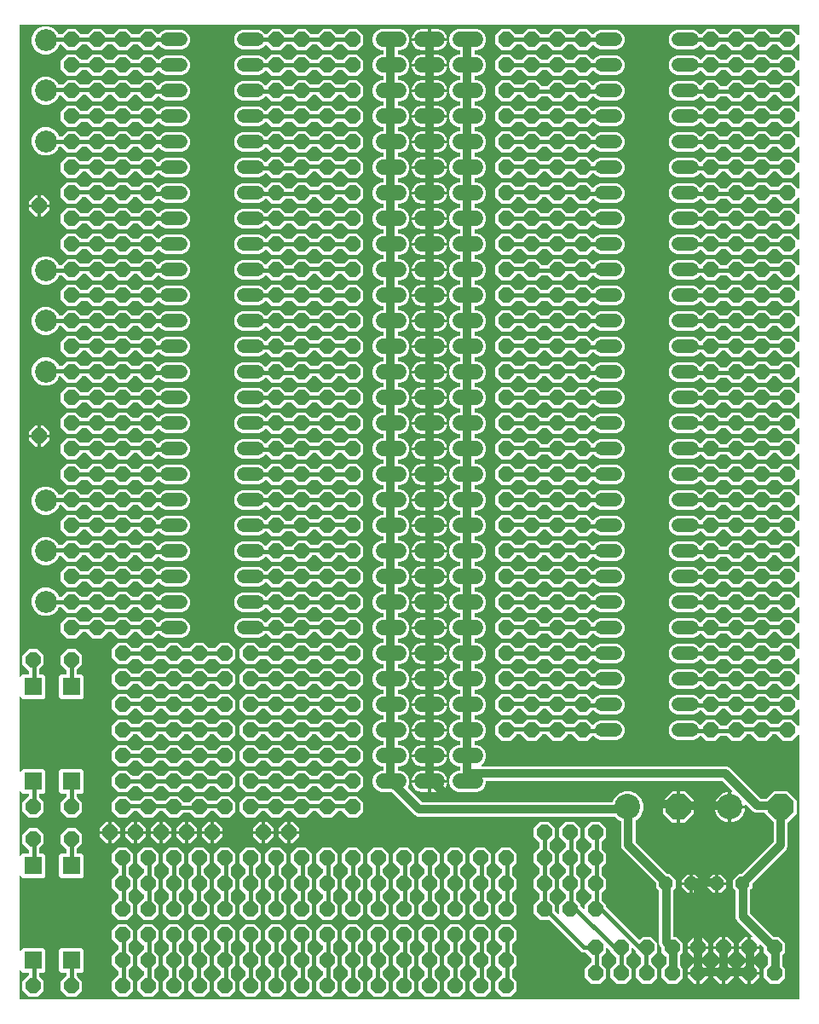
<source format=gbr>
G04 EAGLE Gerber RS-274X export*
G75*
%MOMM*%
%FSLAX34Y34*%
%LPD*%
%INTop Copper*%
%IPPOS*%
%AMOC8*
5,1,8,0,0,1.08239X$1,22.5*%
G01*
%ADD10P,1.649562X8X202.500000*%
%ADD11C,1.320800*%
%ADD12P,1.649562X8X112.500000*%
%ADD13C,1.524000*%
%ADD14P,1.649562X8X22.500000*%
%ADD15C,2.184400*%
%ADD16R,1.800000X1.800000*%
%ADD17P,1.429621X8X22.500000*%
%ADD18C,2.540000*%
%ADD19P,2.749271X8X22.500000*%
%ADD20C,0.406400*%
%ADD21C,0.812800*%

G36*
X785898Y11942D02*
X785898Y11942D01*
X785917Y11940D01*
X786019Y11962D01*
X786121Y11979D01*
X786138Y11988D01*
X786158Y11992D01*
X786247Y12045D01*
X786338Y12094D01*
X786352Y12108D01*
X786369Y12118D01*
X786436Y12197D01*
X786508Y12272D01*
X786516Y12290D01*
X786529Y12305D01*
X786568Y12401D01*
X786611Y12495D01*
X786613Y12515D01*
X786621Y12533D01*
X786639Y12700D01*
X786639Y274414D01*
X786628Y274484D01*
X786626Y274556D01*
X786608Y274605D01*
X786600Y274656D01*
X786566Y274720D01*
X786541Y274787D01*
X786509Y274828D01*
X786484Y274874D01*
X786432Y274923D01*
X786388Y274979D01*
X786344Y275007D01*
X786306Y275043D01*
X786241Y275073D01*
X786181Y275112D01*
X786130Y275125D01*
X786083Y275147D01*
X786012Y275155D01*
X785942Y275172D01*
X785890Y275168D01*
X785839Y275174D01*
X785768Y275159D01*
X785697Y275153D01*
X785649Y275133D01*
X785598Y275122D01*
X785537Y275085D01*
X785471Y275057D01*
X785415Y275012D01*
X785387Y274995D01*
X785372Y274978D01*
X785340Y274952D01*
X779119Y268731D01*
X770281Y268731D01*
X764031Y274981D01*
X764031Y275082D01*
X764028Y275102D01*
X764030Y275121D01*
X764008Y275223D01*
X763992Y275325D01*
X763982Y275342D01*
X763978Y275362D01*
X763925Y275451D01*
X763876Y275542D01*
X763862Y275556D01*
X763852Y275573D01*
X763773Y275640D01*
X763698Y275712D01*
X763680Y275720D01*
X763665Y275733D01*
X763569Y275772D01*
X763475Y275815D01*
X763455Y275817D01*
X763437Y275825D01*
X763270Y275843D01*
X760730Y275843D01*
X760710Y275840D01*
X760691Y275842D01*
X760589Y275820D01*
X760487Y275804D01*
X760470Y275794D01*
X760450Y275790D01*
X760361Y275737D01*
X760270Y275688D01*
X760256Y275674D01*
X760239Y275664D01*
X760172Y275585D01*
X760100Y275510D01*
X760092Y275492D01*
X760079Y275477D01*
X760040Y275381D01*
X759997Y275287D01*
X759995Y275267D01*
X759987Y275249D01*
X759969Y275082D01*
X759969Y274981D01*
X753719Y268731D01*
X744881Y268731D01*
X738631Y274981D01*
X738631Y275082D01*
X738628Y275102D01*
X738630Y275121D01*
X738608Y275223D01*
X738592Y275325D01*
X738582Y275342D01*
X738578Y275362D01*
X738525Y275451D01*
X738476Y275542D01*
X738462Y275556D01*
X738452Y275573D01*
X738373Y275640D01*
X738298Y275712D01*
X738280Y275720D01*
X738265Y275733D01*
X738169Y275772D01*
X738075Y275815D01*
X738055Y275817D01*
X738037Y275825D01*
X737870Y275843D01*
X735330Y275843D01*
X735310Y275840D01*
X735291Y275842D01*
X735189Y275820D01*
X735087Y275804D01*
X735070Y275794D01*
X735050Y275790D01*
X734961Y275737D01*
X734870Y275688D01*
X734856Y275674D01*
X734839Y275664D01*
X734772Y275585D01*
X734700Y275510D01*
X734692Y275492D01*
X734679Y275477D01*
X734640Y275381D01*
X734597Y275287D01*
X734595Y275267D01*
X734587Y275249D01*
X734569Y275082D01*
X734569Y274981D01*
X728319Y268731D01*
X719481Y268731D01*
X714370Y273842D01*
X714296Y273895D01*
X714226Y273955D01*
X714196Y273967D01*
X714170Y273986D01*
X714083Y274013D01*
X713998Y274047D01*
X713957Y274051D01*
X713935Y274058D01*
X713903Y274057D01*
X713832Y274065D01*
X708568Y274065D01*
X708478Y274051D01*
X708387Y274043D01*
X708358Y274031D01*
X708326Y274026D01*
X708245Y273983D01*
X708161Y273947D01*
X708129Y273921D01*
X708108Y273910D01*
X708086Y273887D01*
X708030Y273842D01*
X702919Y268731D01*
X694081Y268731D01*
X688970Y273842D01*
X688896Y273895D01*
X688826Y273955D01*
X688796Y273967D01*
X688770Y273986D01*
X688683Y274013D01*
X688598Y274047D01*
X688557Y274051D01*
X688535Y274058D01*
X688503Y274057D01*
X688432Y274065D01*
X688336Y274065D01*
X688246Y274051D01*
X688155Y274043D01*
X688125Y274031D01*
X688093Y274026D01*
X688012Y273983D01*
X687928Y273947D01*
X687896Y273921D01*
X687875Y273910D01*
X687853Y273887D01*
X687797Y273842D01*
X685172Y271217D01*
X681624Y269747D01*
X664576Y269747D01*
X661028Y271217D01*
X658313Y273932D01*
X656843Y277480D01*
X656843Y281320D01*
X658313Y284868D01*
X661028Y287583D01*
X664576Y289053D01*
X681624Y289053D01*
X685172Y287583D01*
X687845Y284910D01*
X687861Y284898D01*
X687874Y284883D01*
X687961Y284826D01*
X688045Y284766D01*
X688064Y284760D01*
X688081Y284750D01*
X688181Y284724D01*
X688280Y284694D01*
X688300Y284694D01*
X688319Y284689D01*
X688422Y284697D01*
X688526Y284700D01*
X688545Y284707D01*
X688565Y284709D01*
X688659Y284749D01*
X688757Y284785D01*
X688773Y284797D01*
X688791Y284805D01*
X688922Y284910D01*
X694081Y290069D01*
X702919Y290069D01*
X708538Y284450D01*
X708612Y284397D01*
X708682Y284337D01*
X708712Y284325D01*
X708738Y284306D01*
X708825Y284279D01*
X708910Y284245D01*
X708951Y284241D01*
X708973Y284234D01*
X709005Y284235D01*
X709076Y284227D01*
X713324Y284227D01*
X713414Y284241D01*
X713505Y284249D01*
X713534Y284261D01*
X713566Y284266D01*
X713647Y284309D01*
X713731Y284345D01*
X713763Y284371D01*
X713784Y284382D01*
X713806Y284405D01*
X713862Y284450D01*
X719481Y290069D01*
X728319Y290069D01*
X732160Y286228D01*
X732234Y286175D01*
X732304Y286115D01*
X732334Y286103D01*
X732360Y286084D01*
X732447Y286057D01*
X732532Y286023D01*
X732573Y286019D01*
X732595Y286012D01*
X732627Y286013D01*
X732698Y286005D01*
X740502Y286005D01*
X740592Y286019D01*
X740683Y286027D01*
X740712Y286039D01*
X740744Y286044D01*
X740825Y286087D01*
X740909Y286123D01*
X740941Y286149D01*
X740962Y286160D01*
X740984Y286183D01*
X741040Y286228D01*
X744881Y290069D01*
X753719Y290069D01*
X757560Y286228D01*
X757634Y286175D01*
X757704Y286115D01*
X757734Y286103D01*
X757760Y286084D01*
X757847Y286057D01*
X757932Y286023D01*
X757973Y286019D01*
X757995Y286012D01*
X758027Y286013D01*
X758098Y286005D01*
X765902Y286005D01*
X765992Y286019D01*
X766083Y286027D01*
X766112Y286039D01*
X766144Y286044D01*
X766225Y286087D01*
X766309Y286123D01*
X766341Y286149D01*
X766362Y286160D01*
X766384Y286183D01*
X766440Y286228D01*
X770281Y290069D01*
X779119Y290069D01*
X785340Y283848D01*
X785398Y283806D01*
X785450Y283757D01*
X785497Y283735D01*
X785539Y283705D01*
X785608Y283683D01*
X785673Y283653D01*
X785725Y283648D01*
X785775Y283632D01*
X785846Y283634D01*
X785917Y283626D01*
X785968Y283637D01*
X786020Y283639D01*
X786088Y283663D01*
X786158Y283678D01*
X786203Y283705D01*
X786251Y283723D01*
X786307Y283768D01*
X786369Y283805D01*
X786403Y283844D01*
X786443Y283877D01*
X786482Y283937D01*
X786529Y283992D01*
X786548Y284040D01*
X786576Y284084D01*
X786594Y284153D01*
X786621Y284220D01*
X786629Y284291D01*
X786637Y284322D01*
X786635Y284345D01*
X786639Y284386D01*
X786639Y299814D01*
X786628Y299884D01*
X786626Y299956D01*
X786608Y300005D01*
X786600Y300056D01*
X786566Y300120D01*
X786541Y300187D01*
X786509Y300228D01*
X786484Y300274D01*
X786432Y300323D01*
X786388Y300379D01*
X786344Y300407D01*
X786306Y300443D01*
X786241Y300473D01*
X786181Y300512D01*
X786130Y300525D01*
X786083Y300547D01*
X786012Y300555D01*
X785942Y300572D01*
X785890Y300568D01*
X785839Y300574D01*
X785768Y300559D01*
X785697Y300553D01*
X785649Y300533D01*
X785598Y300522D01*
X785537Y300485D01*
X785471Y300457D01*
X785415Y300412D01*
X785387Y300395D01*
X785372Y300378D01*
X785340Y300352D01*
X779119Y294131D01*
X770281Y294131D01*
X763900Y300512D01*
X763826Y300565D01*
X763756Y300625D01*
X763726Y300637D01*
X763700Y300656D01*
X763613Y300683D01*
X763528Y300717D01*
X763487Y300721D01*
X763465Y300728D01*
X763433Y300727D01*
X763362Y300735D01*
X760638Y300735D01*
X760548Y300721D01*
X760457Y300713D01*
X760428Y300701D01*
X760396Y300696D01*
X760315Y300653D01*
X760231Y300617D01*
X760199Y300591D01*
X760178Y300580D01*
X760156Y300557D01*
X760100Y300512D01*
X753719Y294131D01*
X744881Y294131D01*
X738500Y300512D01*
X738426Y300565D01*
X738356Y300625D01*
X738326Y300637D01*
X738300Y300656D01*
X738213Y300683D01*
X738128Y300717D01*
X738087Y300721D01*
X738065Y300728D01*
X738033Y300727D01*
X737962Y300735D01*
X735238Y300735D01*
X735148Y300721D01*
X735057Y300713D01*
X735028Y300701D01*
X734996Y300696D01*
X734915Y300653D01*
X734831Y300617D01*
X734799Y300591D01*
X734778Y300580D01*
X734756Y300557D01*
X734700Y300512D01*
X728319Y294131D01*
X719481Y294131D01*
X713100Y300512D01*
X713026Y300565D01*
X712956Y300625D01*
X712926Y300637D01*
X712900Y300656D01*
X712813Y300683D01*
X712728Y300717D01*
X712687Y300721D01*
X712665Y300728D01*
X712633Y300727D01*
X712562Y300735D01*
X709838Y300735D01*
X709748Y300721D01*
X709657Y300713D01*
X709628Y300701D01*
X709596Y300696D01*
X709515Y300653D01*
X709431Y300617D01*
X709399Y300591D01*
X709378Y300580D01*
X709356Y300557D01*
X709300Y300512D01*
X702919Y294131D01*
X694081Y294131D01*
X689478Y298734D01*
X689404Y298787D01*
X689334Y298847D01*
X689304Y298859D01*
X689278Y298878D01*
X689191Y298905D01*
X689106Y298939D01*
X689065Y298943D01*
X689043Y298950D01*
X689011Y298949D01*
X688940Y298957D01*
X687828Y298957D01*
X687738Y298943D01*
X687647Y298935D01*
X687617Y298923D01*
X687585Y298918D01*
X687504Y298875D01*
X687420Y298839D01*
X687388Y298813D01*
X687367Y298802D01*
X687345Y298779D01*
X687341Y298776D01*
X687340Y298775D01*
X687289Y298734D01*
X685172Y296617D01*
X681624Y295147D01*
X664576Y295147D01*
X661028Y296617D01*
X658313Y299332D01*
X656843Y302880D01*
X656843Y306720D01*
X658313Y310268D01*
X661028Y312983D01*
X664576Y314453D01*
X681624Y314453D01*
X685172Y312983D01*
X687845Y310310D01*
X687861Y310298D01*
X687874Y310283D01*
X687961Y310226D01*
X688045Y310166D01*
X688064Y310160D01*
X688081Y310150D01*
X688181Y310124D01*
X688280Y310094D01*
X688300Y310094D01*
X688319Y310089D01*
X688422Y310097D01*
X688526Y310100D01*
X688545Y310107D01*
X688565Y310109D01*
X688659Y310149D01*
X688757Y310185D01*
X688773Y310197D01*
X688791Y310205D01*
X688922Y310310D01*
X694081Y315469D01*
X702919Y315469D01*
X707268Y311120D01*
X707342Y311067D01*
X707412Y311007D01*
X707442Y310995D01*
X707468Y310976D01*
X707555Y310949D01*
X707640Y310915D01*
X707681Y310911D01*
X707703Y310904D01*
X707735Y310905D01*
X707806Y310897D01*
X714594Y310897D01*
X714684Y310911D01*
X714775Y310919D01*
X714804Y310931D01*
X714836Y310936D01*
X714917Y310979D01*
X715001Y311015D01*
X715033Y311041D01*
X715054Y311052D01*
X715076Y311075D01*
X715132Y311120D01*
X719481Y315469D01*
X728319Y315469D01*
X732668Y311120D01*
X732742Y311067D01*
X732812Y311007D01*
X732842Y310995D01*
X732868Y310976D01*
X732955Y310949D01*
X733040Y310915D01*
X733081Y310911D01*
X733103Y310904D01*
X733135Y310905D01*
X733206Y310897D01*
X739994Y310897D01*
X740084Y310911D01*
X740175Y310919D01*
X740204Y310931D01*
X740236Y310936D01*
X740317Y310979D01*
X740401Y311015D01*
X740433Y311041D01*
X740454Y311052D01*
X740476Y311075D01*
X740532Y311120D01*
X744881Y315469D01*
X753719Y315469D01*
X758068Y311120D01*
X758142Y311067D01*
X758212Y311007D01*
X758242Y310995D01*
X758268Y310976D01*
X758355Y310949D01*
X758440Y310915D01*
X758481Y310911D01*
X758503Y310904D01*
X758535Y310905D01*
X758606Y310897D01*
X765394Y310897D01*
X765484Y310911D01*
X765575Y310919D01*
X765604Y310931D01*
X765636Y310936D01*
X765717Y310979D01*
X765801Y311015D01*
X765833Y311041D01*
X765854Y311052D01*
X765876Y311075D01*
X765932Y311120D01*
X770281Y315469D01*
X779119Y315469D01*
X785340Y309248D01*
X785398Y309206D01*
X785450Y309157D01*
X785497Y309135D01*
X785539Y309105D01*
X785608Y309083D01*
X785673Y309053D01*
X785725Y309048D01*
X785775Y309032D01*
X785846Y309034D01*
X785917Y309026D01*
X785968Y309037D01*
X786020Y309039D01*
X786088Y309063D01*
X786158Y309078D01*
X786203Y309105D01*
X786251Y309123D01*
X786307Y309168D01*
X786369Y309205D01*
X786403Y309244D01*
X786443Y309277D01*
X786482Y309337D01*
X786529Y309392D01*
X786548Y309440D01*
X786576Y309484D01*
X786594Y309553D01*
X786621Y309620D01*
X786629Y309691D01*
X786637Y309722D01*
X786635Y309745D01*
X786639Y309786D01*
X786639Y325214D01*
X786628Y325284D01*
X786626Y325356D01*
X786608Y325405D01*
X786600Y325456D01*
X786566Y325520D01*
X786541Y325587D01*
X786509Y325628D01*
X786484Y325674D01*
X786432Y325723D01*
X786388Y325779D01*
X786344Y325807D01*
X786306Y325843D01*
X786241Y325873D01*
X786181Y325912D01*
X786130Y325925D01*
X786083Y325947D01*
X786012Y325955D01*
X785942Y325972D01*
X785890Y325968D01*
X785839Y325974D01*
X785768Y325959D01*
X785697Y325953D01*
X785649Y325933D01*
X785598Y325922D01*
X785537Y325885D01*
X785471Y325857D01*
X785415Y325812D01*
X785387Y325795D01*
X785372Y325778D01*
X785340Y325752D01*
X779119Y319531D01*
X770281Y319531D01*
X764408Y325404D01*
X764334Y325457D01*
X764264Y325517D01*
X764234Y325529D01*
X764208Y325548D01*
X764121Y325575D01*
X764036Y325609D01*
X763995Y325613D01*
X763973Y325620D01*
X763941Y325619D01*
X763870Y325627D01*
X760130Y325627D01*
X760040Y325613D01*
X759949Y325605D01*
X759920Y325593D01*
X759888Y325588D01*
X759807Y325545D01*
X759723Y325509D01*
X759691Y325483D01*
X759670Y325472D01*
X759648Y325449D01*
X759592Y325404D01*
X753719Y319531D01*
X744881Y319531D01*
X739008Y325404D01*
X738934Y325457D01*
X738864Y325517D01*
X738834Y325529D01*
X738808Y325548D01*
X738721Y325575D01*
X738636Y325609D01*
X738595Y325613D01*
X738573Y325620D01*
X738541Y325619D01*
X738470Y325627D01*
X734730Y325627D01*
X734640Y325613D01*
X734549Y325605D01*
X734520Y325593D01*
X734488Y325588D01*
X734407Y325545D01*
X734323Y325509D01*
X734291Y325483D01*
X734270Y325472D01*
X734248Y325449D01*
X734192Y325404D01*
X728319Y319531D01*
X719481Y319531D01*
X713608Y325404D01*
X713534Y325457D01*
X713464Y325517D01*
X713434Y325529D01*
X713408Y325548D01*
X713321Y325575D01*
X713236Y325609D01*
X713195Y325613D01*
X713173Y325620D01*
X713141Y325619D01*
X713070Y325627D01*
X709330Y325627D01*
X709240Y325613D01*
X709149Y325605D01*
X709120Y325593D01*
X709088Y325588D01*
X709007Y325545D01*
X708923Y325509D01*
X708891Y325483D01*
X708870Y325472D01*
X708848Y325449D01*
X708792Y325404D01*
X702919Y319531D01*
X694081Y319531D01*
X688922Y324690D01*
X688906Y324702D01*
X688893Y324717D01*
X688806Y324774D01*
X688722Y324834D01*
X688703Y324840D01*
X688686Y324850D01*
X688586Y324876D01*
X688487Y324906D01*
X688467Y324906D01*
X688448Y324911D01*
X688345Y324903D01*
X688241Y324900D01*
X688222Y324893D01*
X688203Y324891D01*
X688108Y324851D01*
X688010Y324815D01*
X687995Y324803D01*
X687976Y324795D01*
X687845Y324690D01*
X685172Y322017D01*
X681624Y320547D01*
X664576Y320547D01*
X661028Y322017D01*
X658313Y324732D01*
X656843Y328280D01*
X656843Y332120D01*
X658313Y335668D01*
X661028Y338383D01*
X664576Y339853D01*
X681624Y339853D01*
X685172Y338383D01*
X687543Y336012D01*
X687617Y335959D01*
X687687Y335899D01*
X687717Y335887D01*
X687743Y335868D01*
X687830Y335841D01*
X687915Y335807D01*
X687956Y335803D01*
X687978Y335796D01*
X688010Y335797D01*
X688082Y335789D01*
X688686Y335789D01*
X688776Y335803D01*
X688867Y335811D01*
X688896Y335823D01*
X688928Y335828D01*
X689009Y335871D01*
X689093Y335907D01*
X689125Y335933D01*
X689146Y335944D01*
X689168Y335967D01*
X689224Y336012D01*
X694081Y340869D01*
X702919Y340869D01*
X707776Y336012D01*
X707850Y335959D01*
X707920Y335899D01*
X707950Y335887D01*
X707976Y335868D01*
X708063Y335841D01*
X708148Y335807D01*
X708189Y335803D01*
X708211Y335796D01*
X708243Y335797D01*
X708314Y335789D01*
X714086Y335789D01*
X714176Y335803D01*
X714267Y335811D01*
X714296Y335823D01*
X714328Y335828D01*
X714409Y335871D01*
X714493Y335907D01*
X714525Y335933D01*
X714546Y335944D01*
X714568Y335967D01*
X714624Y336012D01*
X719481Y340869D01*
X728319Y340869D01*
X733176Y336012D01*
X733250Y335959D01*
X733320Y335899D01*
X733350Y335887D01*
X733376Y335868D01*
X733463Y335841D01*
X733548Y335807D01*
X733589Y335803D01*
X733611Y335796D01*
X733643Y335797D01*
X733714Y335789D01*
X739486Y335789D01*
X739576Y335803D01*
X739667Y335811D01*
X739696Y335823D01*
X739728Y335828D01*
X739809Y335871D01*
X739893Y335907D01*
X739925Y335933D01*
X739946Y335944D01*
X739968Y335967D01*
X740024Y336012D01*
X744881Y340869D01*
X753719Y340869D01*
X758576Y336012D01*
X758650Y335959D01*
X758720Y335899D01*
X758750Y335887D01*
X758776Y335868D01*
X758863Y335841D01*
X758948Y335807D01*
X758989Y335803D01*
X759011Y335796D01*
X759043Y335797D01*
X759114Y335789D01*
X764886Y335789D01*
X764976Y335803D01*
X765067Y335811D01*
X765096Y335823D01*
X765128Y335828D01*
X765209Y335871D01*
X765293Y335907D01*
X765325Y335933D01*
X765346Y335944D01*
X765368Y335967D01*
X765424Y336012D01*
X770281Y340869D01*
X779119Y340869D01*
X785340Y334648D01*
X785398Y334606D01*
X785450Y334557D01*
X785497Y334535D01*
X785539Y334505D01*
X785608Y334483D01*
X785673Y334453D01*
X785725Y334448D01*
X785775Y334432D01*
X785846Y334434D01*
X785917Y334426D01*
X785968Y334437D01*
X786020Y334439D01*
X786088Y334463D01*
X786158Y334478D01*
X786203Y334505D01*
X786251Y334523D01*
X786307Y334568D01*
X786369Y334605D01*
X786403Y334644D01*
X786443Y334677D01*
X786482Y334737D01*
X786529Y334792D01*
X786548Y334840D01*
X786576Y334884D01*
X786594Y334953D01*
X786621Y335020D01*
X786629Y335091D01*
X786637Y335122D01*
X786635Y335145D01*
X786639Y335186D01*
X786639Y350614D01*
X786628Y350684D01*
X786626Y350756D01*
X786608Y350805D01*
X786600Y350856D01*
X786566Y350920D01*
X786541Y350987D01*
X786509Y351028D01*
X786484Y351074D01*
X786432Y351123D01*
X786388Y351179D01*
X786344Y351207D01*
X786306Y351243D01*
X786241Y351273D01*
X786181Y351312D01*
X786130Y351325D01*
X786083Y351347D01*
X786012Y351355D01*
X785942Y351372D01*
X785890Y351368D01*
X785839Y351374D01*
X785768Y351359D01*
X785697Y351353D01*
X785649Y351333D01*
X785598Y351322D01*
X785537Y351285D01*
X785471Y351257D01*
X785415Y351212D01*
X785387Y351195D01*
X785372Y351178D01*
X785340Y351152D01*
X779119Y344931D01*
X770281Y344931D01*
X764916Y350296D01*
X764842Y350349D01*
X764772Y350409D01*
X764742Y350421D01*
X764716Y350440D01*
X764629Y350467D01*
X764544Y350501D01*
X764503Y350505D01*
X764481Y350512D01*
X764449Y350511D01*
X764378Y350519D01*
X759622Y350519D01*
X759532Y350505D01*
X759441Y350497D01*
X759412Y350485D01*
X759380Y350480D01*
X759299Y350437D01*
X759215Y350401D01*
X759183Y350375D01*
X759162Y350364D01*
X759140Y350341D01*
X759084Y350296D01*
X753719Y344931D01*
X744881Y344931D01*
X739516Y350296D01*
X739442Y350349D01*
X739372Y350409D01*
X739342Y350421D01*
X739316Y350440D01*
X739229Y350467D01*
X739144Y350501D01*
X739103Y350505D01*
X739081Y350512D01*
X739049Y350511D01*
X738978Y350519D01*
X734222Y350519D01*
X734132Y350505D01*
X734041Y350497D01*
X734012Y350485D01*
X733980Y350480D01*
X733899Y350437D01*
X733815Y350401D01*
X733783Y350375D01*
X733762Y350364D01*
X733740Y350341D01*
X733684Y350296D01*
X728319Y344931D01*
X719481Y344931D01*
X714116Y350296D01*
X714042Y350349D01*
X713972Y350409D01*
X713942Y350421D01*
X713916Y350440D01*
X713829Y350467D01*
X713744Y350501D01*
X713703Y350505D01*
X713681Y350512D01*
X713649Y350511D01*
X713578Y350519D01*
X708822Y350519D01*
X708732Y350505D01*
X708641Y350497D01*
X708612Y350485D01*
X708580Y350480D01*
X708499Y350437D01*
X708415Y350401D01*
X708383Y350375D01*
X708362Y350364D01*
X708340Y350341D01*
X708284Y350296D01*
X702919Y344931D01*
X694081Y344931D01*
X688922Y350090D01*
X688906Y350102D01*
X688893Y350117D01*
X688806Y350174D01*
X688722Y350234D01*
X688703Y350240D01*
X688686Y350250D01*
X688586Y350276D01*
X688487Y350306D01*
X688467Y350306D01*
X688448Y350311D01*
X688345Y350303D01*
X688241Y350300D01*
X688222Y350293D01*
X688203Y350291D01*
X688108Y350251D01*
X688010Y350215D01*
X687995Y350203D01*
X687976Y350195D01*
X687845Y350090D01*
X685172Y347417D01*
X681624Y345947D01*
X664576Y345947D01*
X661028Y347417D01*
X658313Y350132D01*
X656843Y353680D01*
X656843Y357520D01*
X658313Y361068D01*
X661028Y363783D01*
X664576Y365253D01*
X681624Y365253D01*
X685172Y363783D01*
X687845Y361110D01*
X687861Y361098D01*
X687874Y361083D01*
X687961Y361026D01*
X688045Y360966D01*
X688064Y360960D01*
X688081Y360950D01*
X688181Y360924D01*
X688280Y360894D01*
X688300Y360894D01*
X688319Y360889D01*
X688422Y360897D01*
X688526Y360900D01*
X688545Y360907D01*
X688565Y360909D01*
X688659Y360949D01*
X688757Y360985D01*
X688773Y360997D01*
X688791Y361005D01*
X688922Y361110D01*
X694081Y366269D01*
X702919Y366269D01*
X708284Y360904D01*
X708358Y360851D01*
X708428Y360791D01*
X708458Y360779D01*
X708484Y360760D01*
X708571Y360733D01*
X708656Y360699D01*
X708697Y360695D01*
X708719Y360688D01*
X708751Y360689D01*
X708822Y360681D01*
X713578Y360681D01*
X713668Y360695D01*
X713759Y360703D01*
X713788Y360715D01*
X713820Y360720D01*
X713901Y360763D01*
X713985Y360799D01*
X714017Y360825D01*
X714038Y360836D01*
X714060Y360859D01*
X714116Y360904D01*
X719481Y366269D01*
X728319Y366269D01*
X733684Y360904D01*
X733758Y360851D01*
X733828Y360791D01*
X733858Y360779D01*
X733884Y360760D01*
X733971Y360733D01*
X734056Y360699D01*
X734097Y360695D01*
X734119Y360688D01*
X734151Y360689D01*
X734222Y360681D01*
X738978Y360681D01*
X739068Y360695D01*
X739159Y360703D01*
X739188Y360715D01*
X739220Y360720D01*
X739301Y360763D01*
X739385Y360799D01*
X739417Y360825D01*
X739438Y360836D01*
X739460Y360859D01*
X739516Y360904D01*
X744881Y366269D01*
X753719Y366269D01*
X759084Y360904D01*
X759158Y360851D01*
X759228Y360791D01*
X759258Y360779D01*
X759284Y360760D01*
X759371Y360733D01*
X759456Y360699D01*
X759497Y360695D01*
X759519Y360688D01*
X759551Y360689D01*
X759622Y360681D01*
X764378Y360681D01*
X764468Y360695D01*
X764559Y360703D01*
X764588Y360715D01*
X764620Y360720D01*
X764701Y360763D01*
X764785Y360799D01*
X764817Y360825D01*
X764838Y360836D01*
X764860Y360859D01*
X764916Y360904D01*
X770281Y366269D01*
X779119Y366269D01*
X785340Y360048D01*
X785398Y360006D01*
X785450Y359957D01*
X785470Y359948D01*
X785478Y359940D01*
X785504Y359930D01*
X785539Y359905D01*
X785608Y359883D01*
X785673Y359853D01*
X785703Y359850D01*
X785706Y359848D01*
X785730Y359846D01*
X785775Y359832D01*
X785838Y359834D01*
X785873Y359830D01*
X785878Y359830D01*
X785880Y359830D01*
X785917Y359826D01*
X785968Y359837D01*
X786020Y359839D01*
X786088Y359863D01*
X786110Y359868D01*
X786121Y359870D01*
X786123Y359871D01*
X786158Y359878D01*
X786203Y359905D01*
X786251Y359923D01*
X786307Y359968D01*
X786318Y359974D01*
X786338Y359985D01*
X786341Y359988D01*
X786369Y360005D01*
X786403Y360044D01*
X786443Y360077D01*
X786481Y360136D01*
X786508Y360163D01*
X786511Y360171D01*
X786529Y360192D01*
X786548Y360240D01*
X786576Y360284D01*
X786592Y360345D01*
X786611Y360386D01*
X786613Y360399D01*
X786621Y360420D01*
X786629Y360491D01*
X786637Y360522D01*
X786635Y360545D01*
X786639Y360586D01*
X786639Y376014D01*
X786628Y376084D01*
X786626Y376156D01*
X786608Y376205D01*
X786600Y376256D01*
X786566Y376320D01*
X786541Y376387D01*
X786509Y376428D01*
X786484Y376474D01*
X786432Y376523D01*
X786388Y376579D01*
X786344Y376607D01*
X786306Y376643D01*
X786241Y376673D01*
X786181Y376712D01*
X786130Y376725D01*
X786083Y376747D01*
X786012Y376755D01*
X785942Y376772D01*
X785890Y376768D01*
X785839Y376774D01*
X785768Y376759D01*
X785697Y376753D01*
X785649Y376733D01*
X785598Y376722D01*
X785537Y376685D01*
X785471Y376657D01*
X785415Y376612D01*
X785387Y376595D01*
X785372Y376578D01*
X785340Y376552D01*
X779119Y370331D01*
X770281Y370331D01*
X764001Y376611D01*
X763992Y376671D01*
X763982Y376688D01*
X763978Y376708D01*
X763925Y376797D01*
X763876Y376888D01*
X763862Y376902D01*
X763852Y376919D01*
X763773Y376986D01*
X763698Y377058D01*
X763680Y377066D01*
X763665Y377079D01*
X763569Y377118D01*
X763475Y377161D01*
X763455Y377163D01*
X763437Y377171D01*
X763270Y377189D01*
X760730Y377189D01*
X760710Y377186D01*
X760691Y377188D01*
X760589Y377166D01*
X760487Y377150D01*
X760470Y377140D01*
X760450Y377136D01*
X760361Y377083D01*
X760270Y377034D01*
X760256Y377020D01*
X760239Y377010D01*
X760172Y376931D01*
X760100Y376856D01*
X760092Y376838D01*
X760079Y376823D01*
X760040Y376727D01*
X759997Y376633D01*
X759995Y376613D01*
X759990Y376602D01*
X753719Y370331D01*
X744881Y370331D01*
X738601Y376611D01*
X738592Y376671D01*
X738582Y376688D01*
X738578Y376708D01*
X738525Y376797D01*
X738476Y376888D01*
X738462Y376902D01*
X738452Y376919D01*
X738373Y376986D01*
X738298Y377058D01*
X738280Y377066D01*
X738265Y377079D01*
X738169Y377118D01*
X738075Y377161D01*
X738055Y377163D01*
X738037Y377171D01*
X737870Y377189D01*
X735330Y377189D01*
X735310Y377186D01*
X735291Y377188D01*
X735189Y377166D01*
X735087Y377150D01*
X735070Y377140D01*
X735050Y377136D01*
X734961Y377083D01*
X734870Y377034D01*
X734856Y377020D01*
X734839Y377010D01*
X734772Y376931D01*
X734700Y376856D01*
X734692Y376838D01*
X734679Y376823D01*
X734640Y376727D01*
X734597Y376633D01*
X734595Y376613D01*
X734590Y376602D01*
X728319Y370331D01*
X719481Y370331D01*
X714624Y375188D01*
X714550Y375241D01*
X714480Y375301D01*
X714450Y375313D01*
X714424Y375332D01*
X714337Y375359D01*
X714252Y375393D01*
X714211Y375397D01*
X714189Y375404D01*
X714157Y375403D01*
X714086Y375411D01*
X708314Y375411D01*
X708224Y375397D01*
X708133Y375389D01*
X708104Y375377D01*
X708072Y375372D01*
X707991Y375329D01*
X707907Y375293D01*
X707875Y375267D01*
X707854Y375256D01*
X707832Y375233D01*
X707776Y375188D01*
X702919Y370331D01*
X694081Y370331D01*
X689224Y375188D01*
X689150Y375241D01*
X689080Y375301D01*
X689050Y375313D01*
X689024Y375332D01*
X688937Y375359D01*
X688852Y375393D01*
X688811Y375397D01*
X688789Y375404D01*
X688757Y375403D01*
X688686Y375411D01*
X688082Y375411D01*
X687992Y375397D01*
X687901Y375389D01*
X687871Y375377D01*
X687839Y375372D01*
X687758Y375329D01*
X687674Y375293D01*
X687642Y375267D01*
X687621Y375256D01*
X687599Y375233D01*
X687543Y375188D01*
X685172Y372817D01*
X681624Y371347D01*
X664576Y371347D01*
X661028Y372817D01*
X658313Y375532D01*
X656843Y379080D01*
X656843Y382920D01*
X658313Y386468D01*
X661028Y389183D01*
X664576Y390653D01*
X681624Y390653D01*
X685172Y389183D01*
X687845Y386510D01*
X687861Y386498D01*
X687874Y386483D01*
X687961Y386426D01*
X688045Y386366D01*
X688064Y386360D01*
X688081Y386350D01*
X688181Y386324D01*
X688280Y386294D01*
X688300Y386294D01*
X688319Y386289D01*
X688422Y386297D01*
X688526Y386300D01*
X688545Y386307D01*
X688565Y386309D01*
X688659Y386349D01*
X688757Y386385D01*
X688773Y386397D01*
X688791Y386405D01*
X688922Y386510D01*
X694081Y391669D01*
X702919Y391669D01*
X708792Y385796D01*
X708866Y385743D01*
X708936Y385683D01*
X708966Y385671D01*
X708992Y385652D01*
X709079Y385625D01*
X709164Y385591D01*
X709205Y385587D01*
X709227Y385580D01*
X709259Y385581D01*
X709330Y385573D01*
X713070Y385573D01*
X713160Y385587D01*
X713251Y385595D01*
X713280Y385607D01*
X713312Y385612D01*
X713393Y385655D01*
X713477Y385691D01*
X713509Y385717D01*
X713530Y385728D01*
X713552Y385751D01*
X713608Y385796D01*
X719481Y391669D01*
X728319Y391669D01*
X732414Y387574D01*
X732488Y387521D01*
X732558Y387461D01*
X732588Y387449D01*
X732614Y387430D01*
X732701Y387403D01*
X732786Y387369D01*
X732827Y387365D01*
X732849Y387358D01*
X732881Y387359D01*
X732952Y387351D01*
X740248Y387351D01*
X740338Y387365D01*
X740429Y387373D01*
X740458Y387385D01*
X740490Y387390D01*
X740571Y387433D01*
X740655Y387469D01*
X740687Y387495D01*
X740708Y387506D01*
X740730Y387529D01*
X740786Y387574D01*
X744881Y391669D01*
X753719Y391669D01*
X757814Y387574D01*
X757888Y387521D01*
X757958Y387461D01*
X757988Y387449D01*
X758014Y387430D01*
X758101Y387403D01*
X758186Y387369D01*
X758227Y387365D01*
X758249Y387358D01*
X758281Y387359D01*
X758352Y387351D01*
X765648Y387351D01*
X765738Y387365D01*
X765829Y387373D01*
X765858Y387385D01*
X765890Y387390D01*
X765971Y387433D01*
X766055Y387469D01*
X766087Y387495D01*
X766108Y387506D01*
X766130Y387529D01*
X766186Y387574D01*
X770281Y391669D01*
X779119Y391669D01*
X785340Y385448D01*
X785398Y385406D01*
X785450Y385357D01*
X785497Y385335D01*
X785539Y385305D01*
X785608Y385283D01*
X785673Y385253D01*
X785725Y385248D01*
X785775Y385232D01*
X785846Y385234D01*
X785917Y385226D01*
X785968Y385237D01*
X786020Y385239D01*
X786088Y385263D01*
X786158Y385278D01*
X786203Y385305D01*
X786251Y385323D01*
X786307Y385368D01*
X786369Y385405D01*
X786403Y385444D01*
X786443Y385477D01*
X786482Y385537D01*
X786529Y385592D01*
X786548Y385640D01*
X786576Y385684D01*
X786594Y385753D01*
X786621Y385820D01*
X786629Y385891D01*
X786637Y385922D01*
X786635Y385945D01*
X786639Y385986D01*
X786639Y401414D01*
X786628Y401484D01*
X786626Y401556D01*
X786608Y401605D01*
X786600Y401656D01*
X786566Y401720D01*
X786541Y401787D01*
X786509Y401828D01*
X786484Y401874D01*
X786432Y401923D01*
X786388Y401979D01*
X786344Y402007D01*
X786306Y402043D01*
X786241Y402073D01*
X786181Y402112D01*
X786130Y402125D01*
X786083Y402147D01*
X786012Y402155D01*
X785942Y402172D01*
X785890Y402168D01*
X785839Y402174D01*
X785768Y402159D01*
X785697Y402153D01*
X785649Y402133D01*
X785598Y402122D01*
X785537Y402085D01*
X785471Y402057D01*
X785415Y402012D01*
X785387Y401995D01*
X785372Y401978D01*
X785340Y401952D01*
X779119Y395731D01*
X770281Y395731D01*
X764154Y401858D01*
X764080Y401911D01*
X764010Y401971D01*
X763980Y401983D01*
X763954Y402002D01*
X763867Y402029D01*
X763782Y402063D01*
X763741Y402067D01*
X763719Y402074D01*
X763687Y402073D01*
X763616Y402081D01*
X760384Y402081D01*
X760294Y402067D01*
X760203Y402059D01*
X760174Y402047D01*
X760142Y402042D01*
X760061Y401999D01*
X759977Y401963D01*
X759945Y401937D01*
X759924Y401926D01*
X759902Y401903D01*
X759846Y401858D01*
X753719Y395731D01*
X744881Y395731D01*
X738754Y401858D01*
X738680Y401911D01*
X738610Y401971D01*
X738580Y401983D01*
X738554Y402002D01*
X738467Y402029D01*
X738382Y402063D01*
X738341Y402067D01*
X738319Y402074D01*
X738287Y402073D01*
X738216Y402081D01*
X734984Y402081D01*
X734894Y402067D01*
X734803Y402059D01*
X734774Y402047D01*
X734742Y402042D01*
X734661Y401999D01*
X734577Y401963D01*
X734545Y401937D01*
X734524Y401926D01*
X734502Y401903D01*
X734446Y401858D01*
X728319Y395731D01*
X719481Y395731D01*
X713354Y401858D01*
X713280Y401911D01*
X713210Y401971D01*
X713180Y401983D01*
X713154Y402002D01*
X713067Y402029D01*
X712982Y402063D01*
X712941Y402067D01*
X712919Y402074D01*
X712887Y402073D01*
X712816Y402081D01*
X709584Y402081D01*
X709494Y402067D01*
X709403Y402059D01*
X709374Y402047D01*
X709342Y402042D01*
X709261Y401999D01*
X709177Y401963D01*
X709145Y401937D01*
X709124Y401926D01*
X709102Y401903D01*
X709046Y401858D01*
X702919Y395731D01*
X694081Y395731D01*
X688922Y400890D01*
X688906Y400902D01*
X688893Y400917D01*
X688806Y400974D01*
X688722Y401034D01*
X688703Y401040D01*
X688686Y401050D01*
X688586Y401076D01*
X688487Y401106D01*
X688467Y401106D01*
X688448Y401111D01*
X688345Y401103D01*
X688241Y401100D01*
X688222Y401093D01*
X688203Y401091D01*
X688108Y401051D01*
X688010Y401015D01*
X687995Y401003D01*
X687976Y400995D01*
X687845Y400890D01*
X685172Y398217D01*
X681624Y396747D01*
X664576Y396747D01*
X661028Y398217D01*
X658313Y400932D01*
X656843Y404480D01*
X656843Y408320D01*
X658313Y411868D01*
X661028Y414583D01*
X664576Y416053D01*
X681624Y416053D01*
X685172Y414583D01*
X687289Y412466D01*
X687363Y412413D01*
X687433Y412353D01*
X687463Y412341D01*
X687489Y412322D01*
X687576Y412295D01*
X687661Y412261D01*
X687702Y412257D01*
X687724Y412250D01*
X687756Y412251D01*
X687828Y412243D01*
X688940Y412243D01*
X689030Y412257D01*
X689121Y412265D01*
X689150Y412277D01*
X689182Y412282D01*
X689263Y412325D01*
X689347Y412361D01*
X689379Y412387D01*
X689400Y412398D01*
X689422Y412421D01*
X689478Y412466D01*
X694081Y417069D01*
X702919Y417069D01*
X707522Y412466D01*
X707596Y412413D01*
X707666Y412353D01*
X707696Y412341D01*
X707722Y412322D01*
X707809Y412295D01*
X707894Y412261D01*
X707935Y412257D01*
X707957Y412250D01*
X707989Y412251D01*
X708060Y412243D01*
X714340Y412243D01*
X714430Y412257D01*
X714521Y412265D01*
X714550Y412277D01*
X714582Y412282D01*
X714663Y412325D01*
X714747Y412361D01*
X714779Y412387D01*
X714800Y412398D01*
X714822Y412421D01*
X714878Y412466D01*
X719481Y417069D01*
X728319Y417069D01*
X732922Y412466D01*
X732996Y412413D01*
X733066Y412353D01*
X733096Y412341D01*
X733122Y412322D01*
X733209Y412295D01*
X733294Y412261D01*
X733335Y412257D01*
X733357Y412250D01*
X733389Y412251D01*
X733460Y412243D01*
X739740Y412243D01*
X739830Y412257D01*
X739921Y412265D01*
X739950Y412277D01*
X739982Y412282D01*
X740063Y412325D01*
X740147Y412361D01*
X740179Y412387D01*
X740200Y412398D01*
X740222Y412421D01*
X740278Y412466D01*
X744881Y417069D01*
X753719Y417069D01*
X758322Y412466D01*
X758396Y412413D01*
X758466Y412353D01*
X758496Y412341D01*
X758522Y412322D01*
X758609Y412295D01*
X758694Y412261D01*
X758735Y412257D01*
X758757Y412250D01*
X758789Y412251D01*
X758860Y412243D01*
X765140Y412243D01*
X765230Y412257D01*
X765321Y412265D01*
X765350Y412277D01*
X765382Y412282D01*
X765463Y412325D01*
X765547Y412361D01*
X765579Y412387D01*
X765600Y412398D01*
X765622Y412421D01*
X765678Y412466D01*
X770281Y417069D01*
X779119Y417069D01*
X785340Y410848D01*
X785398Y410806D01*
X785450Y410757D01*
X785497Y410735D01*
X785539Y410705D01*
X785608Y410683D01*
X785673Y410653D01*
X785725Y410648D01*
X785775Y410632D01*
X785846Y410634D01*
X785917Y410626D01*
X785968Y410637D01*
X786020Y410639D01*
X786088Y410663D01*
X786158Y410678D01*
X786203Y410705D01*
X786251Y410723D01*
X786307Y410768D01*
X786369Y410805D01*
X786403Y410844D01*
X786443Y410877D01*
X786482Y410937D01*
X786529Y410992D01*
X786548Y411040D01*
X786576Y411084D01*
X786594Y411153D01*
X786621Y411220D01*
X786629Y411291D01*
X786637Y411322D01*
X786635Y411345D01*
X786639Y411386D01*
X786639Y426814D01*
X786628Y426884D01*
X786626Y426956D01*
X786608Y427005D01*
X786600Y427056D01*
X786566Y427120D01*
X786541Y427187D01*
X786509Y427228D01*
X786484Y427274D01*
X786432Y427323D01*
X786388Y427379D01*
X786344Y427407D01*
X786306Y427443D01*
X786241Y427473D01*
X786181Y427512D01*
X786130Y427525D01*
X786083Y427547D01*
X786012Y427555D01*
X785942Y427572D01*
X785890Y427568D01*
X785839Y427574D01*
X785768Y427559D01*
X785697Y427553D01*
X785649Y427533D01*
X785598Y427522D01*
X785537Y427485D01*
X785471Y427457D01*
X785415Y427412D01*
X785387Y427395D01*
X785372Y427378D01*
X785340Y427352D01*
X779119Y421131D01*
X770281Y421131D01*
X764662Y426750D01*
X764588Y426803D01*
X764518Y426863D01*
X764488Y426875D01*
X764462Y426894D01*
X764375Y426921D01*
X764290Y426955D01*
X764249Y426959D01*
X764227Y426966D01*
X764195Y426965D01*
X764124Y426973D01*
X759876Y426973D01*
X759786Y426959D01*
X759695Y426951D01*
X759666Y426939D01*
X759634Y426934D01*
X759553Y426891D01*
X759469Y426855D01*
X759437Y426829D01*
X759416Y426818D01*
X759394Y426795D01*
X759338Y426750D01*
X753719Y421131D01*
X744881Y421131D01*
X739262Y426750D01*
X739188Y426803D01*
X739118Y426863D01*
X739088Y426875D01*
X739062Y426894D01*
X738975Y426921D01*
X738890Y426955D01*
X738849Y426959D01*
X738827Y426966D01*
X738795Y426965D01*
X738724Y426973D01*
X734476Y426973D01*
X734386Y426959D01*
X734295Y426951D01*
X734266Y426939D01*
X734234Y426934D01*
X734153Y426891D01*
X734069Y426855D01*
X734037Y426829D01*
X734016Y426818D01*
X733994Y426795D01*
X733938Y426750D01*
X728319Y421131D01*
X719481Y421131D01*
X713862Y426750D01*
X713788Y426803D01*
X713718Y426863D01*
X713688Y426875D01*
X713662Y426894D01*
X713575Y426921D01*
X713490Y426955D01*
X713449Y426959D01*
X713427Y426966D01*
X713395Y426965D01*
X713324Y426973D01*
X709076Y426973D01*
X708986Y426959D01*
X708895Y426951D01*
X708866Y426939D01*
X708834Y426934D01*
X708753Y426891D01*
X708669Y426855D01*
X708637Y426829D01*
X708616Y426818D01*
X708594Y426795D01*
X708538Y426750D01*
X702919Y421131D01*
X694081Y421131D01*
X688922Y426290D01*
X688906Y426302D01*
X688893Y426317D01*
X688806Y426374D01*
X688722Y426434D01*
X688703Y426440D01*
X688686Y426450D01*
X688586Y426476D01*
X688487Y426506D01*
X688467Y426506D01*
X688448Y426511D01*
X688345Y426503D01*
X688241Y426500D01*
X688222Y426493D01*
X688203Y426491D01*
X688108Y426451D01*
X688010Y426415D01*
X687995Y426403D01*
X687976Y426395D01*
X687845Y426290D01*
X685172Y423617D01*
X681624Y422147D01*
X664576Y422147D01*
X661028Y423617D01*
X658313Y426332D01*
X656843Y429880D01*
X656843Y433720D01*
X658313Y437268D01*
X661028Y439983D01*
X664576Y441453D01*
X681624Y441453D01*
X685172Y439983D01*
X687797Y437358D01*
X687871Y437305D01*
X687941Y437245D01*
X687971Y437233D01*
X687997Y437214D01*
X688084Y437187D01*
X688169Y437153D01*
X688210Y437149D01*
X688232Y437142D01*
X688264Y437143D01*
X688336Y437135D01*
X688432Y437135D01*
X688522Y437149D01*
X688613Y437157D01*
X688642Y437169D01*
X688674Y437174D01*
X688755Y437217D01*
X688839Y437253D01*
X688871Y437279D01*
X688892Y437290D01*
X688914Y437313D01*
X688970Y437358D01*
X694081Y442469D01*
X702919Y442469D01*
X708030Y437358D01*
X708104Y437305D01*
X708174Y437245D01*
X708204Y437233D01*
X708230Y437214D01*
X708317Y437187D01*
X708402Y437153D01*
X708443Y437149D01*
X708465Y437142D01*
X708497Y437143D01*
X708568Y437135D01*
X713832Y437135D01*
X713922Y437149D01*
X714013Y437157D01*
X714042Y437169D01*
X714074Y437174D01*
X714155Y437217D01*
X714239Y437253D01*
X714271Y437279D01*
X714292Y437290D01*
X714314Y437313D01*
X714370Y437358D01*
X719481Y442469D01*
X728319Y442469D01*
X733430Y437358D01*
X733504Y437305D01*
X733574Y437245D01*
X733604Y437233D01*
X733630Y437214D01*
X733717Y437187D01*
X733802Y437153D01*
X733843Y437149D01*
X733865Y437142D01*
X733897Y437143D01*
X733968Y437135D01*
X739232Y437135D01*
X739322Y437149D01*
X739413Y437157D01*
X739442Y437169D01*
X739474Y437174D01*
X739555Y437217D01*
X739639Y437253D01*
X739671Y437279D01*
X739692Y437290D01*
X739714Y437313D01*
X739770Y437358D01*
X744881Y442469D01*
X753719Y442469D01*
X758830Y437358D01*
X758904Y437305D01*
X758974Y437245D01*
X759004Y437233D01*
X759030Y437214D01*
X759117Y437187D01*
X759202Y437153D01*
X759243Y437149D01*
X759265Y437142D01*
X759297Y437143D01*
X759368Y437135D01*
X764632Y437135D01*
X764722Y437149D01*
X764813Y437157D01*
X764842Y437169D01*
X764874Y437174D01*
X764955Y437217D01*
X765039Y437253D01*
X765071Y437279D01*
X765092Y437290D01*
X765114Y437313D01*
X765170Y437358D01*
X770281Y442469D01*
X779119Y442469D01*
X785340Y436248D01*
X785398Y436206D01*
X785450Y436157D01*
X785497Y436135D01*
X785539Y436105D01*
X785608Y436083D01*
X785673Y436053D01*
X785725Y436048D01*
X785775Y436032D01*
X785846Y436034D01*
X785917Y436026D01*
X785968Y436037D01*
X786020Y436039D01*
X786088Y436063D01*
X786158Y436078D01*
X786203Y436105D01*
X786251Y436123D01*
X786307Y436168D01*
X786369Y436205D01*
X786403Y436244D01*
X786443Y436277D01*
X786482Y436337D01*
X786529Y436392D01*
X786548Y436440D01*
X786576Y436484D01*
X786594Y436553D01*
X786621Y436620D01*
X786629Y436691D01*
X786637Y436722D01*
X786635Y436745D01*
X786639Y436786D01*
X786639Y452214D01*
X786628Y452284D01*
X786626Y452356D01*
X786608Y452405D01*
X786600Y452456D01*
X786566Y452520D01*
X786541Y452587D01*
X786509Y452628D01*
X786484Y452674D01*
X786432Y452723D01*
X786388Y452779D01*
X786344Y452807D01*
X786306Y452843D01*
X786241Y452873D01*
X786181Y452912D01*
X786130Y452925D01*
X786083Y452947D01*
X786012Y452955D01*
X785942Y452972D01*
X785890Y452968D01*
X785839Y452974D01*
X785768Y452959D01*
X785697Y452953D01*
X785649Y452933D01*
X785598Y452922D01*
X785537Y452885D01*
X785471Y452857D01*
X785415Y452812D01*
X785387Y452795D01*
X785372Y452778D01*
X785340Y452752D01*
X779119Y446531D01*
X770281Y446531D01*
X764031Y452781D01*
X764031Y452882D01*
X764028Y452902D01*
X764030Y452921D01*
X764008Y453023D01*
X763992Y453125D01*
X763982Y453142D01*
X763978Y453162D01*
X763925Y453251D01*
X763876Y453342D01*
X763862Y453356D01*
X763852Y453373D01*
X763773Y453440D01*
X763698Y453512D01*
X763680Y453520D01*
X763665Y453533D01*
X763569Y453572D01*
X763475Y453615D01*
X763455Y453617D01*
X763437Y453625D01*
X763270Y453643D01*
X760730Y453643D01*
X760710Y453640D01*
X760691Y453642D01*
X760589Y453620D01*
X760487Y453604D01*
X760470Y453594D01*
X760450Y453590D01*
X760361Y453537D01*
X760270Y453488D01*
X760256Y453474D01*
X760239Y453464D01*
X760172Y453385D01*
X760100Y453310D01*
X760092Y453292D01*
X760079Y453277D01*
X760040Y453181D01*
X759997Y453087D01*
X759995Y453067D01*
X759987Y453049D01*
X759969Y452882D01*
X759969Y452781D01*
X753719Y446531D01*
X744881Y446531D01*
X738631Y452781D01*
X738631Y452882D01*
X738628Y452902D01*
X738630Y452921D01*
X738608Y453023D01*
X738592Y453125D01*
X738582Y453142D01*
X738578Y453162D01*
X738525Y453251D01*
X738476Y453342D01*
X738462Y453356D01*
X738452Y453373D01*
X738373Y453440D01*
X738298Y453512D01*
X738280Y453520D01*
X738265Y453533D01*
X738169Y453572D01*
X738075Y453615D01*
X738055Y453617D01*
X738037Y453625D01*
X737870Y453643D01*
X735330Y453643D01*
X735310Y453640D01*
X735291Y453642D01*
X735189Y453620D01*
X735087Y453604D01*
X735070Y453594D01*
X735050Y453590D01*
X734961Y453537D01*
X734870Y453488D01*
X734856Y453474D01*
X734839Y453464D01*
X734772Y453385D01*
X734700Y453310D01*
X734692Y453292D01*
X734679Y453277D01*
X734640Y453181D01*
X734597Y453087D01*
X734595Y453067D01*
X734587Y453049D01*
X734569Y452882D01*
X734569Y452781D01*
X728319Y446531D01*
X719481Y446531D01*
X714370Y451642D01*
X714296Y451695D01*
X714226Y451755D01*
X714196Y451767D01*
X714170Y451786D01*
X714083Y451813D01*
X713998Y451847D01*
X713957Y451851D01*
X713935Y451858D01*
X713903Y451857D01*
X713832Y451865D01*
X708568Y451865D01*
X708478Y451851D01*
X708387Y451843D01*
X708358Y451831D01*
X708326Y451826D01*
X708245Y451783D01*
X708161Y451747D01*
X708129Y451721D01*
X708108Y451710D01*
X708086Y451687D01*
X708030Y451642D01*
X702919Y446531D01*
X694081Y446531D01*
X688970Y451642D01*
X688896Y451695D01*
X688826Y451755D01*
X688796Y451767D01*
X688770Y451786D01*
X688683Y451813D01*
X688598Y451847D01*
X688557Y451851D01*
X688535Y451858D01*
X688503Y451857D01*
X688432Y451865D01*
X688336Y451865D01*
X688246Y451851D01*
X688155Y451843D01*
X688125Y451831D01*
X688093Y451826D01*
X688012Y451783D01*
X687928Y451747D01*
X687896Y451721D01*
X687875Y451710D01*
X687853Y451687D01*
X687797Y451642D01*
X685172Y449017D01*
X681624Y447547D01*
X664576Y447547D01*
X661028Y449017D01*
X658313Y451732D01*
X656843Y455280D01*
X656843Y459120D01*
X658313Y462668D01*
X661028Y465383D01*
X664576Y466853D01*
X681624Y466853D01*
X685172Y465383D01*
X687845Y462710D01*
X687861Y462698D01*
X687874Y462683D01*
X687961Y462626D01*
X688045Y462566D01*
X688064Y462560D01*
X688081Y462550D01*
X688181Y462524D01*
X688280Y462494D01*
X688300Y462494D01*
X688319Y462489D01*
X688422Y462497D01*
X688526Y462500D01*
X688545Y462507D01*
X688565Y462509D01*
X688659Y462549D01*
X688757Y462585D01*
X688773Y462597D01*
X688791Y462605D01*
X688922Y462710D01*
X694081Y467869D01*
X702919Y467869D01*
X708538Y462250D01*
X708612Y462197D01*
X708682Y462137D01*
X708712Y462125D01*
X708738Y462106D01*
X708825Y462079D01*
X708910Y462045D01*
X708951Y462041D01*
X708973Y462034D01*
X709005Y462035D01*
X709076Y462027D01*
X713324Y462027D01*
X713414Y462041D01*
X713505Y462049D01*
X713534Y462061D01*
X713566Y462066D01*
X713647Y462109D01*
X713731Y462145D01*
X713763Y462171D01*
X713784Y462182D01*
X713806Y462205D01*
X713862Y462250D01*
X719481Y467869D01*
X728319Y467869D01*
X732160Y464028D01*
X732234Y463975D01*
X732304Y463915D01*
X732334Y463903D01*
X732360Y463884D01*
X732447Y463857D01*
X732532Y463823D01*
X732573Y463819D01*
X732595Y463812D01*
X732627Y463813D01*
X732698Y463805D01*
X740502Y463805D01*
X740592Y463819D01*
X740683Y463827D01*
X740712Y463839D01*
X740744Y463844D01*
X740825Y463887D01*
X740909Y463923D01*
X740941Y463949D01*
X740962Y463960D01*
X740984Y463983D01*
X741040Y464028D01*
X744881Y467869D01*
X753719Y467869D01*
X757560Y464028D01*
X757634Y463975D01*
X757704Y463915D01*
X757734Y463903D01*
X757760Y463884D01*
X757847Y463857D01*
X757932Y463823D01*
X757973Y463819D01*
X757995Y463812D01*
X758027Y463813D01*
X758098Y463805D01*
X765902Y463805D01*
X765992Y463819D01*
X766083Y463827D01*
X766112Y463839D01*
X766144Y463844D01*
X766225Y463887D01*
X766309Y463923D01*
X766341Y463949D01*
X766362Y463960D01*
X766384Y463983D01*
X766440Y464028D01*
X770281Y467869D01*
X779119Y467869D01*
X785340Y461648D01*
X785398Y461606D01*
X785450Y461557D01*
X785497Y461535D01*
X785539Y461505D01*
X785608Y461483D01*
X785673Y461453D01*
X785725Y461448D01*
X785775Y461432D01*
X785846Y461434D01*
X785917Y461426D01*
X785968Y461437D01*
X786020Y461439D01*
X786088Y461463D01*
X786158Y461478D01*
X786203Y461505D01*
X786251Y461523D01*
X786307Y461568D01*
X786369Y461605D01*
X786403Y461644D01*
X786443Y461677D01*
X786482Y461737D01*
X786529Y461792D01*
X786548Y461840D01*
X786576Y461884D01*
X786594Y461953D01*
X786621Y462020D01*
X786629Y462091D01*
X786637Y462122D01*
X786635Y462145D01*
X786639Y462186D01*
X786639Y477614D01*
X786628Y477684D01*
X786626Y477756D01*
X786608Y477805D01*
X786600Y477856D01*
X786566Y477920D01*
X786541Y477987D01*
X786509Y478028D01*
X786484Y478074D01*
X786432Y478123D01*
X786388Y478179D01*
X786344Y478207D01*
X786306Y478243D01*
X786241Y478273D01*
X786181Y478312D01*
X786130Y478325D01*
X786083Y478347D01*
X786012Y478355D01*
X785942Y478372D01*
X785890Y478368D01*
X785839Y478374D01*
X785768Y478359D01*
X785697Y478353D01*
X785649Y478333D01*
X785598Y478322D01*
X785537Y478285D01*
X785471Y478257D01*
X785415Y478212D01*
X785387Y478195D01*
X785372Y478178D01*
X785340Y478152D01*
X779119Y471931D01*
X770281Y471931D01*
X763900Y478312D01*
X763826Y478365D01*
X763756Y478425D01*
X763726Y478437D01*
X763700Y478456D01*
X763613Y478483D01*
X763528Y478517D01*
X763487Y478521D01*
X763465Y478528D01*
X763433Y478527D01*
X763362Y478535D01*
X760638Y478535D01*
X760548Y478521D01*
X760457Y478513D01*
X760428Y478501D01*
X760396Y478496D01*
X760315Y478453D01*
X760231Y478417D01*
X760199Y478391D01*
X760178Y478380D01*
X760156Y478357D01*
X760100Y478312D01*
X753719Y471931D01*
X744881Y471931D01*
X738500Y478312D01*
X738426Y478365D01*
X738356Y478425D01*
X738326Y478437D01*
X738300Y478456D01*
X738213Y478483D01*
X738128Y478517D01*
X738087Y478521D01*
X738065Y478528D01*
X738033Y478527D01*
X737962Y478535D01*
X735238Y478535D01*
X735148Y478521D01*
X735057Y478513D01*
X735028Y478501D01*
X734996Y478496D01*
X734915Y478453D01*
X734831Y478417D01*
X734799Y478391D01*
X734778Y478380D01*
X734756Y478357D01*
X734700Y478312D01*
X728319Y471931D01*
X719481Y471931D01*
X713100Y478312D01*
X713026Y478365D01*
X712956Y478425D01*
X712926Y478437D01*
X712900Y478456D01*
X712813Y478483D01*
X712728Y478517D01*
X712687Y478521D01*
X712665Y478528D01*
X712633Y478527D01*
X712562Y478535D01*
X709838Y478535D01*
X709748Y478521D01*
X709657Y478513D01*
X709628Y478501D01*
X709596Y478496D01*
X709515Y478453D01*
X709431Y478417D01*
X709399Y478391D01*
X709378Y478380D01*
X709356Y478357D01*
X709300Y478312D01*
X702919Y471931D01*
X694081Y471931D01*
X689478Y476534D01*
X689404Y476587D01*
X689334Y476647D01*
X689304Y476659D01*
X689278Y476678D01*
X689191Y476705D01*
X689106Y476739D01*
X689065Y476743D01*
X689043Y476750D01*
X689011Y476749D01*
X688940Y476757D01*
X687828Y476757D01*
X687737Y476743D01*
X687647Y476735D01*
X687617Y476723D01*
X687585Y476718D01*
X687504Y476675D01*
X687420Y476639D01*
X687388Y476613D01*
X687367Y476602D01*
X687345Y476579D01*
X687289Y476534D01*
X685172Y474417D01*
X681624Y472947D01*
X664576Y472947D01*
X661028Y474417D01*
X658313Y477132D01*
X656843Y480680D01*
X656843Y484520D01*
X658313Y488068D01*
X661028Y490783D01*
X664576Y492253D01*
X681624Y492253D01*
X685172Y490783D01*
X687845Y488110D01*
X687861Y488098D01*
X687874Y488083D01*
X687961Y488026D01*
X688045Y487966D01*
X688064Y487960D01*
X688081Y487950D01*
X688181Y487924D01*
X688280Y487894D01*
X688300Y487894D01*
X688319Y487889D01*
X688422Y487897D01*
X688526Y487900D01*
X688545Y487907D01*
X688565Y487909D01*
X688659Y487949D01*
X688757Y487985D01*
X688773Y487997D01*
X688791Y488005D01*
X688922Y488110D01*
X694081Y493269D01*
X702919Y493269D01*
X707268Y488920D01*
X707342Y488867D01*
X707412Y488807D01*
X707442Y488795D01*
X707468Y488776D01*
X707555Y488749D01*
X707640Y488715D01*
X707681Y488711D01*
X707703Y488704D01*
X707735Y488705D01*
X707806Y488697D01*
X714594Y488697D01*
X714684Y488711D01*
X714775Y488719D01*
X714804Y488731D01*
X714836Y488736D01*
X714917Y488779D01*
X715001Y488815D01*
X715033Y488841D01*
X715054Y488852D01*
X715076Y488875D01*
X715132Y488920D01*
X719481Y493269D01*
X728319Y493269D01*
X732668Y488920D01*
X732742Y488867D01*
X732812Y488807D01*
X732842Y488795D01*
X732868Y488776D01*
X732955Y488749D01*
X733040Y488715D01*
X733081Y488711D01*
X733103Y488704D01*
X733135Y488705D01*
X733206Y488697D01*
X739994Y488697D01*
X740084Y488711D01*
X740175Y488719D01*
X740204Y488731D01*
X740236Y488736D01*
X740317Y488779D01*
X740401Y488815D01*
X740433Y488841D01*
X740454Y488852D01*
X740476Y488875D01*
X740532Y488920D01*
X744881Y493269D01*
X753719Y493269D01*
X758068Y488920D01*
X758142Y488867D01*
X758212Y488807D01*
X758242Y488795D01*
X758268Y488776D01*
X758355Y488749D01*
X758440Y488715D01*
X758481Y488711D01*
X758503Y488704D01*
X758535Y488705D01*
X758606Y488697D01*
X765394Y488697D01*
X765484Y488711D01*
X765575Y488719D01*
X765604Y488731D01*
X765636Y488736D01*
X765717Y488779D01*
X765801Y488815D01*
X765833Y488841D01*
X765854Y488852D01*
X765876Y488875D01*
X765932Y488920D01*
X770281Y493269D01*
X779119Y493269D01*
X785340Y487048D01*
X785398Y487006D01*
X785450Y486957D01*
X785497Y486935D01*
X785539Y486905D01*
X785608Y486883D01*
X785673Y486853D01*
X785725Y486848D01*
X785775Y486832D01*
X785846Y486834D01*
X785917Y486826D01*
X785968Y486837D01*
X786020Y486839D01*
X786088Y486863D01*
X786158Y486878D01*
X786203Y486905D01*
X786251Y486923D01*
X786307Y486968D01*
X786369Y487005D01*
X786403Y487044D01*
X786443Y487077D01*
X786482Y487137D01*
X786529Y487192D01*
X786548Y487240D01*
X786576Y487284D01*
X786594Y487353D01*
X786621Y487420D01*
X786629Y487491D01*
X786637Y487522D01*
X786635Y487545D01*
X786639Y487586D01*
X786639Y503014D01*
X786628Y503084D01*
X786626Y503156D01*
X786608Y503205D01*
X786600Y503256D01*
X786566Y503320D01*
X786541Y503387D01*
X786509Y503428D01*
X786484Y503474D01*
X786432Y503523D01*
X786388Y503579D01*
X786344Y503607D01*
X786306Y503643D01*
X786241Y503673D01*
X786181Y503712D01*
X786130Y503725D01*
X786083Y503747D01*
X786012Y503755D01*
X785942Y503772D01*
X785890Y503768D01*
X785839Y503774D01*
X785768Y503759D01*
X785697Y503753D01*
X785649Y503733D01*
X785598Y503722D01*
X785537Y503685D01*
X785471Y503657D01*
X785415Y503612D01*
X785387Y503595D01*
X785372Y503578D01*
X785340Y503552D01*
X779119Y497331D01*
X770281Y497331D01*
X764408Y503204D01*
X764334Y503257D01*
X764264Y503317D01*
X764234Y503329D01*
X764208Y503348D01*
X764121Y503375D01*
X764036Y503409D01*
X763995Y503413D01*
X763973Y503420D01*
X763941Y503419D01*
X763870Y503427D01*
X760130Y503427D01*
X760040Y503413D01*
X759949Y503405D01*
X759920Y503393D01*
X759888Y503388D01*
X759807Y503345D01*
X759723Y503309D01*
X759691Y503283D01*
X759670Y503272D01*
X759648Y503249D01*
X759592Y503204D01*
X753719Y497331D01*
X744881Y497331D01*
X739008Y503204D01*
X738934Y503257D01*
X738864Y503317D01*
X738834Y503329D01*
X738808Y503348D01*
X738721Y503375D01*
X738636Y503409D01*
X738595Y503413D01*
X738573Y503420D01*
X738541Y503419D01*
X738470Y503427D01*
X734730Y503427D01*
X734640Y503413D01*
X734549Y503405D01*
X734520Y503393D01*
X734488Y503388D01*
X734407Y503345D01*
X734323Y503309D01*
X734291Y503283D01*
X734270Y503272D01*
X734248Y503249D01*
X734192Y503204D01*
X728319Y497331D01*
X719481Y497331D01*
X713608Y503204D01*
X713534Y503257D01*
X713464Y503317D01*
X713434Y503329D01*
X713408Y503348D01*
X713321Y503375D01*
X713236Y503409D01*
X713195Y503413D01*
X713173Y503420D01*
X713141Y503419D01*
X713070Y503427D01*
X709330Y503427D01*
X709240Y503413D01*
X709149Y503405D01*
X709120Y503393D01*
X709088Y503388D01*
X709007Y503345D01*
X708923Y503309D01*
X708891Y503283D01*
X708870Y503272D01*
X708848Y503249D01*
X708792Y503204D01*
X702919Y497331D01*
X694081Y497331D01*
X688922Y502490D01*
X688906Y502502D01*
X688893Y502517D01*
X688806Y502574D01*
X688722Y502634D01*
X688703Y502640D01*
X688686Y502650D01*
X688586Y502676D01*
X688487Y502706D01*
X688467Y502706D01*
X688448Y502711D01*
X688345Y502703D01*
X688241Y502700D01*
X688222Y502693D01*
X688203Y502691D01*
X688108Y502651D01*
X688010Y502615D01*
X687995Y502603D01*
X687976Y502595D01*
X687845Y502490D01*
X685172Y499817D01*
X681624Y498347D01*
X664576Y498347D01*
X661028Y499817D01*
X658313Y502532D01*
X656843Y506080D01*
X656843Y509920D01*
X658313Y513468D01*
X661028Y516183D01*
X664576Y517653D01*
X681624Y517653D01*
X685172Y516183D01*
X687543Y513812D01*
X687617Y513759D01*
X687687Y513699D01*
X687717Y513687D01*
X687743Y513668D01*
X687830Y513641D01*
X687915Y513607D01*
X687956Y513603D01*
X687978Y513596D01*
X688010Y513597D01*
X688082Y513589D01*
X688686Y513589D01*
X688776Y513603D01*
X688867Y513611D01*
X688896Y513623D01*
X688928Y513628D01*
X689009Y513671D01*
X689093Y513707D01*
X689125Y513733D01*
X689146Y513744D01*
X689158Y513757D01*
X689159Y513757D01*
X689171Y513769D01*
X689224Y513812D01*
X694081Y518669D01*
X702919Y518669D01*
X707776Y513812D01*
X707850Y513759D01*
X707920Y513699D01*
X707950Y513687D01*
X707976Y513668D01*
X708063Y513641D01*
X708148Y513607D01*
X708189Y513603D01*
X708211Y513596D01*
X708243Y513597D01*
X708314Y513589D01*
X714086Y513589D01*
X714176Y513603D01*
X714267Y513611D01*
X714296Y513623D01*
X714328Y513628D01*
X714409Y513671D01*
X714493Y513707D01*
X714525Y513733D01*
X714546Y513744D01*
X714558Y513757D01*
X714559Y513757D01*
X714571Y513769D01*
X714624Y513812D01*
X719481Y518669D01*
X728319Y518669D01*
X733176Y513812D01*
X733250Y513759D01*
X733320Y513699D01*
X733350Y513687D01*
X733376Y513668D01*
X733463Y513641D01*
X733548Y513607D01*
X733589Y513603D01*
X733611Y513596D01*
X733643Y513597D01*
X733714Y513589D01*
X739486Y513589D01*
X739576Y513603D01*
X739667Y513611D01*
X739696Y513623D01*
X739728Y513628D01*
X739809Y513671D01*
X739893Y513707D01*
X739925Y513733D01*
X739946Y513744D01*
X739958Y513757D01*
X739959Y513757D01*
X739971Y513769D01*
X740024Y513812D01*
X744881Y518669D01*
X753719Y518669D01*
X758576Y513812D01*
X758650Y513759D01*
X758720Y513699D01*
X758750Y513687D01*
X758776Y513668D01*
X758863Y513641D01*
X758948Y513607D01*
X758989Y513603D01*
X759011Y513596D01*
X759043Y513597D01*
X759114Y513589D01*
X764886Y513589D01*
X764976Y513603D01*
X765067Y513611D01*
X765096Y513623D01*
X765128Y513628D01*
X765209Y513671D01*
X765293Y513707D01*
X765325Y513733D01*
X765346Y513744D01*
X765358Y513757D01*
X765359Y513757D01*
X765371Y513769D01*
X765424Y513812D01*
X770281Y518669D01*
X779119Y518669D01*
X785340Y512448D01*
X785398Y512406D01*
X785450Y512357D01*
X785497Y512335D01*
X785539Y512305D01*
X785608Y512283D01*
X785673Y512253D01*
X785725Y512248D01*
X785775Y512232D01*
X785846Y512234D01*
X785917Y512226D01*
X785968Y512237D01*
X786020Y512239D01*
X786088Y512263D01*
X786158Y512278D01*
X786203Y512305D01*
X786251Y512323D01*
X786307Y512368D01*
X786369Y512405D01*
X786403Y512444D01*
X786443Y512477D01*
X786482Y512537D01*
X786529Y512592D01*
X786548Y512640D01*
X786576Y512684D01*
X786594Y512753D01*
X786621Y512820D01*
X786629Y512891D01*
X786637Y512922D01*
X786635Y512945D01*
X786639Y512986D01*
X786639Y528414D01*
X786628Y528484D01*
X786626Y528556D01*
X786608Y528605D01*
X786600Y528656D01*
X786566Y528720D01*
X786541Y528787D01*
X786509Y528828D01*
X786484Y528874D01*
X786432Y528923D01*
X786388Y528979D01*
X786344Y529007D01*
X786306Y529043D01*
X786241Y529073D01*
X786181Y529112D01*
X786130Y529125D01*
X786083Y529147D01*
X786012Y529155D01*
X785942Y529172D01*
X785890Y529168D01*
X785839Y529174D01*
X785768Y529159D01*
X785697Y529153D01*
X785649Y529133D01*
X785598Y529122D01*
X785537Y529085D01*
X785471Y529057D01*
X785415Y529012D01*
X785387Y528995D01*
X785372Y528978D01*
X785340Y528952D01*
X779119Y522731D01*
X770281Y522731D01*
X764916Y528096D01*
X764842Y528149D01*
X764772Y528209D01*
X764742Y528221D01*
X764716Y528240D01*
X764629Y528267D01*
X764544Y528301D01*
X764503Y528305D01*
X764481Y528312D01*
X764449Y528311D01*
X764378Y528319D01*
X759622Y528319D01*
X759532Y528305D01*
X759441Y528297D01*
X759412Y528285D01*
X759380Y528280D01*
X759299Y528237D01*
X759215Y528201D01*
X759183Y528175D01*
X759162Y528164D01*
X759140Y528141D01*
X759084Y528096D01*
X753719Y522731D01*
X744881Y522731D01*
X739516Y528096D01*
X739442Y528149D01*
X739372Y528209D01*
X739342Y528221D01*
X739316Y528240D01*
X739229Y528267D01*
X739144Y528301D01*
X739103Y528305D01*
X739081Y528312D01*
X739049Y528311D01*
X738978Y528319D01*
X734222Y528319D01*
X734132Y528305D01*
X734041Y528297D01*
X734012Y528285D01*
X733980Y528280D01*
X733899Y528237D01*
X733815Y528201D01*
X733783Y528175D01*
X733762Y528164D01*
X733740Y528141D01*
X733684Y528096D01*
X728319Y522731D01*
X719481Y522731D01*
X714116Y528096D01*
X714042Y528149D01*
X713972Y528209D01*
X713942Y528221D01*
X713916Y528240D01*
X713829Y528267D01*
X713744Y528301D01*
X713703Y528305D01*
X713681Y528312D01*
X713649Y528311D01*
X713578Y528319D01*
X708822Y528319D01*
X708732Y528305D01*
X708641Y528297D01*
X708612Y528285D01*
X708580Y528280D01*
X708499Y528237D01*
X708415Y528201D01*
X708383Y528175D01*
X708362Y528164D01*
X708340Y528141D01*
X708284Y528096D01*
X702919Y522731D01*
X694081Y522731D01*
X688922Y527890D01*
X688906Y527902D01*
X688893Y527917D01*
X688806Y527974D01*
X688722Y528034D01*
X688703Y528040D01*
X688686Y528050D01*
X688586Y528076D01*
X688487Y528106D01*
X688467Y528106D01*
X688448Y528111D01*
X688345Y528103D01*
X688241Y528100D01*
X688222Y528093D01*
X688203Y528091D01*
X688108Y528051D01*
X688010Y528015D01*
X687995Y528003D01*
X687976Y527995D01*
X687845Y527890D01*
X685172Y525217D01*
X681624Y523747D01*
X664576Y523747D01*
X661028Y525217D01*
X658313Y527932D01*
X656843Y531480D01*
X656843Y535320D01*
X658313Y538868D01*
X661028Y541583D01*
X664576Y543053D01*
X681624Y543053D01*
X685172Y541583D01*
X687845Y538910D01*
X687861Y538898D01*
X687874Y538883D01*
X687961Y538826D01*
X688045Y538766D01*
X688064Y538760D01*
X688081Y538750D01*
X688181Y538724D01*
X688280Y538694D01*
X688300Y538694D01*
X688319Y538689D01*
X688422Y538697D01*
X688526Y538700D01*
X688545Y538707D01*
X688565Y538709D01*
X688659Y538749D01*
X688757Y538785D01*
X688773Y538797D01*
X688791Y538805D01*
X688922Y538910D01*
X694081Y544069D01*
X702919Y544069D01*
X708284Y538704D01*
X708358Y538651D01*
X708428Y538591D01*
X708458Y538579D01*
X708484Y538560D01*
X708571Y538533D01*
X708656Y538499D01*
X708697Y538495D01*
X708719Y538488D01*
X708751Y538489D01*
X708822Y538481D01*
X713578Y538481D01*
X713668Y538495D01*
X713759Y538503D01*
X713788Y538515D01*
X713820Y538520D01*
X713901Y538563D01*
X713985Y538599D01*
X714017Y538625D01*
X714038Y538636D01*
X714060Y538659D01*
X714116Y538704D01*
X719481Y544069D01*
X728319Y544069D01*
X733684Y538704D01*
X733758Y538651D01*
X733828Y538591D01*
X733858Y538579D01*
X733884Y538560D01*
X733971Y538533D01*
X734056Y538499D01*
X734097Y538495D01*
X734119Y538488D01*
X734151Y538489D01*
X734222Y538481D01*
X738978Y538481D01*
X739068Y538495D01*
X739159Y538503D01*
X739188Y538515D01*
X739220Y538520D01*
X739301Y538563D01*
X739385Y538599D01*
X739417Y538625D01*
X739438Y538636D01*
X739460Y538659D01*
X739516Y538704D01*
X744881Y544069D01*
X753719Y544069D01*
X759084Y538704D01*
X759158Y538651D01*
X759228Y538591D01*
X759258Y538579D01*
X759284Y538560D01*
X759371Y538533D01*
X759456Y538499D01*
X759497Y538495D01*
X759519Y538488D01*
X759551Y538489D01*
X759622Y538481D01*
X764378Y538481D01*
X764468Y538495D01*
X764559Y538503D01*
X764588Y538515D01*
X764620Y538520D01*
X764701Y538563D01*
X764785Y538599D01*
X764817Y538625D01*
X764838Y538636D01*
X764860Y538659D01*
X764916Y538704D01*
X770281Y544069D01*
X779119Y544069D01*
X785340Y537848D01*
X785398Y537806D01*
X785450Y537757D01*
X785497Y537735D01*
X785539Y537705D01*
X785608Y537683D01*
X785673Y537653D01*
X785725Y537648D01*
X785775Y537632D01*
X785846Y537634D01*
X785917Y537626D01*
X785968Y537637D01*
X786020Y537639D01*
X786088Y537663D01*
X786158Y537678D01*
X786203Y537705D01*
X786251Y537723D01*
X786307Y537768D01*
X786369Y537805D01*
X786403Y537844D01*
X786443Y537877D01*
X786482Y537937D01*
X786529Y537992D01*
X786548Y538040D01*
X786576Y538084D01*
X786594Y538153D01*
X786621Y538220D01*
X786629Y538291D01*
X786637Y538322D01*
X786635Y538345D01*
X786639Y538386D01*
X786639Y553814D01*
X786628Y553884D01*
X786626Y553956D01*
X786608Y554005D01*
X786600Y554056D01*
X786566Y554120D01*
X786541Y554187D01*
X786509Y554228D01*
X786484Y554274D01*
X786432Y554323D01*
X786388Y554379D01*
X786344Y554407D01*
X786306Y554443D01*
X786241Y554473D01*
X786181Y554512D01*
X786130Y554525D01*
X786083Y554547D01*
X786012Y554555D01*
X785942Y554572D01*
X785890Y554568D01*
X785839Y554574D01*
X785768Y554559D01*
X785697Y554553D01*
X785649Y554533D01*
X785598Y554522D01*
X785537Y554485D01*
X785471Y554457D01*
X785415Y554412D01*
X785387Y554395D01*
X785372Y554378D01*
X785340Y554352D01*
X779119Y548131D01*
X770281Y548131D01*
X764001Y554411D01*
X763992Y554471D01*
X763982Y554488D01*
X763978Y554508D01*
X763925Y554597D01*
X763876Y554688D01*
X763862Y554702D01*
X763852Y554719D01*
X763773Y554786D01*
X763698Y554858D01*
X763680Y554866D01*
X763665Y554879D01*
X763569Y554918D01*
X763475Y554961D01*
X763455Y554963D01*
X763437Y554971D01*
X763270Y554989D01*
X760730Y554989D01*
X760710Y554986D01*
X760691Y554988D01*
X760589Y554966D01*
X760487Y554950D01*
X760470Y554940D01*
X760450Y554936D01*
X760361Y554883D01*
X760270Y554834D01*
X760256Y554820D01*
X760239Y554810D01*
X760172Y554731D01*
X760100Y554656D01*
X760092Y554638D01*
X760079Y554623D01*
X760040Y554527D01*
X759997Y554433D01*
X759995Y554413D01*
X759990Y554402D01*
X753719Y548131D01*
X744881Y548131D01*
X738601Y554411D01*
X738592Y554471D01*
X738582Y554488D01*
X738578Y554508D01*
X738525Y554597D01*
X738476Y554688D01*
X738462Y554702D01*
X738452Y554719D01*
X738373Y554786D01*
X738298Y554858D01*
X738280Y554866D01*
X738265Y554879D01*
X738169Y554918D01*
X738075Y554961D01*
X738055Y554963D01*
X738037Y554971D01*
X737870Y554989D01*
X735330Y554989D01*
X735310Y554986D01*
X735291Y554988D01*
X735189Y554966D01*
X735087Y554950D01*
X735070Y554940D01*
X735050Y554936D01*
X734961Y554883D01*
X734870Y554834D01*
X734856Y554820D01*
X734839Y554810D01*
X734772Y554731D01*
X734700Y554656D01*
X734692Y554638D01*
X734679Y554623D01*
X734640Y554527D01*
X734597Y554433D01*
X734595Y554413D01*
X734590Y554402D01*
X728319Y548131D01*
X719481Y548131D01*
X714624Y552988D01*
X714550Y553041D01*
X714480Y553101D01*
X714450Y553113D01*
X714424Y553132D01*
X714337Y553159D01*
X714252Y553193D01*
X714211Y553197D01*
X714189Y553204D01*
X714157Y553203D01*
X714086Y553211D01*
X708314Y553211D01*
X708224Y553197D01*
X708133Y553189D01*
X708104Y553177D01*
X708072Y553172D01*
X707991Y553129D01*
X707907Y553093D01*
X707875Y553067D01*
X707854Y553056D01*
X707833Y553034D01*
X707831Y553033D01*
X707827Y553029D01*
X707776Y552988D01*
X702919Y548131D01*
X694081Y548131D01*
X689224Y552988D01*
X689150Y553041D01*
X689080Y553101D01*
X689050Y553113D01*
X689024Y553132D01*
X688937Y553159D01*
X688852Y553193D01*
X688811Y553197D01*
X688789Y553204D01*
X688757Y553203D01*
X688686Y553211D01*
X688082Y553211D01*
X687991Y553197D01*
X687901Y553189D01*
X687871Y553177D01*
X687839Y553172D01*
X687758Y553129D01*
X687674Y553093D01*
X687642Y553067D01*
X687621Y553056D01*
X687600Y553034D01*
X687598Y553033D01*
X687594Y553029D01*
X687543Y552988D01*
X685172Y550617D01*
X681624Y549147D01*
X664576Y549147D01*
X661028Y550617D01*
X658313Y553332D01*
X656843Y556880D01*
X656843Y560720D01*
X658313Y564268D01*
X661028Y566983D01*
X664576Y568453D01*
X681624Y568453D01*
X685172Y566983D01*
X687845Y564310D01*
X687861Y564298D01*
X687874Y564283D01*
X687961Y564226D01*
X688045Y564166D01*
X688064Y564160D01*
X688081Y564150D01*
X688181Y564124D01*
X688280Y564094D01*
X688300Y564094D01*
X688319Y564089D01*
X688422Y564097D01*
X688526Y564100D01*
X688545Y564107D01*
X688565Y564109D01*
X688659Y564149D01*
X688757Y564185D01*
X688773Y564197D01*
X688791Y564205D01*
X688922Y564310D01*
X694081Y569469D01*
X702919Y569469D01*
X708792Y563596D01*
X708866Y563543D01*
X708936Y563483D01*
X708966Y563471D01*
X708992Y563452D01*
X709079Y563425D01*
X709164Y563391D01*
X709205Y563387D01*
X709227Y563380D01*
X709259Y563381D01*
X709330Y563373D01*
X713070Y563373D01*
X713160Y563387D01*
X713251Y563395D01*
X713280Y563407D01*
X713312Y563412D01*
X713393Y563455D01*
X713477Y563491D01*
X713509Y563517D01*
X713530Y563528D01*
X713552Y563551D01*
X713608Y563596D01*
X719481Y569469D01*
X728319Y569469D01*
X732414Y565374D01*
X732488Y565321D01*
X732558Y565261D01*
X732588Y565249D01*
X732614Y565230D01*
X732701Y565203D01*
X732786Y565169D01*
X732827Y565165D01*
X732849Y565158D01*
X732881Y565159D01*
X732952Y565151D01*
X740248Y565151D01*
X740338Y565165D01*
X740429Y565173D01*
X740458Y565185D01*
X740490Y565190D01*
X740571Y565233D01*
X740655Y565269D01*
X740687Y565295D01*
X740708Y565306D01*
X740730Y565329D01*
X740786Y565374D01*
X744881Y569469D01*
X753719Y569469D01*
X757814Y565374D01*
X757888Y565321D01*
X757958Y565261D01*
X757988Y565249D01*
X758014Y565230D01*
X758101Y565203D01*
X758186Y565169D01*
X758227Y565165D01*
X758249Y565158D01*
X758281Y565159D01*
X758352Y565151D01*
X765648Y565151D01*
X765738Y565165D01*
X765829Y565173D01*
X765858Y565185D01*
X765890Y565190D01*
X765971Y565233D01*
X766055Y565269D01*
X766087Y565295D01*
X766108Y565306D01*
X766130Y565329D01*
X766186Y565374D01*
X770281Y569469D01*
X779119Y569469D01*
X785340Y563248D01*
X785398Y563206D01*
X785450Y563157D01*
X785497Y563135D01*
X785539Y563105D01*
X785608Y563083D01*
X785673Y563053D01*
X785725Y563048D01*
X785775Y563032D01*
X785846Y563034D01*
X785917Y563026D01*
X785968Y563037D01*
X786020Y563039D01*
X786088Y563063D01*
X786158Y563078D01*
X786203Y563105D01*
X786251Y563123D01*
X786307Y563168D01*
X786369Y563205D01*
X786403Y563244D01*
X786443Y563277D01*
X786482Y563337D01*
X786529Y563392D01*
X786548Y563440D01*
X786576Y563484D01*
X786594Y563553D01*
X786621Y563620D01*
X786629Y563691D01*
X786637Y563722D01*
X786635Y563745D01*
X786639Y563786D01*
X786639Y579214D01*
X786628Y579284D01*
X786626Y579356D01*
X786608Y579405D01*
X786600Y579456D01*
X786566Y579520D01*
X786541Y579587D01*
X786509Y579628D01*
X786484Y579674D01*
X786432Y579723D01*
X786388Y579779D01*
X786344Y579807D01*
X786306Y579843D01*
X786241Y579873D01*
X786181Y579912D01*
X786130Y579925D01*
X786083Y579947D01*
X786012Y579955D01*
X785942Y579972D01*
X785890Y579968D01*
X785839Y579974D01*
X785768Y579959D01*
X785697Y579953D01*
X785649Y579933D01*
X785598Y579922D01*
X785537Y579885D01*
X785471Y579857D01*
X785415Y579812D01*
X785387Y579795D01*
X785372Y579778D01*
X785340Y579752D01*
X779119Y573531D01*
X770281Y573531D01*
X764154Y579658D01*
X764080Y579711D01*
X764010Y579771D01*
X763980Y579783D01*
X763954Y579802D01*
X763867Y579829D01*
X763782Y579863D01*
X763741Y579867D01*
X763719Y579874D01*
X763687Y579873D01*
X763616Y579881D01*
X760384Y579881D01*
X760294Y579867D01*
X760203Y579859D01*
X760174Y579847D01*
X760142Y579842D01*
X760061Y579799D01*
X759977Y579763D01*
X759945Y579737D01*
X759924Y579726D01*
X759902Y579703D01*
X759846Y579658D01*
X753719Y573531D01*
X744881Y573531D01*
X738754Y579658D01*
X738680Y579711D01*
X738610Y579771D01*
X738580Y579783D01*
X738554Y579802D01*
X738467Y579829D01*
X738382Y579863D01*
X738341Y579867D01*
X738319Y579874D01*
X738287Y579873D01*
X738216Y579881D01*
X734984Y579881D01*
X734894Y579867D01*
X734803Y579859D01*
X734774Y579847D01*
X734742Y579842D01*
X734661Y579799D01*
X734577Y579763D01*
X734545Y579737D01*
X734524Y579726D01*
X734502Y579703D01*
X734446Y579658D01*
X728319Y573531D01*
X719481Y573531D01*
X713354Y579658D01*
X713280Y579711D01*
X713210Y579771D01*
X713180Y579783D01*
X713154Y579802D01*
X713067Y579829D01*
X712982Y579863D01*
X712941Y579867D01*
X712919Y579874D01*
X712887Y579873D01*
X712816Y579881D01*
X709584Y579881D01*
X709494Y579867D01*
X709403Y579859D01*
X709374Y579847D01*
X709342Y579842D01*
X709261Y579799D01*
X709177Y579763D01*
X709145Y579737D01*
X709124Y579726D01*
X709102Y579703D01*
X709046Y579658D01*
X702919Y573531D01*
X694081Y573531D01*
X688922Y578690D01*
X688906Y578702D01*
X688893Y578717D01*
X688806Y578774D01*
X688722Y578834D01*
X688703Y578840D01*
X688686Y578850D01*
X688586Y578876D01*
X688487Y578906D01*
X688467Y578906D01*
X688448Y578911D01*
X688345Y578903D01*
X688241Y578900D01*
X688222Y578893D01*
X688203Y578891D01*
X688108Y578851D01*
X688010Y578815D01*
X687995Y578803D01*
X687976Y578795D01*
X687845Y578690D01*
X685172Y576017D01*
X681624Y574547D01*
X664576Y574547D01*
X661028Y576017D01*
X658313Y578732D01*
X656843Y582280D01*
X656843Y586120D01*
X658313Y589668D01*
X661028Y592383D01*
X664576Y593853D01*
X681624Y593853D01*
X685172Y592383D01*
X687289Y590266D01*
X687363Y590213D01*
X687433Y590153D01*
X687463Y590141D01*
X687489Y590122D01*
X687576Y590095D01*
X687661Y590061D01*
X687702Y590057D01*
X687724Y590050D01*
X687756Y590051D01*
X687828Y590043D01*
X688940Y590043D01*
X689030Y590057D01*
X689121Y590065D01*
X689150Y590077D01*
X689182Y590082D01*
X689263Y590125D01*
X689347Y590161D01*
X689379Y590187D01*
X689400Y590198D01*
X689422Y590221D01*
X689478Y590266D01*
X694081Y594869D01*
X702919Y594869D01*
X707522Y590266D01*
X707596Y590213D01*
X707666Y590153D01*
X707696Y590141D01*
X707722Y590122D01*
X707809Y590095D01*
X707894Y590061D01*
X707935Y590057D01*
X707957Y590050D01*
X707989Y590051D01*
X708060Y590043D01*
X714340Y590043D01*
X714430Y590057D01*
X714521Y590065D01*
X714550Y590077D01*
X714582Y590082D01*
X714663Y590125D01*
X714747Y590161D01*
X714779Y590187D01*
X714800Y590198D01*
X714822Y590221D01*
X714878Y590266D01*
X719481Y594869D01*
X728319Y594869D01*
X732922Y590266D01*
X732996Y590213D01*
X733066Y590153D01*
X733096Y590141D01*
X733122Y590122D01*
X733209Y590095D01*
X733294Y590061D01*
X733335Y590057D01*
X733357Y590050D01*
X733389Y590051D01*
X733460Y590043D01*
X739740Y590043D01*
X739830Y590057D01*
X739921Y590065D01*
X739950Y590077D01*
X739982Y590082D01*
X740063Y590125D01*
X740147Y590161D01*
X740179Y590187D01*
X740200Y590198D01*
X740222Y590221D01*
X740278Y590266D01*
X744881Y594869D01*
X753719Y594869D01*
X758322Y590266D01*
X758396Y590213D01*
X758466Y590153D01*
X758496Y590141D01*
X758522Y590122D01*
X758609Y590095D01*
X758694Y590061D01*
X758735Y590057D01*
X758757Y590050D01*
X758789Y590051D01*
X758860Y590043D01*
X765140Y590043D01*
X765230Y590057D01*
X765321Y590065D01*
X765350Y590077D01*
X765382Y590082D01*
X765463Y590125D01*
X765547Y590161D01*
X765579Y590187D01*
X765600Y590198D01*
X765622Y590221D01*
X765678Y590266D01*
X770281Y594869D01*
X779119Y594869D01*
X785340Y588648D01*
X785398Y588606D01*
X785450Y588557D01*
X785497Y588535D01*
X785539Y588505D01*
X785608Y588483D01*
X785673Y588453D01*
X785725Y588448D01*
X785775Y588432D01*
X785846Y588434D01*
X785917Y588426D01*
X785968Y588437D01*
X786020Y588439D01*
X786088Y588463D01*
X786158Y588478D01*
X786203Y588505D01*
X786251Y588523D01*
X786307Y588568D01*
X786369Y588605D01*
X786403Y588644D01*
X786443Y588677D01*
X786482Y588737D01*
X786529Y588792D01*
X786548Y588840D01*
X786576Y588884D01*
X786594Y588953D01*
X786621Y589020D01*
X786629Y589091D01*
X786637Y589122D01*
X786635Y589145D01*
X786639Y589186D01*
X786639Y604614D01*
X786628Y604684D01*
X786626Y604756D01*
X786608Y604805D01*
X786600Y604856D01*
X786566Y604920D01*
X786541Y604987D01*
X786509Y605028D01*
X786484Y605074D01*
X786432Y605123D01*
X786388Y605179D01*
X786344Y605207D01*
X786306Y605243D01*
X786241Y605273D01*
X786181Y605312D01*
X786130Y605325D01*
X786083Y605347D01*
X786012Y605355D01*
X785942Y605372D01*
X785890Y605368D01*
X785839Y605374D01*
X785768Y605359D01*
X785697Y605353D01*
X785649Y605333D01*
X785598Y605322D01*
X785537Y605285D01*
X785471Y605257D01*
X785415Y605212D01*
X785387Y605195D01*
X785372Y605178D01*
X785340Y605152D01*
X779119Y598931D01*
X770281Y598931D01*
X764662Y604550D01*
X764588Y604603D01*
X764518Y604663D01*
X764488Y604675D01*
X764462Y604694D01*
X764375Y604721D01*
X764290Y604755D01*
X764249Y604759D01*
X764227Y604766D01*
X764195Y604765D01*
X764124Y604773D01*
X759876Y604773D01*
X759786Y604759D01*
X759695Y604751D01*
X759666Y604739D01*
X759634Y604734D01*
X759553Y604691D01*
X759469Y604655D01*
X759437Y604629D01*
X759416Y604618D01*
X759394Y604595D01*
X759338Y604550D01*
X753719Y598931D01*
X744881Y598931D01*
X739262Y604550D01*
X739188Y604603D01*
X739118Y604663D01*
X739088Y604675D01*
X739062Y604694D01*
X738975Y604721D01*
X738890Y604755D01*
X738849Y604759D01*
X738827Y604766D01*
X738795Y604765D01*
X738724Y604773D01*
X734476Y604773D01*
X734386Y604759D01*
X734295Y604751D01*
X734266Y604739D01*
X734234Y604734D01*
X734153Y604691D01*
X734069Y604655D01*
X734037Y604629D01*
X734016Y604618D01*
X733994Y604595D01*
X733938Y604550D01*
X728319Y598931D01*
X719481Y598931D01*
X713862Y604550D01*
X713788Y604603D01*
X713718Y604663D01*
X713688Y604675D01*
X713662Y604694D01*
X713575Y604721D01*
X713490Y604755D01*
X713449Y604759D01*
X713427Y604766D01*
X713395Y604765D01*
X713324Y604773D01*
X709076Y604773D01*
X708986Y604759D01*
X708895Y604751D01*
X708866Y604739D01*
X708834Y604734D01*
X708753Y604691D01*
X708669Y604655D01*
X708637Y604629D01*
X708616Y604618D01*
X708594Y604595D01*
X708538Y604550D01*
X702919Y598931D01*
X694081Y598931D01*
X688922Y604090D01*
X688906Y604102D01*
X688893Y604117D01*
X688806Y604174D01*
X688722Y604234D01*
X688703Y604240D01*
X688686Y604250D01*
X688586Y604276D01*
X688487Y604306D01*
X688467Y604306D01*
X688448Y604311D01*
X688345Y604303D01*
X688241Y604300D01*
X688222Y604293D01*
X688203Y604291D01*
X688108Y604251D01*
X688010Y604215D01*
X687995Y604203D01*
X687976Y604195D01*
X687845Y604090D01*
X685172Y601417D01*
X681624Y599947D01*
X664576Y599947D01*
X661028Y601417D01*
X658313Y604132D01*
X656843Y607680D01*
X656843Y611520D01*
X658313Y615068D01*
X661028Y617783D01*
X664576Y619253D01*
X681624Y619253D01*
X685172Y617783D01*
X687797Y615158D01*
X687871Y615105D01*
X687941Y615045D01*
X687971Y615033D01*
X687997Y615014D01*
X688084Y614987D01*
X688169Y614953D01*
X688210Y614949D01*
X688232Y614942D01*
X688264Y614943D01*
X688336Y614935D01*
X688432Y614935D01*
X688522Y614949D01*
X688613Y614957D01*
X688642Y614969D01*
X688674Y614974D01*
X688755Y615017D01*
X688839Y615053D01*
X688871Y615079D01*
X688892Y615090D01*
X688914Y615113D01*
X688970Y615158D01*
X694081Y620269D01*
X702919Y620269D01*
X708030Y615158D01*
X708104Y615105D01*
X708174Y615045D01*
X708204Y615033D01*
X708230Y615014D01*
X708317Y614987D01*
X708402Y614953D01*
X708443Y614949D01*
X708465Y614942D01*
X708497Y614943D01*
X708568Y614935D01*
X713832Y614935D01*
X713922Y614949D01*
X714013Y614957D01*
X714042Y614969D01*
X714074Y614974D01*
X714155Y615017D01*
X714239Y615053D01*
X714271Y615079D01*
X714292Y615090D01*
X714314Y615113D01*
X714370Y615158D01*
X719481Y620269D01*
X728319Y620269D01*
X733430Y615158D01*
X733504Y615105D01*
X733574Y615045D01*
X733604Y615033D01*
X733630Y615014D01*
X733717Y614987D01*
X733802Y614953D01*
X733843Y614949D01*
X733865Y614942D01*
X733897Y614943D01*
X733968Y614935D01*
X739232Y614935D01*
X739322Y614949D01*
X739413Y614957D01*
X739442Y614969D01*
X739474Y614974D01*
X739555Y615017D01*
X739639Y615053D01*
X739671Y615079D01*
X739692Y615090D01*
X739714Y615113D01*
X739770Y615158D01*
X744881Y620269D01*
X753719Y620269D01*
X758830Y615158D01*
X758904Y615105D01*
X758974Y615045D01*
X759004Y615033D01*
X759030Y615014D01*
X759117Y614987D01*
X759202Y614953D01*
X759243Y614949D01*
X759265Y614942D01*
X759297Y614943D01*
X759368Y614935D01*
X764632Y614935D01*
X764722Y614949D01*
X764813Y614957D01*
X764842Y614969D01*
X764874Y614974D01*
X764955Y615017D01*
X765039Y615053D01*
X765071Y615079D01*
X765092Y615090D01*
X765114Y615113D01*
X765170Y615158D01*
X770281Y620269D01*
X779119Y620269D01*
X785340Y614048D01*
X785398Y614006D01*
X785450Y613957D01*
X785497Y613935D01*
X785539Y613905D01*
X785608Y613883D01*
X785673Y613853D01*
X785725Y613848D01*
X785775Y613832D01*
X785846Y613834D01*
X785917Y613826D01*
X785968Y613837D01*
X786020Y613839D01*
X786088Y613863D01*
X786158Y613878D01*
X786203Y613905D01*
X786251Y613923D01*
X786307Y613968D01*
X786369Y614005D01*
X786403Y614044D01*
X786443Y614077D01*
X786482Y614137D01*
X786529Y614192D01*
X786548Y614240D01*
X786576Y614284D01*
X786594Y614353D01*
X786621Y614420D01*
X786629Y614491D01*
X786637Y614522D01*
X786635Y614545D01*
X786639Y614586D01*
X786639Y630014D01*
X786628Y630084D01*
X786626Y630156D01*
X786608Y630205D01*
X786600Y630256D01*
X786566Y630320D01*
X786541Y630387D01*
X786509Y630428D01*
X786484Y630474D01*
X786432Y630523D01*
X786388Y630579D01*
X786344Y630607D01*
X786306Y630643D01*
X786241Y630673D01*
X786181Y630712D01*
X786130Y630725D01*
X786083Y630747D01*
X786012Y630755D01*
X785942Y630772D01*
X785890Y630768D01*
X785839Y630774D01*
X785768Y630759D01*
X785697Y630753D01*
X785649Y630733D01*
X785598Y630722D01*
X785537Y630685D01*
X785471Y630657D01*
X785415Y630612D01*
X785387Y630595D01*
X785372Y630578D01*
X785340Y630552D01*
X779119Y624331D01*
X770281Y624331D01*
X764031Y630581D01*
X764031Y630682D01*
X764028Y630702D01*
X764030Y630721D01*
X764008Y630823D01*
X763992Y630925D01*
X763982Y630942D01*
X763978Y630962D01*
X763925Y631051D01*
X763876Y631142D01*
X763862Y631156D01*
X763852Y631173D01*
X763773Y631240D01*
X763698Y631312D01*
X763680Y631320D01*
X763665Y631333D01*
X763569Y631372D01*
X763475Y631415D01*
X763455Y631417D01*
X763437Y631425D01*
X763270Y631443D01*
X760730Y631443D01*
X760710Y631440D01*
X760691Y631442D01*
X760589Y631420D01*
X760487Y631404D01*
X760470Y631394D01*
X760450Y631390D01*
X760361Y631337D01*
X760270Y631288D01*
X760256Y631274D01*
X760239Y631264D01*
X760172Y631185D01*
X760100Y631110D01*
X760092Y631092D01*
X760079Y631077D01*
X760040Y630981D01*
X759997Y630887D01*
X759995Y630867D01*
X759987Y630849D01*
X759969Y630682D01*
X759969Y630581D01*
X753719Y624331D01*
X744881Y624331D01*
X738631Y630581D01*
X738631Y630682D01*
X738628Y630702D01*
X738630Y630721D01*
X738608Y630823D01*
X738592Y630925D01*
X738582Y630942D01*
X738578Y630962D01*
X738525Y631051D01*
X738476Y631142D01*
X738462Y631156D01*
X738452Y631173D01*
X738373Y631240D01*
X738298Y631312D01*
X738280Y631320D01*
X738265Y631333D01*
X738169Y631372D01*
X738075Y631415D01*
X738055Y631417D01*
X738037Y631425D01*
X737870Y631443D01*
X735330Y631443D01*
X735310Y631440D01*
X735291Y631442D01*
X735189Y631420D01*
X735087Y631404D01*
X735070Y631394D01*
X735050Y631390D01*
X734961Y631337D01*
X734870Y631288D01*
X734856Y631274D01*
X734839Y631264D01*
X734772Y631185D01*
X734700Y631110D01*
X734692Y631092D01*
X734679Y631077D01*
X734640Y630981D01*
X734597Y630887D01*
X734595Y630867D01*
X734587Y630849D01*
X734569Y630682D01*
X734569Y630581D01*
X728319Y624331D01*
X719481Y624331D01*
X714370Y629442D01*
X714296Y629495D01*
X714226Y629555D01*
X714196Y629567D01*
X714170Y629586D01*
X714083Y629613D01*
X713998Y629647D01*
X713957Y629651D01*
X713935Y629658D01*
X713903Y629657D01*
X713832Y629665D01*
X708568Y629665D01*
X708478Y629651D01*
X708387Y629643D01*
X708358Y629631D01*
X708326Y629626D01*
X708245Y629583D01*
X708161Y629547D01*
X708129Y629521D01*
X708108Y629510D01*
X708086Y629487D01*
X708030Y629442D01*
X702919Y624331D01*
X694081Y624331D01*
X688970Y629442D01*
X688896Y629495D01*
X688826Y629555D01*
X688796Y629567D01*
X688770Y629586D01*
X688683Y629613D01*
X688598Y629647D01*
X688557Y629651D01*
X688535Y629658D01*
X688503Y629657D01*
X688432Y629665D01*
X688336Y629665D01*
X688246Y629651D01*
X688155Y629643D01*
X688125Y629631D01*
X688093Y629626D01*
X688012Y629583D01*
X687928Y629547D01*
X687896Y629521D01*
X687875Y629510D01*
X687853Y629487D01*
X687797Y629442D01*
X685172Y626817D01*
X681624Y625347D01*
X664576Y625347D01*
X661028Y626817D01*
X658313Y629532D01*
X656843Y633080D01*
X656843Y636920D01*
X658313Y640468D01*
X661028Y643183D01*
X664576Y644653D01*
X681624Y644653D01*
X685172Y643183D01*
X687845Y640510D01*
X687861Y640498D01*
X687874Y640483D01*
X687961Y640426D01*
X688045Y640366D01*
X688064Y640360D01*
X688081Y640350D01*
X688181Y640324D01*
X688280Y640294D01*
X688300Y640294D01*
X688319Y640289D01*
X688422Y640297D01*
X688526Y640300D01*
X688545Y640307D01*
X688565Y640309D01*
X688659Y640349D01*
X688757Y640385D01*
X688773Y640397D01*
X688791Y640405D01*
X688922Y640510D01*
X694081Y645669D01*
X702919Y645669D01*
X708538Y640050D01*
X708612Y639997D01*
X708682Y639937D01*
X708712Y639925D01*
X708738Y639906D01*
X708825Y639879D01*
X708910Y639845D01*
X708951Y639841D01*
X708973Y639834D01*
X709005Y639835D01*
X709076Y639827D01*
X713324Y639827D01*
X713414Y639841D01*
X713505Y639849D01*
X713534Y639861D01*
X713566Y639866D01*
X713647Y639909D01*
X713731Y639945D01*
X713763Y639971D01*
X713784Y639982D01*
X713806Y640005D01*
X713862Y640050D01*
X719481Y645669D01*
X728319Y645669D01*
X732160Y641828D01*
X732234Y641775D01*
X732304Y641715D01*
X732334Y641703D01*
X732360Y641684D01*
X732447Y641657D01*
X732532Y641623D01*
X732573Y641619D01*
X732595Y641612D01*
X732627Y641613D01*
X732698Y641605D01*
X740502Y641605D01*
X740592Y641619D01*
X740683Y641627D01*
X740712Y641639D01*
X740744Y641644D01*
X740825Y641687D01*
X740909Y641723D01*
X740941Y641749D01*
X740962Y641760D01*
X740984Y641783D01*
X741040Y641828D01*
X744881Y645669D01*
X753719Y645669D01*
X757560Y641828D01*
X757634Y641775D01*
X757704Y641715D01*
X757734Y641703D01*
X757760Y641684D01*
X757847Y641657D01*
X757932Y641623D01*
X757973Y641619D01*
X757995Y641612D01*
X758027Y641613D01*
X758098Y641605D01*
X765902Y641605D01*
X765992Y641619D01*
X766083Y641627D01*
X766112Y641639D01*
X766144Y641644D01*
X766225Y641687D01*
X766309Y641723D01*
X766341Y641749D01*
X766362Y641760D01*
X766384Y641783D01*
X766440Y641828D01*
X770281Y645669D01*
X779119Y645669D01*
X785340Y639448D01*
X785398Y639406D01*
X785450Y639357D01*
X785497Y639335D01*
X785539Y639305D01*
X785608Y639283D01*
X785673Y639253D01*
X785725Y639248D01*
X785775Y639232D01*
X785846Y639234D01*
X785917Y639226D01*
X785968Y639237D01*
X786020Y639239D01*
X786088Y639263D01*
X786158Y639278D01*
X786203Y639305D01*
X786251Y639323D01*
X786307Y639368D01*
X786369Y639405D01*
X786403Y639444D01*
X786443Y639477D01*
X786482Y639537D01*
X786529Y639592D01*
X786548Y639640D01*
X786576Y639684D01*
X786594Y639753D01*
X786621Y639820D01*
X786629Y639891D01*
X786637Y639922D01*
X786635Y639945D01*
X786639Y639986D01*
X786639Y655414D01*
X786628Y655484D01*
X786626Y655556D01*
X786608Y655605D01*
X786600Y655656D01*
X786566Y655720D01*
X786541Y655787D01*
X786509Y655828D01*
X786484Y655874D01*
X786432Y655923D01*
X786388Y655979D01*
X786344Y656007D01*
X786306Y656043D01*
X786241Y656073D01*
X786181Y656112D01*
X786130Y656125D01*
X786083Y656147D01*
X786012Y656155D01*
X785942Y656172D01*
X785890Y656168D01*
X785839Y656174D01*
X785768Y656159D01*
X785697Y656153D01*
X785649Y656133D01*
X785598Y656122D01*
X785537Y656085D01*
X785471Y656057D01*
X785415Y656012D01*
X785387Y655995D01*
X785372Y655978D01*
X785340Y655952D01*
X779119Y649731D01*
X770281Y649731D01*
X763900Y656112D01*
X763826Y656165D01*
X763756Y656225D01*
X763726Y656237D01*
X763700Y656256D01*
X763613Y656283D01*
X763528Y656317D01*
X763487Y656321D01*
X763465Y656328D01*
X763433Y656327D01*
X763362Y656335D01*
X760638Y656335D01*
X760548Y656321D01*
X760457Y656313D01*
X760428Y656301D01*
X760396Y656296D01*
X760315Y656253D01*
X760231Y656217D01*
X760199Y656191D01*
X760178Y656180D01*
X760156Y656157D01*
X760100Y656112D01*
X753719Y649731D01*
X744881Y649731D01*
X738500Y656112D01*
X738426Y656165D01*
X738356Y656225D01*
X738326Y656237D01*
X738300Y656256D01*
X738213Y656283D01*
X738128Y656317D01*
X738087Y656321D01*
X738065Y656328D01*
X738033Y656327D01*
X737962Y656335D01*
X735238Y656335D01*
X735148Y656321D01*
X735057Y656313D01*
X735028Y656301D01*
X734996Y656296D01*
X734915Y656253D01*
X734831Y656217D01*
X734799Y656191D01*
X734778Y656180D01*
X734756Y656157D01*
X734700Y656112D01*
X728319Y649731D01*
X719481Y649731D01*
X713100Y656112D01*
X713026Y656165D01*
X712956Y656225D01*
X712926Y656237D01*
X712900Y656256D01*
X712813Y656283D01*
X712728Y656317D01*
X712687Y656321D01*
X712665Y656328D01*
X712633Y656327D01*
X712562Y656335D01*
X709838Y656335D01*
X709748Y656321D01*
X709657Y656313D01*
X709628Y656301D01*
X709596Y656296D01*
X709515Y656253D01*
X709431Y656217D01*
X709399Y656191D01*
X709378Y656180D01*
X709356Y656157D01*
X709300Y656112D01*
X702919Y649731D01*
X694081Y649731D01*
X689478Y654334D01*
X689404Y654387D01*
X689334Y654447D01*
X689304Y654459D01*
X689278Y654478D01*
X689191Y654505D01*
X689106Y654539D01*
X689065Y654543D01*
X689043Y654550D01*
X689011Y654549D01*
X688940Y654557D01*
X687828Y654557D01*
X687738Y654543D01*
X687647Y654535D01*
X687617Y654523D01*
X687585Y654518D01*
X687504Y654475D01*
X687420Y654439D01*
X687388Y654413D01*
X687367Y654402D01*
X687345Y654379D01*
X687289Y654334D01*
X685172Y652217D01*
X681624Y650747D01*
X664576Y650747D01*
X661028Y652217D01*
X658313Y654932D01*
X656843Y658480D01*
X656843Y662320D01*
X658313Y665868D01*
X661028Y668583D01*
X664576Y670053D01*
X681624Y670053D01*
X685172Y668583D01*
X687845Y665910D01*
X687861Y665898D01*
X687874Y665883D01*
X687961Y665826D01*
X688045Y665766D01*
X688064Y665760D01*
X688081Y665750D01*
X688181Y665724D01*
X688280Y665694D01*
X688300Y665694D01*
X688319Y665689D01*
X688422Y665697D01*
X688526Y665700D01*
X688545Y665707D01*
X688565Y665709D01*
X688659Y665749D01*
X688757Y665785D01*
X688773Y665797D01*
X688791Y665805D01*
X688922Y665910D01*
X694081Y671069D01*
X702919Y671069D01*
X707268Y666720D01*
X707342Y666667D01*
X707412Y666607D01*
X707442Y666595D01*
X707468Y666576D01*
X707555Y666549D01*
X707640Y666515D01*
X707681Y666511D01*
X707703Y666504D01*
X707735Y666505D01*
X707806Y666497D01*
X714594Y666497D01*
X714684Y666511D01*
X714775Y666519D01*
X714804Y666531D01*
X714836Y666536D01*
X714917Y666579D01*
X715001Y666615D01*
X715033Y666641D01*
X715054Y666652D01*
X715076Y666675D01*
X715132Y666720D01*
X719481Y671069D01*
X728319Y671069D01*
X732668Y666720D01*
X732742Y666667D01*
X732812Y666607D01*
X732842Y666595D01*
X732868Y666576D01*
X732955Y666549D01*
X733040Y666515D01*
X733081Y666511D01*
X733103Y666504D01*
X733135Y666505D01*
X733206Y666497D01*
X739994Y666497D01*
X740084Y666511D01*
X740175Y666519D01*
X740204Y666531D01*
X740236Y666536D01*
X740317Y666579D01*
X740401Y666615D01*
X740433Y666641D01*
X740454Y666652D01*
X740476Y666675D01*
X740532Y666720D01*
X744881Y671069D01*
X753719Y671069D01*
X758068Y666720D01*
X758142Y666667D01*
X758212Y666607D01*
X758242Y666595D01*
X758268Y666576D01*
X758355Y666549D01*
X758440Y666515D01*
X758481Y666511D01*
X758503Y666504D01*
X758535Y666505D01*
X758606Y666497D01*
X765394Y666497D01*
X765484Y666511D01*
X765575Y666519D01*
X765604Y666531D01*
X765636Y666536D01*
X765717Y666579D01*
X765801Y666615D01*
X765833Y666641D01*
X765854Y666652D01*
X765876Y666675D01*
X765932Y666720D01*
X770281Y671069D01*
X779119Y671069D01*
X785340Y664848D01*
X785398Y664806D01*
X785450Y664757D01*
X785497Y664735D01*
X785539Y664705D01*
X785608Y664683D01*
X785673Y664653D01*
X785725Y664648D01*
X785775Y664632D01*
X785846Y664634D01*
X785917Y664626D01*
X785968Y664637D01*
X786020Y664639D01*
X786088Y664663D01*
X786158Y664678D01*
X786203Y664705D01*
X786251Y664723D01*
X786307Y664768D01*
X786369Y664805D01*
X786403Y664844D01*
X786443Y664877D01*
X786482Y664937D01*
X786529Y664992D01*
X786548Y665040D01*
X786576Y665084D01*
X786594Y665153D01*
X786621Y665220D01*
X786629Y665291D01*
X786637Y665322D01*
X786635Y665345D01*
X786639Y665386D01*
X786639Y680814D01*
X786628Y680884D01*
X786626Y680956D01*
X786608Y681005D01*
X786600Y681056D01*
X786566Y681120D01*
X786541Y681187D01*
X786509Y681228D01*
X786484Y681274D01*
X786432Y681323D01*
X786388Y681379D01*
X786344Y681407D01*
X786306Y681443D01*
X786241Y681473D01*
X786181Y681512D01*
X786130Y681525D01*
X786083Y681547D01*
X786012Y681555D01*
X785942Y681572D01*
X785890Y681568D01*
X785839Y681574D01*
X785768Y681559D01*
X785697Y681553D01*
X785649Y681533D01*
X785598Y681522D01*
X785537Y681485D01*
X785471Y681457D01*
X785415Y681412D01*
X785387Y681395D01*
X785372Y681378D01*
X785340Y681352D01*
X779119Y675131D01*
X770281Y675131D01*
X764408Y681004D01*
X764334Y681057D01*
X764264Y681117D01*
X764234Y681129D01*
X764208Y681148D01*
X764121Y681175D01*
X764036Y681209D01*
X763995Y681213D01*
X763973Y681220D01*
X763941Y681219D01*
X763870Y681227D01*
X760130Y681227D01*
X760040Y681213D01*
X759949Y681205D01*
X759920Y681193D01*
X759888Y681188D01*
X759807Y681145D01*
X759723Y681109D01*
X759691Y681083D01*
X759670Y681072D01*
X759648Y681049D01*
X759592Y681004D01*
X753719Y675131D01*
X744881Y675131D01*
X739008Y681004D01*
X738934Y681057D01*
X738864Y681117D01*
X738834Y681129D01*
X738808Y681148D01*
X738721Y681175D01*
X738636Y681209D01*
X738595Y681213D01*
X738573Y681220D01*
X738541Y681219D01*
X738470Y681227D01*
X734730Y681227D01*
X734640Y681213D01*
X734549Y681205D01*
X734520Y681193D01*
X734488Y681188D01*
X734407Y681145D01*
X734323Y681109D01*
X734291Y681083D01*
X734270Y681072D01*
X734248Y681049D01*
X734192Y681004D01*
X728319Y675131D01*
X719481Y675131D01*
X713608Y681004D01*
X713534Y681057D01*
X713464Y681117D01*
X713434Y681129D01*
X713408Y681148D01*
X713321Y681175D01*
X713236Y681209D01*
X713195Y681213D01*
X713173Y681220D01*
X713141Y681219D01*
X713070Y681227D01*
X709330Y681227D01*
X709240Y681213D01*
X709149Y681205D01*
X709120Y681193D01*
X709088Y681188D01*
X709007Y681145D01*
X708923Y681109D01*
X708891Y681083D01*
X708870Y681072D01*
X708848Y681049D01*
X708792Y681004D01*
X702919Y675131D01*
X694081Y675131D01*
X688922Y680290D01*
X688906Y680302D01*
X688893Y680317D01*
X688806Y680374D01*
X688722Y680434D01*
X688703Y680440D01*
X688686Y680450D01*
X688586Y680476D01*
X688487Y680506D01*
X688467Y680506D01*
X688448Y680511D01*
X688345Y680503D01*
X688241Y680500D01*
X688222Y680493D01*
X688203Y680491D01*
X688108Y680451D01*
X688010Y680415D01*
X687995Y680403D01*
X687976Y680395D01*
X687845Y680290D01*
X685172Y677617D01*
X681624Y676147D01*
X664576Y676147D01*
X661028Y677617D01*
X658313Y680332D01*
X656843Y683880D01*
X656843Y687720D01*
X658313Y691268D01*
X661028Y693983D01*
X664576Y695453D01*
X681624Y695453D01*
X685172Y693983D01*
X687543Y691612D01*
X687617Y691559D01*
X687687Y691499D01*
X687717Y691487D01*
X687743Y691468D01*
X687830Y691441D01*
X687915Y691407D01*
X687956Y691403D01*
X687978Y691396D01*
X688010Y691397D01*
X688082Y691389D01*
X688686Y691389D01*
X688776Y691403D01*
X688867Y691411D01*
X688896Y691423D01*
X688928Y691428D01*
X689009Y691471D01*
X689093Y691507D01*
X689125Y691533D01*
X689146Y691544D01*
X689168Y691567D01*
X689224Y691612D01*
X694081Y696469D01*
X702919Y696469D01*
X707776Y691612D01*
X707850Y691559D01*
X707920Y691499D01*
X707950Y691487D01*
X707976Y691468D01*
X708063Y691441D01*
X708148Y691407D01*
X708189Y691403D01*
X708211Y691396D01*
X708243Y691397D01*
X708314Y691389D01*
X714086Y691389D01*
X714176Y691403D01*
X714267Y691411D01*
X714296Y691423D01*
X714328Y691428D01*
X714409Y691471D01*
X714493Y691507D01*
X714525Y691533D01*
X714546Y691544D01*
X714568Y691567D01*
X714624Y691612D01*
X719481Y696469D01*
X728319Y696469D01*
X733176Y691612D01*
X733250Y691559D01*
X733320Y691499D01*
X733350Y691487D01*
X733376Y691468D01*
X733463Y691441D01*
X733548Y691407D01*
X733589Y691403D01*
X733611Y691396D01*
X733643Y691397D01*
X733714Y691389D01*
X739486Y691389D01*
X739576Y691403D01*
X739667Y691411D01*
X739696Y691423D01*
X739728Y691428D01*
X739809Y691471D01*
X739893Y691507D01*
X739925Y691533D01*
X739946Y691544D01*
X739968Y691567D01*
X740024Y691612D01*
X744881Y696469D01*
X753719Y696469D01*
X758576Y691612D01*
X758650Y691559D01*
X758720Y691499D01*
X758750Y691487D01*
X758776Y691468D01*
X758863Y691441D01*
X758948Y691407D01*
X758989Y691403D01*
X759011Y691396D01*
X759043Y691397D01*
X759114Y691389D01*
X764886Y691389D01*
X764976Y691403D01*
X765067Y691411D01*
X765096Y691423D01*
X765128Y691428D01*
X765209Y691471D01*
X765293Y691507D01*
X765325Y691533D01*
X765346Y691544D01*
X765368Y691567D01*
X765424Y691612D01*
X770281Y696469D01*
X779119Y696469D01*
X785340Y690248D01*
X785398Y690206D01*
X785450Y690157D01*
X785497Y690135D01*
X785539Y690105D01*
X785608Y690083D01*
X785673Y690053D01*
X785725Y690048D01*
X785775Y690032D01*
X785846Y690034D01*
X785917Y690026D01*
X785968Y690037D01*
X786020Y690039D01*
X786088Y690063D01*
X786158Y690078D01*
X786203Y690105D01*
X786251Y690123D01*
X786307Y690168D01*
X786369Y690205D01*
X786403Y690244D01*
X786443Y690277D01*
X786482Y690337D01*
X786529Y690392D01*
X786548Y690440D01*
X786576Y690484D01*
X786594Y690553D01*
X786621Y690620D01*
X786629Y690691D01*
X786637Y690722D01*
X786635Y690745D01*
X786639Y690786D01*
X786639Y706214D01*
X786637Y706227D01*
X786638Y706238D01*
X786628Y706287D01*
X786626Y706356D01*
X786608Y706405D01*
X786600Y706456D01*
X786566Y706520D01*
X786541Y706587D01*
X786509Y706628D01*
X786484Y706674D01*
X786432Y706723D01*
X786388Y706779D01*
X786344Y706807D01*
X786306Y706843D01*
X786241Y706873D01*
X786181Y706912D01*
X786130Y706925D01*
X786083Y706947D01*
X786012Y706955D01*
X785942Y706972D01*
X785890Y706968D01*
X785839Y706974D01*
X785768Y706959D01*
X785697Y706953D01*
X785649Y706933D01*
X785598Y706922D01*
X785537Y706885D01*
X785471Y706857D01*
X785415Y706812D01*
X785407Y706807D01*
X785403Y706805D01*
X785402Y706805D01*
X785387Y706795D01*
X785372Y706778D01*
X785340Y706752D01*
X779119Y700531D01*
X770281Y700531D01*
X764916Y705896D01*
X764842Y705949D01*
X764772Y706009D01*
X764742Y706021D01*
X764716Y706040D01*
X764629Y706067D01*
X764544Y706101D01*
X764503Y706105D01*
X764481Y706112D01*
X764449Y706111D01*
X764378Y706119D01*
X759622Y706119D01*
X759532Y706105D01*
X759441Y706097D01*
X759412Y706085D01*
X759380Y706080D01*
X759299Y706037D01*
X759215Y706001D01*
X759183Y705975D01*
X759162Y705964D01*
X759140Y705941D01*
X759084Y705896D01*
X753719Y700531D01*
X744881Y700531D01*
X739516Y705896D01*
X739442Y705949D01*
X739372Y706009D01*
X739342Y706021D01*
X739316Y706040D01*
X739229Y706067D01*
X739144Y706101D01*
X739103Y706105D01*
X739081Y706112D01*
X739049Y706111D01*
X738978Y706119D01*
X734222Y706119D01*
X734132Y706105D01*
X734041Y706097D01*
X734012Y706085D01*
X733980Y706080D01*
X733899Y706037D01*
X733815Y706001D01*
X733783Y705975D01*
X733762Y705964D01*
X733740Y705941D01*
X733684Y705896D01*
X728319Y700531D01*
X719481Y700531D01*
X714116Y705896D01*
X714042Y705949D01*
X713972Y706009D01*
X713942Y706021D01*
X713916Y706040D01*
X713829Y706067D01*
X713744Y706101D01*
X713703Y706105D01*
X713681Y706112D01*
X713649Y706111D01*
X713578Y706119D01*
X708822Y706119D01*
X708732Y706105D01*
X708641Y706097D01*
X708612Y706085D01*
X708580Y706080D01*
X708499Y706037D01*
X708415Y706001D01*
X708383Y705975D01*
X708362Y705964D01*
X708340Y705941D01*
X708284Y705896D01*
X702919Y700531D01*
X694081Y700531D01*
X688922Y705690D01*
X688906Y705702D01*
X688893Y705717D01*
X688806Y705774D01*
X688722Y705834D01*
X688703Y705840D01*
X688686Y705850D01*
X688586Y705876D01*
X688487Y705906D01*
X688467Y705906D01*
X688448Y705911D01*
X688345Y705903D01*
X688241Y705900D01*
X688222Y705893D01*
X688203Y705891D01*
X688108Y705851D01*
X688010Y705815D01*
X687995Y705803D01*
X687976Y705795D01*
X687845Y705690D01*
X685172Y703017D01*
X681624Y701547D01*
X664576Y701547D01*
X661028Y703017D01*
X658313Y705732D01*
X656843Y709280D01*
X656843Y713120D01*
X658313Y716668D01*
X661028Y719383D01*
X664576Y720853D01*
X681624Y720853D01*
X685172Y719383D01*
X687845Y716710D01*
X687861Y716698D01*
X687874Y716683D01*
X687961Y716626D01*
X688045Y716566D01*
X688064Y716560D01*
X688081Y716550D01*
X688181Y716524D01*
X688280Y716494D01*
X688300Y716494D01*
X688319Y716489D01*
X688422Y716497D01*
X688526Y716500D01*
X688545Y716507D01*
X688565Y716509D01*
X688659Y716549D01*
X688757Y716585D01*
X688773Y716597D01*
X688791Y716605D01*
X688922Y716710D01*
X694081Y721869D01*
X702919Y721869D01*
X708284Y716504D01*
X708358Y716451D01*
X708428Y716391D01*
X708458Y716379D01*
X708484Y716360D01*
X708571Y716333D01*
X708656Y716299D01*
X708697Y716295D01*
X708719Y716288D01*
X708751Y716289D01*
X708822Y716281D01*
X713578Y716281D01*
X713668Y716295D01*
X713759Y716303D01*
X713788Y716315D01*
X713820Y716320D01*
X713901Y716363D01*
X713985Y716399D01*
X714017Y716425D01*
X714038Y716436D01*
X714060Y716459D01*
X714116Y716504D01*
X719481Y721869D01*
X728319Y721869D01*
X733684Y716504D01*
X733758Y716451D01*
X733828Y716391D01*
X733858Y716379D01*
X733884Y716360D01*
X733971Y716333D01*
X734056Y716299D01*
X734097Y716295D01*
X734119Y716288D01*
X734151Y716289D01*
X734222Y716281D01*
X738978Y716281D01*
X739068Y716295D01*
X739159Y716303D01*
X739188Y716315D01*
X739220Y716320D01*
X739301Y716363D01*
X739385Y716399D01*
X739417Y716425D01*
X739438Y716436D01*
X739460Y716459D01*
X739516Y716504D01*
X744881Y721869D01*
X753719Y721869D01*
X759084Y716504D01*
X759158Y716451D01*
X759228Y716391D01*
X759258Y716379D01*
X759284Y716360D01*
X759371Y716333D01*
X759456Y716299D01*
X759497Y716295D01*
X759519Y716288D01*
X759551Y716289D01*
X759622Y716281D01*
X764378Y716281D01*
X764468Y716295D01*
X764559Y716303D01*
X764588Y716315D01*
X764620Y716320D01*
X764701Y716363D01*
X764785Y716399D01*
X764817Y716425D01*
X764838Y716436D01*
X764860Y716459D01*
X764916Y716504D01*
X770281Y721869D01*
X779119Y721869D01*
X785340Y715648D01*
X785398Y715606D01*
X785450Y715557D01*
X785497Y715535D01*
X785539Y715505D01*
X785608Y715483D01*
X785673Y715453D01*
X785725Y715448D01*
X785775Y715432D01*
X785846Y715434D01*
X785917Y715426D01*
X785968Y715437D01*
X786020Y715439D01*
X786088Y715463D01*
X786158Y715478D01*
X786203Y715505D01*
X786251Y715523D01*
X786307Y715568D01*
X786369Y715605D01*
X786403Y715644D01*
X786443Y715677D01*
X786482Y715737D01*
X786529Y715792D01*
X786548Y715840D01*
X786576Y715884D01*
X786594Y715953D01*
X786621Y716020D01*
X786629Y716091D01*
X786637Y716122D01*
X786635Y716145D01*
X786639Y716186D01*
X786639Y731614D01*
X786628Y731684D01*
X786626Y731756D01*
X786608Y731805D01*
X786600Y731856D01*
X786566Y731920D01*
X786541Y731987D01*
X786509Y732028D01*
X786484Y732074D01*
X786432Y732123D01*
X786388Y732179D01*
X786344Y732207D01*
X786306Y732243D01*
X786241Y732273D01*
X786181Y732312D01*
X786130Y732325D01*
X786083Y732347D01*
X786012Y732355D01*
X785942Y732372D01*
X785890Y732368D01*
X785839Y732374D01*
X785768Y732359D01*
X785697Y732353D01*
X785649Y732333D01*
X785598Y732322D01*
X785537Y732285D01*
X785471Y732257D01*
X785415Y732212D01*
X785387Y732195D01*
X785372Y732178D01*
X785340Y732152D01*
X779119Y725931D01*
X770281Y725931D01*
X764001Y732211D01*
X763992Y732271D01*
X763982Y732288D01*
X763978Y732308D01*
X763925Y732397D01*
X763876Y732488D01*
X763862Y732502D01*
X763852Y732519D01*
X763773Y732586D01*
X763698Y732658D01*
X763680Y732666D01*
X763665Y732679D01*
X763569Y732718D01*
X763475Y732761D01*
X763455Y732763D01*
X763437Y732771D01*
X763270Y732789D01*
X760730Y732789D01*
X760710Y732786D01*
X760691Y732788D01*
X760589Y732766D01*
X760487Y732750D01*
X760470Y732740D01*
X760450Y732736D01*
X760361Y732683D01*
X760270Y732634D01*
X760256Y732620D01*
X760239Y732610D01*
X760172Y732531D01*
X760100Y732456D01*
X760092Y732438D01*
X760079Y732423D01*
X760040Y732327D01*
X759997Y732233D01*
X759995Y732213D01*
X759990Y732202D01*
X753719Y725931D01*
X744881Y725931D01*
X738601Y732211D01*
X738592Y732271D01*
X738582Y732288D01*
X738578Y732308D01*
X738525Y732397D01*
X738476Y732488D01*
X738462Y732502D01*
X738452Y732519D01*
X738373Y732586D01*
X738298Y732658D01*
X738280Y732666D01*
X738265Y732679D01*
X738169Y732718D01*
X738075Y732761D01*
X738055Y732763D01*
X738037Y732771D01*
X737870Y732789D01*
X735330Y732789D01*
X735310Y732786D01*
X735291Y732788D01*
X735189Y732766D01*
X735087Y732750D01*
X735070Y732740D01*
X735050Y732736D01*
X734961Y732683D01*
X734870Y732634D01*
X734856Y732620D01*
X734839Y732610D01*
X734772Y732531D01*
X734700Y732456D01*
X734692Y732438D01*
X734679Y732423D01*
X734640Y732327D01*
X734597Y732233D01*
X734595Y732213D01*
X734590Y732202D01*
X728319Y725931D01*
X719481Y725931D01*
X714624Y730788D01*
X714550Y730841D01*
X714480Y730901D01*
X714450Y730913D01*
X714424Y730932D01*
X714337Y730959D01*
X714252Y730993D01*
X714211Y730997D01*
X714189Y731004D01*
X714157Y731003D01*
X714086Y731011D01*
X708314Y731011D01*
X708224Y730997D01*
X708133Y730989D01*
X708104Y730977D01*
X708072Y730972D01*
X707991Y730929D01*
X707907Y730893D01*
X707875Y730867D01*
X707854Y730856D01*
X707832Y730833D01*
X707776Y730788D01*
X702919Y725931D01*
X694081Y725931D01*
X689224Y730788D01*
X689150Y730841D01*
X689080Y730901D01*
X689050Y730913D01*
X689024Y730932D01*
X688937Y730959D01*
X688852Y730993D01*
X688811Y730997D01*
X688789Y731004D01*
X688757Y731003D01*
X688686Y731011D01*
X688082Y731011D01*
X687992Y730997D01*
X687901Y730989D01*
X687871Y730977D01*
X687839Y730972D01*
X687758Y730929D01*
X687674Y730893D01*
X687642Y730867D01*
X687621Y730856D01*
X687599Y730833D01*
X687543Y730788D01*
X685172Y728417D01*
X681624Y726947D01*
X664576Y726947D01*
X661028Y728417D01*
X658313Y731132D01*
X656843Y734680D01*
X656843Y738520D01*
X658313Y742068D01*
X661028Y744783D01*
X664576Y746253D01*
X681624Y746253D01*
X685172Y744783D01*
X687845Y742110D01*
X687861Y742098D01*
X687874Y742083D01*
X687961Y742026D01*
X688045Y741966D01*
X688064Y741960D01*
X688081Y741950D01*
X688181Y741924D01*
X688280Y741894D01*
X688300Y741894D01*
X688319Y741889D01*
X688422Y741897D01*
X688526Y741900D01*
X688545Y741907D01*
X688565Y741909D01*
X688659Y741949D01*
X688757Y741985D01*
X688773Y741997D01*
X688791Y742005D01*
X688922Y742110D01*
X694081Y747269D01*
X702919Y747269D01*
X708792Y741396D01*
X708866Y741343D01*
X708936Y741283D01*
X708966Y741271D01*
X708992Y741252D01*
X709079Y741225D01*
X709164Y741191D01*
X709205Y741187D01*
X709227Y741180D01*
X709259Y741181D01*
X709330Y741173D01*
X713070Y741173D01*
X713160Y741187D01*
X713251Y741195D01*
X713280Y741207D01*
X713312Y741212D01*
X713393Y741255D01*
X713477Y741291D01*
X713509Y741317D01*
X713530Y741328D01*
X713552Y741351D01*
X713608Y741396D01*
X719481Y747269D01*
X728319Y747269D01*
X732414Y743174D01*
X732488Y743121D01*
X732558Y743061D01*
X732588Y743049D01*
X732614Y743030D01*
X732701Y743003D01*
X732786Y742969D01*
X732827Y742965D01*
X732849Y742958D01*
X732881Y742959D01*
X732952Y742951D01*
X740248Y742951D01*
X740338Y742965D01*
X740429Y742973D01*
X740458Y742985D01*
X740490Y742990D01*
X740571Y743033D01*
X740655Y743069D01*
X740687Y743095D01*
X740708Y743106D01*
X740730Y743129D01*
X740786Y743174D01*
X744881Y747269D01*
X753719Y747269D01*
X757814Y743174D01*
X757888Y743121D01*
X757958Y743061D01*
X757988Y743049D01*
X758014Y743030D01*
X758101Y743003D01*
X758186Y742969D01*
X758227Y742965D01*
X758249Y742958D01*
X758281Y742959D01*
X758352Y742951D01*
X765648Y742951D01*
X765738Y742965D01*
X765829Y742973D01*
X765858Y742985D01*
X765890Y742990D01*
X765971Y743033D01*
X766055Y743069D01*
X766087Y743095D01*
X766108Y743106D01*
X766130Y743129D01*
X766186Y743174D01*
X770281Y747269D01*
X779119Y747269D01*
X785340Y741048D01*
X785398Y741006D01*
X785450Y740957D01*
X785497Y740935D01*
X785539Y740905D01*
X785608Y740883D01*
X785673Y740853D01*
X785725Y740848D01*
X785775Y740832D01*
X785846Y740834D01*
X785917Y740826D01*
X785968Y740837D01*
X786020Y740839D01*
X786088Y740863D01*
X786158Y740878D01*
X786203Y740905D01*
X786251Y740923D01*
X786307Y740968D01*
X786369Y741005D01*
X786403Y741044D01*
X786443Y741077D01*
X786482Y741137D01*
X786529Y741192D01*
X786548Y741240D01*
X786576Y741284D01*
X786594Y741353D01*
X786621Y741420D01*
X786629Y741491D01*
X786637Y741522D01*
X786635Y741545D01*
X786639Y741586D01*
X786639Y757014D01*
X786628Y757084D01*
X786626Y757156D01*
X786608Y757205D01*
X786600Y757256D01*
X786566Y757320D01*
X786541Y757387D01*
X786509Y757428D01*
X786484Y757474D01*
X786432Y757523D01*
X786388Y757579D01*
X786344Y757607D01*
X786306Y757643D01*
X786241Y757673D01*
X786181Y757712D01*
X786130Y757725D01*
X786083Y757747D01*
X786012Y757755D01*
X785942Y757772D01*
X785890Y757768D01*
X785839Y757774D01*
X785768Y757759D01*
X785697Y757753D01*
X785649Y757733D01*
X785598Y757722D01*
X785537Y757685D01*
X785471Y757657D01*
X785415Y757612D01*
X785387Y757595D01*
X785372Y757578D01*
X785340Y757552D01*
X779119Y751331D01*
X770281Y751331D01*
X764154Y757458D01*
X764080Y757511D01*
X764010Y757571D01*
X763980Y757583D01*
X763954Y757602D01*
X763867Y757629D01*
X763782Y757663D01*
X763741Y757667D01*
X763719Y757674D01*
X763687Y757673D01*
X763616Y757681D01*
X760384Y757681D01*
X760294Y757667D01*
X760203Y757659D01*
X760174Y757647D01*
X760142Y757642D01*
X760061Y757599D01*
X759977Y757563D01*
X759945Y757537D01*
X759924Y757526D01*
X759902Y757503D01*
X759846Y757458D01*
X753719Y751331D01*
X744881Y751331D01*
X738754Y757458D01*
X738680Y757511D01*
X738610Y757571D01*
X738580Y757583D01*
X738554Y757602D01*
X738467Y757629D01*
X738382Y757663D01*
X738341Y757667D01*
X738319Y757674D01*
X738287Y757673D01*
X738216Y757681D01*
X734984Y757681D01*
X734894Y757667D01*
X734803Y757659D01*
X734774Y757647D01*
X734742Y757642D01*
X734661Y757599D01*
X734577Y757563D01*
X734545Y757537D01*
X734524Y757526D01*
X734502Y757503D01*
X734446Y757458D01*
X728319Y751331D01*
X719481Y751331D01*
X713354Y757458D01*
X713280Y757511D01*
X713210Y757571D01*
X713180Y757583D01*
X713154Y757602D01*
X713067Y757629D01*
X712982Y757663D01*
X712941Y757667D01*
X712919Y757674D01*
X712887Y757673D01*
X712816Y757681D01*
X709584Y757681D01*
X709494Y757667D01*
X709403Y757659D01*
X709374Y757647D01*
X709342Y757642D01*
X709261Y757599D01*
X709177Y757563D01*
X709145Y757537D01*
X709124Y757526D01*
X709102Y757503D01*
X709046Y757458D01*
X702919Y751331D01*
X694081Y751331D01*
X688922Y756490D01*
X688906Y756502D01*
X688893Y756517D01*
X688806Y756574D01*
X688722Y756634D01*
X688703Y756640D01*
X688686Y756650D01*
X688586Y756676D01*
X688487Y756706D01*
X688467Y756706D01*
X688448Y756711D01*
X688345Y756703D01*
X688241Y756700D01*
X688222Y756693D01*
X688203Y756691D01*
X688108Y756651D01*
X688010Y756615D01*
X687995Y756603D01*
X687976Y756595D01*
X687845Y756490D01*
X685172Y753817D01*
X681624Y752347D01*
X664576Y752347D01*
X661028Y753817D01*
X658313Y756532D01*
X656843Y760080D01*
X656843Y763920D01*
X658313Y767468D01*
X661028Y770183D01*
X664576Y771653D01*
X681624Y771653D01*
X685172Y770183D01*
X687289Y768066D01*
X687363Y768013D01*
X687433Y767953D01*
X687463Y767941D01*
X687489Y767922D01*
X687576Y767895D01*
X687661Y767861D01*
X687702Y767857D01*
X687724Y767850D01*
X687756Y767851D01*
X687828Y767843D01*
X688940Y767843D01*
X689030Y767857D01*
X689121Y767865D01*
X689150Y767877D01*
X689182Y767882D01*
X689263Y767925D01*
X689347Y767961D01*
X689379Y767987D01*
X689400Y767998D01*
X689415Y768014D01*
X689417Y768015D01*
X689426Y768024D01*
X689478Y768066D01*
X694081Y772669D01*
X702919Y772669D01*
X707522Y768066D01*
X707596Y768013D01*
X707666Y767953D01*
X707696Y767941D01*
X707722Y767922D01*
X707809Y767895D01*
X707894Y767861D01*
X707935Y767857D01*
X707957Y767850D01*
X707989Y767851D01*
X708060Y767843D01*
X714340Y767843D01*
X714430Y767857D01*
X714521Y767865D01*
X714550Y767877D01*
X714582Y767882D01*
X714663Y767925D01*
X714747Y767961D01*
X714779Y767987D01*
X714800Y767998D01*
X714815Y768014D01*
X714817Y768015D01*
X714826Y768024D01*
X714878Y768066D01*
X719481Y772669D01*
X728319Y772669D01*
X732922Y768066D01*
X732996Y768013D01*
X733066Y767953D01*
X733096Y767941D01*
X733122Y767922D01*
X733209Y767895D01*
X733294Y767861D01*
X733335Y767857D01*
X733357Y767850D01*
X733389Y767851D01*
X733460Y767843D01*
X739740Y767843D01*
X739830Y767857D01*
X739921Y767865D01*
X739950Y767877D01*
X739982Y767882D01*
X740063Y767925D01*
X740147Y767961D01*
X740179Y767987D01*
X740200Y767998D01*
X740215Y768014D01*
X740217Y768015D01*
X740225Y768024D01*
X740278Y768066D01*
X744881Y772669D01*
X753719Y772669D01*
X758322Y768066D01*
X758396Y768013D01*
X758466Y767953D01*
X758496Y767941D01*
X758522Y767922D01*
X758609Y767895D01*
X758694Y767861D01*
X758735Y767857D01*
X758757Y767850D01*
X758789Y767851D01*
X758860Y767843D01*
X765140Y767843D01*
X765230Y767857D01*
X765321Y767865D01*
X765350Y767877D01*
X765382Y767882D01*
X765463Y767925D01*
X765547Y767961D01*
X765579Y767987D01*
X765600Y767998D01*
X765615Y768014D01*
X765617Y768015D01*
X765625Y768024D01*
X765678Y768066D01*
X770281Y772669D01*
X779119Y772669D01*
X785340Y766448D01*
X785398Y766406D01*
X785450Y766357D01*
X785497Y766335D01*
X785539Y766305D01*
X785608Y766283D01*
X785673Y766253D01*
X785725Y766248D01*
X785775Y766232D01*
X785846Y766234D01*
X785917Y766226D01*
X785968Y766237D01*
X786020Y766239D01*
X786088Y766263D01*
X786158Y766278D01*
X786203Y766305D01*
X786251Y766323D01*
X786307Y766368D01*
X786369Y766405D01*
X786403Y766444D01*
X786443Y766477D01*
X786482Y766537D01*
X786529Y766592D01*
X786548Y766640D01*
X786576Y766684D01*
X786594Y766753D01*
X786621Y766820D01*
X786629Y766891D01*
X786637Y766922D01*
X786635Y766945D01*
X786639Y766986D01*
X786639Y782414D01*
X786628Y782484D01*
X786626Y782556D01*
X786608Y782605D01*
X786600Y782656D01*
X786566Y782720D01*
X786541Y782787D01*
X786509Y782828D01*
X786484Y782874D01*
X786432Y782923D01*
X786388Y782979D01*
X786344Y783007D01*
X786306Y783043D01*
X786241Y783073D01*
X786181Y783112D01*
X786130Y783125D01*
X786083Y783147D01*
X786012Y783155D01*
X785942Y783172D01*
X785890Y783168D01*
X785839Y783174D01*
X785768Y783159D01*
X785697Y783153D01*
X785649Y783133D01*
X785598Y783122D01*
X785537Y783085D01*
X785471Y783057D01*
X785415Y783012D01*
X785387Y782995D01*
X785372Y782978D01*
X785340Y782952D01*
X779119Y776731D01*
X770281Y776731D01*
X764662Y782350D01*
X764588Y782403D01*
X764518Y782463D01*
X764488Y782475D01*
X764462Y782494D01*
X764375Y782521D01*
X764290Y782555D01*
X764249Y782559D01*
X764227Y782566D01*
X764195Y782565D01*
X764124Y782573D01*
X759876Y782573D01*
X759786Y782559D01*
X759695Y782551D01*
X759666Y782539D01*
X759634Y782534D01*
X759553Y782491D01*
X759469Y782455D01*
X759437Y782429D01*
X759416Y782418D01*
X759394Y782395D01*
X759338Y782350D01*
X753719Y776731D01*
X744881Y776731D01*
X739262Y782350D01*
X739188Y782403D01*
X739118Y782463D01*
X739088Y782475D01*
X739062Y782494D01*
X738975Y782521D01*
X738890Y782555D01*
X738849Y782559D01*
X738827Y782566D01*
X738795Y782565D01*
X738724Y782573D01*
X734476Y782573D01*
X734386Y782559D01*
X734295Y782551D01*
X734266Y782539D01*
X734234Y782534D01*
X734153Y782491D01*
X734069Y782455D01*
X734037Y782429D01*
X734016Y782418D01*
X733994Y782395D01*
X733938Y782350D01*
X728319Y776731D01*
X719481Y776731D01*
X713862Y782350D01*
X713788Y782403D01*
X713718Y782463D01*
X713688Y782475D01*
X713662Y782494D01*
X713575Y782521D01*
X713490Y782555D01*
X713449Y782559D01*
X713427Y782566D01*
X713395Y782565D01*
X713324Y782573D01*
X709076Y782573D01*
X708986Y782559D01*
X708895Y782551D01*
X708866Y782539D01*
X708834Y782534D01*
X708753Y782491D01*
X708669Y782455D01*
X708637Y782429D01*
X708616Y782418D01*
X708594Y782395D01*
X708538Y782350D01*
X702919Y776731D01*
X694081Y776731D01*
X688922Y781890D01*
X688906Y781902D01*
X688893Y781917D01*
X688806Y781974D01*
X688722Y782034D01*
X688703Y782040D01*
X688686Y782050D01*
X688586Y782076D01*
X688487Y782106D01*
X688467Y782106D01*
X688448Y782111D01*
X688345Y782103D01*
X688241Y782100D01*
X688222Y782093D01*
X688203Y782091D01*
X688108Y782051D01*
X688010Y782015D01*
X687995Y782003D01*
X687976Y781995D01*
X687845Y781890D01*
X685172Y779217D01*
X681624Y777747D01*
X664576Y777747D01*
X661028Y779217D01*
X658313Y781932D01*
X656843Y785480D01*
X656843Y789320D01*
X658313Y792868D01*
X661028Y795583D01*
X664576Y797053D01*
X681624Y797053D01*
X685172Y795583D01*
X687797Y792958D01*
X687871Y792905D01*
X687941Y792845D01*
X687971Y792833D01*
X687997Y792814D01*
X688084Y792787D01*
X688169Y792753D01*
X688210Y792749D01*
X688232Y792742D01*
X688264Y792743D01*
X688336Y792735D01*
X688432Y792735D01*
X688522Y792749D01*
X688613Y792757D01*
X688642Y792769D01*
X688674Y792774D01*
X688755Y792817D01*
X688839Y792853D01*
X688871Y792879D01*
X688892Y792890D01*
X688914Y792913D01*
X688970Y792958D01*
X694081Y798069D01*
X702919Y798069D01*
X708030Y792958D01*
X708104Y792905D01*
X708174Y792845D01*
X708204Y792833D01*
X708230Y792814D01*
X708317Y792787D01*
X708402Y792753D01*
X708443Y792749D01*
X708465Y792742D01*
X708497Y792743D01*
X708568Y792735D01*
X713832Y792735D01*
X713922Y792749D01*
X714013Y792757D01*
X714042Y792769D01*
X714074Y792774D01*
X714155Y792817D01*
X714239Y792853D01*
X714271Y792879D01*
X714292Y792890D01*
X714314Y792913D01*
X714370Y792958D01*
X719481Y798069D01*
X728319Y798069D01*
X733430Y792958D01*
X733504Y792905D01*
X733574Y792845D01*
X733604Y792833D01*
X733630Y792814D01*
X733717Y792787D01*
X733802Y792753D01*
X733843Y792749D01*
X733865Y792742D01*
X733897Y792743D01*
X733968Y792735D01*
X739232Y792735D01*
X739322Y792749D01*
X739413Y792757D01*
X739442Y792769D01*
X739474Y792774D01*
X739555Y792817D01*
X739639Y792853D01*
X739671Y792879D01*
X739692Y792890D01*
X739714Y792913D01*
X739770Y792958D01*
X744881Y798069D01*
X753719Y798069D01*
X758830Y792958D01*
X758904Y792905D01*
X758974Y792845D01*
X759004Y792833D01*
X759030Y792814D01*
X759117Y792787D01*
X759202Y792753D01*
X759243Y792749D01*
X759265Y792742D01*
X759297Y792743D01*
X759368Y792735D01*
X764632Y792735D01*
X764722Y792749D01*
X764813Y792757D01*
X764842Y792769D01*
X764874Y792774D01*
X764955Y792817D01*
X765039Y792853D01*
X765071Y792879D01*
X765092Y792890D01*
X765114Y792913D01*
X765170Y792958D01*
X770281Y798069D01*
X779119Y798069D01*
X785340Y791848D01*
X785398Y791806D01*
X785450Y791757D01*
X785497Y791735D01*
X785539Y791705D01*
X785608Y791683D01*
X785673Y791653D01*
X785725Y791648D01*
X785775Y791632D01*
X785846Y791634D01*
X785917Y791626D01*
X785968Y791637D01*
X786020Y791639D01*
X786088Y791663D01*
X786158Y791678D01*
X786203Y791705D01*
X786251Y791723D01*
X786307Y791768D01*
X786369Y791805D01*
X786403Y791844D01*
X786443Y791877D01*
X786482Y791937D01*
X786529Y791992D01*
X786548Y792040D01*
X786576Y792084D01*
X786594Y792153D01*
X786621Y792220D01*
X786629Y792291D01*
X786637Y792322D01*
X786635Y792345D01*
X786639Y792386D01*
X786639Y807814D01*
X786628Y807884D01*
X786626Y807956D01*
X786608Y808005D01*
X786600Y808056D01*
X786566Y808120D01*
X786541Y808187D01*
X786509Y808228D01*
X786484Y808274D01*
X786432Y808323D01*
X786388Y808379D01*
X786344Y808407D01*
X786306Y808443D01*
X786241Y808473D01*
X786181Y808512D01*
X786130Y808525D01*
X786083Y808547D01*
X786012Y808555D01*
X785942Y808572D01*
X785890Y808568D01*
X785839Y808574D01*
X785768Y808559D01*
X785697Y808553D01*
X785649Y808533D01*
X785598Y808522D01*
X785537Y808485D01*
X785471Y808457D01*
X785415Y808412D01*
X785387Y808395D01*
X785372Y808378D01*
X785340Y808352D01*
X779119Y802131D01*
X770281Y802131D01*
X764031Y808381D01*
X764031Y808482D01*
X764028Y808502D01*
X764030Y808521D01*
X764008Y808623D01*
X763992Y808725D01*
X763982Y808742D01*
X763978Y808762D01*
X763925Y808851D01*
X763876Y808942D01*
X763862Y808956D01*
X763852Y808973D01*
X763773Y809040D01*
X763698Y809112D01*
X763680Y809120D01*
X763665Y809133D01*
X763569Y809172D01*
X763475Y809215D01*
X763455Y809217D01*
X763437Y809225D01*
X763270Y809243D01*
X760730Y809243D01*
X760710Y809240D01*
X760691Y809242D01*
X760589Y809220D01*
X760487Y809204D01*
X760470Y809194D01*
X760450Y809190D01*
X760361Y809137D01*
X760270Y809088D01*
X760256Y809074D01*
X760239Y809064D01*
X760172Y808985D01*
X760100Y808910D01*
X760092Y808892D01*
X760079Y808877D01*
X760040Y808781D01*
X759997Y808687D01*
X759995Y808667D01*
X759987Y808649D01*
X759969Y808482D01*
X759969Y808381D01*
X753719Y802131D01*
X744881Y802131D01*
X738631Y808381D01*
X738631Y808482D01*
X738628Y808502D01*
X738630Y808521D01*
X738608Y808623D01*
X738592Y808725D01*
X738582Y808742D01*
X738578Y808762D01*
X738525Y808851D01*
X738476Y808942D01*
X738462Y808956D01*
X738452Y808973D01*
X738373Y809040D01*
X738298Y809112D01*
X738280Y809120D01*
X738265Y809133D01*
X738169Y809172D01*
X738075Y809215D01*
X738055Y809217D01*
X738037Y809225D01*
X737870Y809243D01*
X735330Y809243D01*
X735310Y809240D01*
X735291Y809242D01*
X735189Y809220D01*
X735087Y809204D01*
X735070Y809194D01*
X735050Y809190D01*
X734961Y809137D01*
X734870Y809088D01*
X734856Y809074D01*
X734839Y809064D01*
X734772Y808985D01*
X734700Y808910D01*
X734692Y808892D01*
X734679Y808877D01*
X734640Y808781D01*
X734597Y808687D01*
X734595Y808667D01*
X734587Y808649D01*
X734569Y808482D01*
X734569Y808381D01*
X728319Y802131D01*
X719481Y802131D01*
X714370Y807242D01*
X714296Y807295D01*
X714226Y807355D01*
X714196Y807367D01*
X714170Y807386D01*
X714083Y807413D01*
X713998Y807447D01*
X713957Y807451D01*
X713935Y807458D01*
X713903Y807457D01*
X713832Y807465D01*
X708568Y807465D01*
X708478Y807451D01*
X708387Y807443D01*
X708358Y807431D01*
X708326Y807426D01*
X708245Y807383D01*
X708161Y807347D01*
X708129Y807321D01*
X708108Y807310D01*
X708090Y807291D01*
X708088Y807290D01*
X708082Y807284D01*
X708030Y807242D01*
X702919Y802131D01*
X694081Y802131D01*
X688970Y807242D01*
X688896Y807295D01*
X688826Y807355D01*
X688796Y807367D01*
X688770Y807386D01*
X688683Y807413D01*
X688598Y807447D01*
X688557Y807451D01*
X688535Y807458D01*
X688503Y807457D01*
X688432Y807465D01*
X688336Y807465D01*
X688245Y807451D01*
X688155Y807443D01*
X688125Y807431D01*
X688093Y807426D01*
X688012Y807383D01*
X687928Y807347D01*
X687896Y807321D01*
X687875Y807310D01*
X687857Y807291D01*
X687855Y807290D01*
X687849Y807284D01*
X687797Y807242D01*
X685172Y804617D01*
X681624Y803147D01*
X664576Y803147D01*
X661028Y804617D01*
X658313Y807332D01*
X656843Y810880D01*
X656843Y814720D01*
X658313Y818268D01*
X661028Y820983D01*
X664576Y822453D01*
X681624Y822453D01*
X685172Y820983D01*
X687845Y818310D01*
X687861Y818298D01*
X687874Y818283D01*
X687945Y818237D01*
X687973Y818213D01*
X687989Y818206D01*
X688045Y818166D01*
X688064Y818160D01*
X688081Y818150D01*
X688181Y818124D01*
X688280Y818094D01*
X688300Y818094D01*
X688319Y818089D01*
X688422Y818097D01*
X688526Y818100D01*
X688545Y818107D01*
X688565Y818109D01*
X688659Y818149D01*
X688757Y818185D01*
X688773Y818197D01*
X688791Y818205D01*
X688850Y818253D01*
X688859Y818257D01*
X688869Y818268D01*
X688922Y818310D01*
X694081Y823469D01*
X702919Y823469D01*
X708538Y817850D01*
X708612Y817797D01*
X708682Y817737D01*
X708712Y817725D01*
X708738Y817706D01*
X708825Y817679D01*
X708910Y817645D01*
X708951Y817641D01*
X708973Y817634D01*
X709005Y817635D01*
X709076Y817627D01*
X713324Y817627D01*
X713414Y817641D01*
X713505Y817649D01*
X713534Y817661D01*
X713566Y817666D01*
X713647Y817709D01*
X713731Y817745D01*
X713763Y817771D01*
X713784Y817782D01*
X713806Y817805D01*
X713862Y817850D01*
X719481Y823469D01*
X728319Y823469D01*
X732160Y819628D01*
X732234Y819575D01*
X732304Y819515D01*
X732334Y819503D01*
X732360Y819484D01*
X732447Y819457D01*
X732532Y819423D01*
X732573Y819419D01*
X732595Y819412D01*
X732627Y819413D01*
X732698Y819405D01*
X740502Y819405D01*
X740592Y819419D01*
X740683Y819427D01*
X740712Y819439D01*
X740744Y819444D01*
X740825Y819487D01*
X740909Y819523D01*
X740941Y819549D01*
X740962Y819560D01*
X740984Y819583D01*
X741040Y819628D01*
X744881Y823469D01*
X753719Y823469D01*
X757560Y819628D01*
X757634Y819575D01*
X757704Y819515D01*
X757734Y819503D01*
X757760Y819484D01*
X757847Y819457D01*
X757932Y819423D01*
X757973Y819419D01*
X757995Y819412D01*
X758027Y819413D01*
X758098Y819405D01*
X765902Y819405D01*
X765992Y819419D01*
X766083Y819427D01*
X766112Y819439D01*
X766144Y819444D01*
X766225Y819487D01*
X766309Y819523D01*
X766341Y819549D01*
X766362Y819560D01*
X766384Y819583D01*
X766440Y819628D01*
X770281Y823469D01*
X779119Y823469D01*
X785340Y817248D01*
X785398Y817206D01*
X785450Y817157D01*
X785497Y817135D01*
X785539Y817105D01*
X785608Y817083D01*
X785673Y817053D01*
X785725Y817048D01*
X785775Y817032D01*
X785846Y817034D01*
X785917Y817026D01*
X785968Y817037D01*
X786020Y817039D01*
X786088Y817063D01*
X786158Y817078D01*
X786203Y817105D01*
X786251Y817123D01*
X786307Y817168D01*
X786369Y817205D01*
X786403Y817244D01*
X786443Y817277D01*
X786482Y817337D01*
X786529Y817392D01*
X786548Y817440D01*
X786576Y817484D01*
X786594Y817553D01*
X786621Y817620D01*
X786629Y817691D01*
X786637Y817722D01*
X786635Y817745D01*
X786639Y817786D01*
X786639Y833214D01*
X786628Y833284D01*
X786626Y833356D01*
X786608Y833405D01*
X786600Y833456D01*
X786566Y833520D01*
X786541Y833587D01*
X786509Y833628D01*
X786484Y833674D01*
X786432Y833723D01*
X786388Y833779D01*
X786344Y833807D01*
X786306Y833843D01*
X786241Y833873D01*
X786181Y833912D01*
X786130Y833925D01*
X786083Y833947D01*
X786012Y833955D01*
X785942Y833972D01*
X785890Y833968D01*
X785839Y833974D01*
X785768Y833959D01*
X785697Y833953D01*
X785649Y833933D01*
X785598Y833922D01*
X785537Y833885D01*
X785471Y833857D01*
X785415Y833812D01*
X785387Y833795D01*
X785372Y833778D01*
X785340Y833752D01*
X779119Y827531D01*
X770281Y827531D01*
X763900Y833912D01*
X763826Y833965D01*
X763756Y834025D01*
X763726Y834037D01*
X763700Y834056D01*
X763613Y834083D01*
X763528Y834117D01*
X763487Y834121D01*
X763465Y834128D01*
X763433Y834127D01*
X763362Y834135D01*
X760638Y834135D01*
X760548Y834121D01*
X760457Y834113D01*
X760428Y834101D01*
X760396Y834096D01*
X760315Y834053D01*
X760231Y834017D01*
X760199Y833991D01*
X760178Y833980D01*
X760156Y833957D01*
X760100Y833912D01*
X753719Y827531D01*
X744881Y827531D01*
X738500Y833912D01*
X738426Y833965D01*
X738356Y834025D01*
X738326Y834037D01*
X738300Y834056D01*
X738213Y834083D01*
X738128Y834117D01*
X738087Y834121D01*
X738065Y834128D01*
X738033Y834127D01*
X737962Y834135D01*
X735238Y834135D01*
X735148Y834121D01*
X735057Y834113D01*
X735028Y834101D01*
X734996Y834096D01*
X734915Y834053D01*
X734831Y834017D01*
X734799Y833991D01*
X734778Y833980D01*
X734756Y833957D01*
X734700Y833912D01*
X728319Y827531D01*
X719481Y827531D01*
X713100Y833912D01*
X713026Y833965D01*
X712956Y834025D01*
X712926Y834037D01*
X712900Y834056D01*
X712813Y834083D01*
X712728Y834117D01*
X712687Y834121D01*
X712665Y834128D01*
X712633Y834127D01*
X712562Y834135D01*
X709838Y834135D01*
X709748Y834121D01*
X709657Y834113D01*
X709628Y834101D01*
X709596Y834096D01*
X709515Y834053D01*
X709431Y834017D01*
X709399Y833991D01*
X709378Y833980D01*
X709356Y833957D01*
X709300Y833912D01*
X702919Y827531D01*
X694081Y827531D01*
X689478Y832134D01*
X689404Y832187D01*
X689334Y832247D01*
X689304Y832259D01*
X689278Y832278D01*
X689191Y832305D01*
X689106Y832339D01*
X689065Y832343D01*
X689043Y832350D01*
X689011Y832349D01*
X688940Y832357D01*
X687828Y832357D01*
X687738Y832343D01*
X687647Y832335D01*
X687617Y832323D01*
X687585Y832318D01*
X687504Y832275D01*
X687420Y832239D01*
X687388Y832213D01*
X687367Y832202D01*
X687345Y832179D01*
X687289Y832134D01*
X685172Y830017D01*
X681624Y828547D01*
X664576Y828547D01*
X661028Y830017D01*
X658313Y832732D01*
X656843Y836280D01*
X656843Y840120D01*
X658313Y843668D01*
X661028Y846383D01*
X664576Y847853D01*
X681624Y847853D01*
X685172Y846383D01*
X687845Y843710D01*
X687861Y843698D01*
X687874Y843683D01*
X687961Y843626D01*
X688045Y843566D01*
X688064Y843560D01*
X688081Y843550D01*
X688181Y843524D01*
X688280Y843494D01*
X688300Y843494D01*
X688319Y843489D01*
X688422Y843497D01*
X688526Y843500D01*
X688545Y843507D01*
X688565Y843509D01*
X688659Y843549D01*
X688757Y843585D01*
X688773Y843597D01*
X688791Y843605D01*
X688922Y843710D01*
X694081Y848869D01*
X702919Y848869D01*
X707268Y844520D01*
X707342Y844466D01*
X707412Y844407D01*
X707442Y844395D01*
X707468Y844376D01*
X707555Y844349D01*
X707640Y844315D01*
X707681Y844311D01*
X707703Y844304D01*
X707735Y844305D01*
X707806Y844297D01*
X714594Y844297D01*
X714684Y844311D01*
X714775Y844319D01*
X714804Y844331D01*
X714836Y844336D01*
X714917Y844379D01*
X715001Y844415D01*
X715033Y844441D01*
X715054Y844452D01*
X715076Y844475D01*
X715132Y844520D01*
X719481Y848869D01*
X728319Y848869D01*
X732668Y844520D01*
X732742Y844466D01*
X732812Y844407D01*
X732842Y844395D01*
X732868Y844376D01*
X732955Y844349D01*
X733040Y844315D01*
X733081Y844311D01*
X733103Y844304D01*
X733135Y844305D01*
X733206Y844297D01*
X739994Y844297D01*
X740084Y844311D01*
X740175Y844319D01*
X740204Y844331D01*
X740236Y844336D01*
X740317Y844379D01*
X740401Y844415D01*
X740433Y844441D01*
X740454Y844452D01*
X740476Y844475D01*
X740532Y844520D01*
X744881Y848869D01*
X753719Y848869D01*
X758068Y844520D01*
X758142Y844466D01*
X758212Y844407D01*
X758242Y844395D01*
X758268Y844376D01*
X758355Y844349D01*
X758440Y844315D01*
X758481Y844311D01*
X758503Y844304D01*
X758535Y844305D01*
X758606Y844297D01*
X765394Y844297D01*
X765484Y844311D01*
X765575Y844319D01*
X765604Y844331D01*
X765636Y844336D01*
X765717Y844379D01*
X765801Y844415D01*
X765833Y844441D01*
X765854Y844452D01*
X765876Y844475D01*
X765932Y844520D01*
X770281Y848869D01*
X779119Y848869D01*
X785340Y842648D01*
X785398Y842606D01*
X785450Y842557D01*
X785497Y842535D01*
X785539Y842505D01*
X785608Y842483D01*
X785673Y842453D01*
X785725Y842448D01*
X785775Y842432D01*
X785846Y842434D01*
X785917Y842426D01*
X785968Y842437D01*
X786020Y842439D01*
X786088Y842463D01*
X786158Y842478D01*
X786203Y842505D01*
X786251Y842523D01*
X786307Y842568D01*
X786369Y842605D01*
X786403Y842644D01*
X786443Y842677D01*
X786482Y842737D01*
X786529Y842792D01*
X786548Y842840D01*
X786576Y842884D01*
X786594Y842953D01*
X786621Y843020D01*
X786629Y843091D01*
X786637Y843122D01*
X786635Y843145D01*
X786639Y843186D01*
X786639Y858614D01*
X786628Y858684D01*
X786626Y858756D01*
X786608Y858805D01*
X786600Y858856D01*
X786566Y858920D01*
X786541Y858987D01*
X786509Y859028D01*
X786484Y859074D01*
X786432Y859123D01*
X786388Y859179D01*
X786344Y859207D01*
X786306Y859243D01*
X786241Y859273D01*
X786181Y859312D01*
X786130Y859325D01*
X786083Y859347D01*
X786012Y859355D01*
X785942Y859372D01*
X785890Y859368D01*
X785839Y859374D01*
X785768Y859359D01*
X785697Y859353D01*
X785649Y859333D01*
X785598Y859322D01*
X785537Y859285D01*
X785471Y859257D01*
X785415Y859212D01*
X785387Y859195D01*
X785372Y859178D01*
X785340Y859152D01*
X779119Y852931D01*
X770281Y852931D01*
X764408Y858804D01*
X764334Y858857D01*
X764264Y858917D01*
X764234Y858929D01*
X764208Y858948D01*
X764121Y858975D01*
X764036Y859009D01*
X763995Y859013D01*
X763973Y859020D01*
X763941Y859019D01*
X763870Y859027D01*
X760130Y859027D01*
X760040Y859013D01*
X759949Y859005D01*
X759920Y858993D01*
X759888Y858988D01*
X759807Y858945D01*
X759723Y858909D01*
X759691Y858883D01*
X759670Y858872D01*
X759648Y858849D01*
X759592Y858804D01*
X753719Y852931D01*
X744881Y852931D01*
X739008Y858804D01*
X738934Y858857D01*
X738864Y858917D01*
X738834Y858929D01*
X738808Y858948D01*
X738721Y858975D01*
X738636Y859009D01*
X738595Y859013D01*
X738573Y859020D01*
X738541Y859019D01*
X738470Y859027D01*
X734730Y859027D01*
X734640Y859013D01*
X734549Y859005D01*
X734520Y858993D01*
X734488Y858988D01*
X734407Y858945D01*
X734323Y858909D01*
X734291Y858883D01*
X734270Y858872D01*
X734248Y858849D01*
X734192Y858804D01*
X728319Y852931D01*
X719481Y852931D01*
X713608Y858804D01*
X713534Y858857D01*
X713464Y858917D01*
X713434Y858929D01*
X713408Y858948D01*
X713321Y858975D01*
X713236Y859009D01*
X713195Y859013D01*
X713173Y859020D01*
X713141Y859019D01*
X713070Y859027D01*
X709330Y859027D01*
X709240Y859013D01*
X709149Y859005D01*
X709120Y858993D01*
X709088Y858988D01*
X709007Y858945D01*
X708923Y858909D01*
X708891Y858883D01*
X708870Y858872D01*
X708848Y858849D01*
X708792Y858804D01*
X702919Y852931D01*
X694081Y852931D01*
X688922Y858090D01*
X688906Y858102D01*
X688893Y858117D01*
X688806Y858174D01*
X688722Y858234D01*
X688703Y858240D01*
X688686Y858250D01*
X688586Y858276D01*
X688487Y858306D01*
X688467Y858306D01*
X688448Y858311D01*
X688345Y858303D01*
X688241Y858300D01*
X688222Y858293D01*
X688203Y858291D01*
X688108Y858251D01*
X688010Y858215D01*
X687995Y858203D01*
X687976Y858195D01*
X687845Y858090D01*
X685172Y855417D01*
X681624Y853947D01*
X664576Y853947D01*
X661028Y855417D01*
X658313Y858132D01*
X656843Y861680D01*
X656843Y865520D01*
X658313Y869068D01*
X661028Y871783D01*
X664576Y873253D01*
X681624Y873253D01*
X685172Y871783D01*
X687543Y869412D01*
X687617Y869359D01*
X687687Y869299D01*
X687717Y869287D01*
X687743Y869268D01*
X687830Y869241D01*
X687915Y869207D01*
X687956Y869203D01*
X687978Y869196D01*
X688010Y869197D01*
X688082Y869189D01*
X688686Y869189D01*
X688776Y869203D01*
X688867Y869211D01*
X688896Y869223D01*
X688928Y869228D01*
X689009Y869271D01*
X689093Y869307D01*
X689125Y869333D01*
X689146Y869344D01*
X689168Y869367D01*
X689224Y869412D01*
X694081Y874269D01*
X702919Y874269D01*
X707776Y869412D01*
X707850Y869359D01*
X707920Y869299D01*
X707950Y869287D01*
X707976Y869268D01*
X708063Y869241D01*
X708148Y869207D01*
X708189Y869203D01*
X708211Y869196D01*
X708243Y869197D01*
X708314Y869189D01*
X714086Y869189D01*
X714176Y869203D01*
X714267Y869211D01*
X714296Y869223D01*
X714328Y869228D01*
X714409Y869271D01*
X714493Y869307D01*
X714525Y869333D01*
X714546Y869344D01*
X714568Y869367D01*
X714624Y869412D01*
X719481Y874269D01*
X728319Y874269D01*
X733176Y869412D01*
X733250Y869359D01*
X733320Y869299D01*
X733350Y869287D01*
X733376Y869268D01*
X733463Y869241D01*
X733548Y869207D01*
X733589Y869203D01*
X733611Y869196D01*
X733643Y869197D01*
X733714Y869189D01*
X739486Y869189D01*
X739576Y869203D01*
X739667Y869211D01*
X739696Y869223D01*
X739728Y869228D01*
X739809Y869271D01*
X739893Y869307D01*
X739925Y869333D01*
X739946Y869344D01*
X739968Y869367D01*
X740024Y869412D01*
X744881Y874269D01*
X753719Y874269D01*
X758576Y869412D01*
X758650Y869359D01*
X758720Y869299D01*
X758750Y869287D01*
X758776Y869268D01*
X758863Y869241D01*
X758948Y869207D01*
X758989Y869203D01*
X759011Y869196D01*
X759043Y869197D01*
X759114Y869189D01*
X764886Y869189D01*
X764976Y869203D01*
X765067Y869211D01*
X765096Y869223D01*
X765128Y869228D01*
X765209Y869271D01*
X765293Y869307D01*
X765325Y869333D01*
X765346Y869344D01*
X765368Y869367D01*
X765424Y869412D01*
X770281Y874269D01*
X779119Y874269D01*
X785340Y868048D01*
X785398Y868006D01*
X785450Y867957D01*
X785497Y867935D01*
X785539Y867905D01*
X785608Y867883D01*
X785673Y867853D01*
X785725Y867848D01*
X785775Y867832D01*
X785846Y867834D01*
X785917Y867826D01*
X785968Y867837D01*
X786020Y867839D01*
X786088Y867863D01*
X786158Y867878D01*
X786203Y867905D01*
X786251Y867923D01*
X786307Y867968D01*
X786369Y868005D01*
X786403Y868044D01*
X786443Y868077D01*
X786482Y868137D01*
X786529Y868192D01*
X786548Y868240D01*
X786576Y868284D01*
X786594Y868353D01*
X786621Y868420D01*
X786629Y868491D01*
X786637Y868522D01*
X786635Y868545D01*
X786639Y868586D01*
X786639Y884014D01*
X786628Y884084D01*
X786626Y884156D01*
X786608Y884205D01*
X786600Y884256D01*
X786566Y884320D01*
X786541Y884387D01*
X786509Y884428D01*
X786484Y884474D01*
X786432Y884523D01*
X786388Y884579D01*
X786344Y884607D01*
X786306Y884643D01*
X786241Y884673D01*
X786181Y884712D01*
X786130Y884725D01*
X786083Y884747D01*
X786012Y884755D01*
X785942Y884772D01*
X785890Y884768D01*
X785839Y884774D01*
X785768Y884759D01*
X785697Y884753D01*
X785649Y884733D01*
X785598Y884722D01*
X785537Y884685D01*
X785471Y884657D01*
X785415Y884612D01*
X785387Y884595D01*
X785372Y884578D01*
X785340Y884552D01*
X779119Y878331D01*
X770281Y878331D01*
X764916Y883696D01*
X764842Y883749D01*
X764772Y883809D01*
X764742Y883821D01*
X764716Y883840D01*
X764629Y883867D01*
X764544Y883901D01*
X764503Y883905D01*
X764481Y883912D01*
X764449Y883911D01*
X764378Y883919D01*
X759622Y883919D01*
X759532Y883905D01*
X759441Y883897D01*
X759412Y883885D01*
X759380Y883880D01*
X759299Y883837D01*
X759215Y883801D01*
X759183Y883775D01*
X759162Y883764D01*
X759140Y883741D01*
X759084Y883696D01*
X753719Y878331D01*
X744881Y878331D01*
X739516Y883696D01*
X739442Y883749D01*
X739372Y883809D01*
X739342Y883821D01*
X739316Y883840D01*
X739229Y883867D01*
X739144Y883901D01*
X739103Y883905D01*
X739081Y883912D01*
X739049Y883911D01*
X738978Y883919D01*
X734222Y883919D01*
X734132Y883905D01*
X734041Y883897D01*
X734012Y883885D01*
X733980Y883880D01*
X733899Y883837D01*
X733815Y883801D01*
X733783Y883775D01*
X733762Y883764D01*
X733740Y883741D01*
X733684Y883696D01*
X728319Y878331D01*
X719481Y878331D01*
X714116Y883696D01*
X714042Y883749D01*
X713972Y883809D01*
X713942Y883821D01*
X713916Y883840D01*
X713829Y883867D01*
X713744Y883901D01*
X713703Y883905D01*
X713681Y883912D01*
X713649Y883911D01*
X713578Y883919D01*
X708822Y883919D01*
X708732Y883905D01*
X708641Y883897D01*
X708612Y883885D01*
X708580Y883880D01*
X708499Y883837D01*
X708415Y883801D01*
X708383Y883775D01*
X708362Y883764D01*
X708340Y883741D01*
X708284Y883696D01*
X702919Y878331D01*
X694081Y878331D01*
X688922Y883490D01*
X688906Y883502D01*
X688893Y883517D01*
X688806Y883574D01*
X688722Y883634D01*
X688703Y883640D01*
X688686Y883650D01*
X688586Y883676D01*
X688487Y883706D01*
X688467Y883706D01*
X688448Y883711D01*
X688345Y883703D01*
X688241Y883700D01*
X688222Y883693D01*
X688203Y883691D01*
X688108Y883651D01*
X688010Y883615D01*
X687995Y883603D01*
X687976Y883595D01*
X687845Y883490D01*
X685172Y880817D01*
X681624Y879347D01*
X664576Y879347D01*
X661028Y880817D01*
X658313Y883532D01*
X656843Y887080D01*
X656843Y890920D01*
X658313Y894468D01*
X661028Y897183D01*
X664576Y898653D01*
X681624Y898653D01*
X685172Y897183D01*
X687845Y894510D01*
X687861Y894498D01*
X687874Y894483D01*
X687961Y894426D01*
X688045Y894366D01*
X688064Y894360D01*
X688081Y894350D01*
X688181Y894324D01*
X688280Y894294D01*
X688300Y894294D01*
X688319Y894289D01*
X688422Y894297D01*
X688526Y894300D01*
X688545Y894307D01*
X688565Y894309D01*
X688659Y894349D01*
X688757Y894385D01*
X688773Y894397D01*
X688791Y894405D01*
X688922Y894510D01*
X694081Y899669D01*
X702919Y899669D01*
X708284Y894304D01*
X708358Y894251D01*
X708428Y894191D01*
X708458Y894179D01*
X708484Y894160D01*
X708571Y894133D01*
X708656Y894099D01*
X708697Y894095D01*
X708719Y894088D01*
X708751Y894089D01*
X708822Y894081D01*
X713578Y894081D01*
X713668Y894095D01*
X713759Y894103D01*
X713788Y894115D01*
X713820Y894120D01*
X713901Y894163D01*
X713985Y894199D01*
X714017Y894225D01*
X714038Y894236D01*
X714060Y894259D01*
X714116Y894304D01*
X719481Y899669D01*
X728319Y899669D01*
X733684Y894304D01*
X733758Y894251D01*
X733828Y894191D01*
X733858Y894179D01*
X733884Y894160D01*
X733971Y894133D01*
X734056Y894099D01*
X734097Y894095D01*
X734119Y894088D01*
X734151Y894089D01*
X734222Y894081D01*
X738978Y894081D01*
X739068Y894095D01*
X739159Y894103D01*
X739188Y894115D01*
X739220Y894120D01*
X739301Y894163D01*
X739385Y894199D01*
X739417Y894225D01*
X739438Y894236D01*
X739460Y894259D01*
X739516Y894304D01*
X744881Y899669D01*
X753719Y899669D01*
X759084Y894304D01*
X759158Y894251D01*
X759228Y894191D01*
X759258Y894179D01*
X759284Y894160D01*
X759371Y894133D01*
X759456Y894099D01*
X759497Y894095D01*
X759519Y894088D01*
X759551Y894089D01*
X759622Y894081D01*
X764378Y894081D01*
X764468Y894095D01*
X764559Y894103D01*
X764588Y894115D01*
X764620Y894120D01*
X764701Y894163D01*
X764785Y894199D01*
X764817Y894225D01*
X764838Y894236D01*
X764860Y894259D01*
X764916Y894304D01*
X770281Y899669D01*
X779119Y899669D01*
X785340Y893448D01*
X785398Y893406D01*
X785450Y893357D01*
X785497Y893335D01*
X785539Y893305D01*
X785608Y893283D01*
X785673Y893253D01*
X785725Y893248D01*
X785775Y893232D01*
X785846Y893234D01*
X785917Y893226D01*
X785968Y893237D01*
X786020Y893239D01*
X786088Y893263D01*
X786158Y893278D01*
X786203Y893305D01*
X786251Y893323D01*
X786307Y893368D01*
X786369Y893405D01*
X786403Y893444D01*
X786443Y893477D01*
X786482Y893537D01*
X786529Y893592D01*
X786548Y893640D01*
X786576Y893684D01*
X786594Y893753D01*
X786621Y893820D01*
X786629Y893891D01*
X786637Y893922D01*
X786635Y893945D01*
X786639Y893986D01*
X786639Y909414D01*
X786628Y909484D01*
X786626Y909556D01*
X786608Y909605D01*
X786600Y909656D01*
X786566Y909720D01*
X786541Y909787D01*
X786509Y909828D01*
X786484Y909874D01*
X786432Y909923D01*
X786388Y909979D01*
X786344Y910007D01*
X786306Y910043D01*
X786241Y910073D01*
X786181Y910112D01*
X786130Y910125D01*
X786083Y910147D01*
X786012Y910155D01*
X785942Y910172D01*
X785890Y910168D01*
X785839Y910174D01*
X785768Y910159D01*
X785697Y910153D01*
X785649Y910133D01*
X785598Y910122D01*
X785537Y910085D01*
X785471Y910057D01*
X785415Y910012D01*
X785387Y909995D01*
X785372Y909978D01*
X785340Y909952D01*
X779119Y903731D01*
X770281Y903731D01*
X764001Y910011D01*
X763992Y910071D01*
X763982Y910088D01*
X763978Y910108D01*
X763925Y910197D01*
X763876Y910288D01*
X763862Y910302D01*
X763852Y910319D01*
X763773Y910386D01*
X763698Y910458D01*
X763680Y910466D01*
X763665Y910479D01*
X763569Y910518D01*
X763475Y910561D01*
X763455Y910563D01*
X763437Y910571D01*
X763270Y910589D01*
X760730Y910589D01*
X760710Y910586D01*
X760691Y910588D01*
X760589Y910566D01*
X760487Y910550D01*
X760470Y910540D01*
X760450Y910536D01*
X760361Y910483D01*
X760270Y910434D01*
X760256Y910420D01*
X760239Y910410D01*
X760172Y910331D01*
X760100Y910256D01*
X760092Y910238D01*
X760079Y910223D01*
X760040Y910127D01*
X759997Y910033D01*
X759995Y910013D01*
X759990Y910002D01*
X753719Y903731D01*
X744881Y903731D01*
X738601Y910011D01*
X738592Y910071D01*
X738582Y910088D01*
X738578Y910108D01*
X738525Y910197D01*
X738476Y910288D01*
X738462Y910302D01*
X738452Y910319D01*
X738373Y910386D01*
X738298Y910458D01*
X738280Y910466D01*
X738265Y910479D01*
X738169Y910518D01*
X738075Y910561D01*
X738055Y910563D01*
X738037Y910571D01*
X737870Y910589D01*
X735330Y910589D01*
X735310Y910586D01*
X735291Y910588D01*
X735189Y910566D01*
X735087Y910550D01*
X735070Y910540D01*
X735050Y910536D01*
X734961Y910483D01*
X734870Y910434D01*
X734856Y910420D01*
X734839Y910410D01*
X734772Y910331D01*
X734700Y910256D01*
X734692Y910238D01*
X734679Y910223D01*
X734640Y910127D01*
X734597Y910033D01*
X734595Y910013D01*
X734590Y910002D01*
X728319Y903731D01*
X719481Y903731D01*
X714624Y908588D01*
X714550Y908641D01*
X714480Y908701D01*
X714450Y908713D01*
X714424Y908732D01*
X714337Y908759D01*
X714252Y908793D01*
X714211Y908797D01*
X714189Y908804D01*
X714157Y908803D01*
X714086Y908811D01*
X708314Y908811D01*
X708224Y908797D01*
X708133Y908789D01*
X708104Y908777D01*
X708072Y908772D01*
X707991Y908729D01*
X707907Y908693D01*
X707875Y908667D01*
X707854Y908656D01*
X707832Y908633D01*
X707776Y908588D01*
X702919Y903731D01*
X694081Y903731D01*
X689224Y908588D01*
X689150Y908641D01*
X689080Y908701D01*
X689050Y908713D01*
X689024Y908732D01*
X688937Y908759D01*
X688852Y908793D01*
X688811Y908797D01*
X688789Y908804D01*
X688757Y908803D01*
X688686Y908811D01*
X688082Y908811D01*
X687992Y908797D01*
X687901Y908789D01*
X687871Y908777D01*
X687839Y908772D01*
X687758Y908729D01*
X687674Y908693D01*
X687642Y908667D01*
X687621Y908656D01*
X687599Y908633D01*
X687543Y908588D01*
X685172Y906217D01*
X681624Y904747D01*
X664576Y904747D01*
X661028Y906217D01*
X658313Y908932D01*
X656843Y912480D01*
X656843Y916320D01*
X658313Y919868D01*
X661028Y922583D01*
X664576Y924053D01*
X681624Y924053D01*
X685172Y922583D01*
X687845Y919910D01*
X687861Y919898D01*
X687874Y919883D01*
X687961Y919826D01*
X688045Y919766D01*
X688064Y919760D01*
X688081Y919750D01*
X688181Y919724D01*
X688280Y919694D01*
X688300Y919694D01*
X688319Y919689D01*
X688422Y919697D01*
X688526Y919700D01*
X688545Y919707D01*
X688565Y919709D01*
X688659Y919749D01*
X688757Y919785D01*
X688773Y919797D01*
X688791Y919805D01*
X688922Y919910D01*
X694081Y925069D01*
X702919Y925069D01*
X708792Y919196D01*
X708866Y919143D01*
X708936Y919083D01*
X708966Y919071D01*
X708992Y919052D01*
X709079Y919025D01*
X709164Y918991D01*
X709205Y918987D01*
X709227Y918980D01*
X709259Y918981D01*
X709330Y918973D01*
X713070Y918973D01*
X713160Y918987D01*
X713251Y918995D01*
X713280Y919007D01*
X713312Y919012D01*
X713393Y919055D01*
X713477Y919091D01*
X713509Y919117D01*
X713530Y919128D01*
X713552Y919151D01*
X713608Y919196D01*
X719481Y925069D01*
X728319Y925069D01*
X732414Y920974D01*
X732488Y920921D01*
X732558Y920861D01*
X732588Y920849D01*
X732614Y920830D01*
X732701Y920803D01*
X732786Y920769D01*
X732827Y920765D01*
X732849Y920758D01*
X732881Y920759D01*
X732952Y920751D01*
X740248Y920751D01*
X740338Y920765D01*
X740429Y920773D01*
X740458Y920785D01*
X740490Y920790D01*
X740571Y920833D01*
X740655Y920869D01*
X740687Y920895D01*
X740708Y920906D01*
X740730Y920929D01*
X740786Y920974D01*
X744881Y925069D01*
X753719Y925069D01*
X757814Y920974D01*
X757888Y920921D01*
X757958Y920861D01*
X757988Y920849D01*
X758014Y920830D01*
X758101Y920803D01*
X758186Y920769D01*
X758227Y920765D01*
X758249Y920758D01*
X758281Y920759D01*
X758352Y920751D01*
X765648Y920751D01*
X765738Y920765D01*
X765829Y920773D01*
X765858Y920785D01*
X765890Y920790D01*
X765971Y920833D01*
X766055Y920869D01*
X766087Y920895D01*
X766108Y920906D01*
X766130Y920929D01*
X766186Y920974D01*
X770281Y925069D01*
X779119Y925069D01*
X785340Y918848D01*
X785398Y918806D01*
X785450Y918757D01*
X785497Y918735D01*
X785539Y918705D01*
X785608Y918683D01*
X785673Y918653D01*
X785725Y918648D01*
X785775Y918632D01*
X785846Y918634D01*
X785917Y918626D01*
X785968Y918637D01*
X786020Y918639D01*
X786088Y918663D01*
X786158Y918678D01*
X786203Y918705D01*
X786251Y918723D01*
X786307Y918768D01*
X786369Y918805D01*
X786403Y918844D01*
X786443Y918877D01*
X786482Y918937D01*
X786529Y918992D01*
X786548Y919040D01*
X786576Y919084D01*
X786594Y919153D01*
X786621Y919220D01*
X786629Y919291D01*
X786637Y919322D01*
X786635Y919345D01*
X786639Y919386D01*
X786639Y934814D01*
X786628Y934884D01*
X786626Y934956D01*
X786608Y935005D01*
X786600Y935056D01*
X786566Y935120D01*
X786541Y935187D01*
X786509Y935228D01*
X786484Y935274D01*
X786432Y935323D01*
X786388Y935379D01*
X786344Y935407D01*
X786306Y935443D01*
X786241Y935473D01*
X786181Y935512D01*
X786130Y935525D01*
X786083Y935547D01*
X786012Y935555D01*
X785942Y935572D01*
X785890Y935568D01*
X785839Y935574D01*
X785768Y935559D01*
X785697Y935553D01*
X785649Y935533D01*
X785598Y935522D01*
X785537Y935485D01*
X785471Y935457D01*
X785415Y935412D01*
X785387Y935395D01*
X785372Y935378D01*
X785340Y935352D01*
X779119Y929131D01*
X770281Y929131D01*
X764154Y935258D01*
X764080Y935311D01*
X764010Y935371D01*
X763980Y935383D01*
X763954Y935402D01*
X763867Y935429D01*
X763782Y935463D01*
X763741Y935467D01*
X763719Y935474D01*
X763687Y935473D01*
X763616Y935481D01*
X760384Y935481D01*
X760294Y935467D01*
X760203Y935459D01*
X760174Y935447D01*
X760142Y935442D01*
X760061Y935399D01*
X759977Y935363D01*
X759945Y935337D01*
X759924Y935326D01*
X759902Y935303D01*
X759846Y935258D01*
X753719Y929131D01*
X744881Y929131D01*
X738754Y935258D01*
X738680Y935311D01*
X738610Y935371D01*
X738580Y935383D01*
X738554Y935402D01*
X738467Y935429D01*
X738382Y935463D01*
X738341Y935467D01*
X738319Y935474D01*
X738287Y935473D01*
X738216Y935481D01*
X734984Y935481D01*
X734894Y935467D01*
X734803Y935459D01*
X734774Y935447D01*
X734742Y935442D01*
X734661Y935399D01*
X734577Y935363D01*
X734545Y935337D01*
X734524Y935326D01*
X734502Y935303D01*
X734446Y935258D01*
X728319Y929131D01*
X719481Y929131D01*
X713354Y935258D01*
X713280Y935311D01*
X713210Y935371D01*
X713180Y935383D01*
X713154Y935402D01*
X713067Y935429D01*
X712982Y935463D01*
X712941Y935467D01*
X712919Y935474D01*
X712887Y935473D01*
X712816Y935481D01*
X709584Y935481D01*
X709494Y935467D01*
X709403Y935459D01*
X709374Y935447D01*
X709342Y935442D01*
X709261Y935399D01*
X709177Y935363D01*
X709145Y935337D01*
X709124Y935326D01*
X709102Y935303D01*
X709046Y935258D01*
X702919Y929131D01*
X694081Y929131D01*
X688922Y934290D01*
X688906Y934302D01*
X688893Y934317D01*
X688806Y934374D01*
X688722Y934434D01*
X688703Y934440D01*
X688686Y934450D01*
X688586Y934476D01*
X688487Y934506D01*
X688467Y934506D01*
X688448Y934511D01*
X688345Y934503D01*
X688241Y934500D01*
X688222Y934493D01*
X688203Y934491D01*
X688108Y934451D01*
X688010Y934415D01*
X687995Y934403D01*
X687976Y934395D01*
X687845Y934290D01*
X685172Y931617D01*
X681624Y930147D01*
X664576Y930147D01*
X661028Y931617D01*
X658313Y934332D01*
X656843Y937880D01*
X656843Y941720D01*
X658313Y945268D01*
X661028Y947983D01*
X664576Y949453D01*
X681624Y949453D01*
X685172Y947983D01*
X687289Y945866D01*
X687363Y945813D01*
X687433Y945753D01*
X687463Y945741D01*
X687489Y945722D01*
X687576Y945695D01*
X687661Y945661D01*
X687702Y945657D01*
X687724Y945650D01*
X687756Y945651D01*
X687828Y945643D01*
X688940Y945643D01*
X689030Y945657D01*
X689121Y945665D01*
X689150Y945677D01*
X689182Y945682D01*
X689263Y945725D01*
X689347Y945761D01*
X689379Y945787D01*
X689400Y945798D01*
X689422Y945821D01*
X689478Y945866D01*
X694081Y950469D01*
X702919Y950469D01*
X707522Y945866D01*
X707596Y945813D01*
X707666Y945753D01*
X707696Y945741D01*
X707722Y945722D01*
X707809Y945695D01*
X707894Y945661D01*
X707935Y945657D01*
X707957Y945650D01*
X707989Y945651D01*
X708060Y945643D01*
X714340Y945643D01*
X714430Y945657D01*
X714521Y945665D01*
X714550Y945677D01*
X714582Y945682D01*
X714663Y945725D01*
X714747Y945761D01*
X714779Y945787D01*
X714800Y945798D01*
X714822Y945821D01*
X714878Y945866D01*
X719481Y950469D01*
X728319Y950469D01*
X732922Y945866D01*
X732996Y945813D01*
X733066Y945753D01*
X733096Y945741D01*
X733122Y945722D01*
X733209Y945695D01*
X733294Y945661D01*
X733335Y945657D01*
X733357Y945650D01*
X733389Y945651D01*
X733460Y945643D01*
X739740Y945643D01*
X739830Y945657D01*
X739921Y945665D01*
X739950Y945677D01*
X739982Y945682D01*
X740063Y945725D01*
X740147Y945761D01*
X740179Y945787D01*
X740200Y945798D01*
X740222Y945821D01*
X740278Y945866D01*
X744881Y950469D01*
X753719Y950469D01*
X758322Y945866D01*
X758396Y945813D01*
X758466Y945753D01*
X758496Y945741D01*
X758522Y945722D01*
X758609Y945695D01*
X758694Y945661D01*
X758735Y945657D01*
X758757Y945650D01*
X758789Y945651D01*
X758860Y945643D01*
X765140Y945643D01*
X765230Y945657D01*
X765321Y945665D01*
X765350Y945677D01*
X765382Y945682D01*
X765463Y945725D01*
X765547Y945761D01*
X765579Y945787D01*
X765600Y945798D01*
X765622Y945821D01*
X765678Y945866D01*
X770281Y950469D01*
X779119Y950469D01*
X785340Y944248D01*
X785398Y944206D01*
X785450Y944157D01*
X785497Y944135D01*
X785539Y944105D01*
X785608Y944083D01*
X785673Y944053D01*
X785725Y944048D01*
X785775Y944032D01*
X785846Y944034D01*
X785917Y944026D01*
X785968Y944037D01*
X786020Y944039D01*
X786088Y944063D01*
X786158Y944078D01*
X786203Y944105D01*
X786251Y944123D01*
X786307Y944168D01*
X786369Y944205D01*
X786403Y944244D01*
X786443Y944277D01*
X786482Y944337D01*
X786529Y944392D01*
X786548Y944440D01*
X786576Y944484D01*
X786594Y944553D01*
X786621Y944620D01*
X786629Y944691D01*
X786637Y944722D01*
X786635Y944745D01*
X786639Y944786D01*
X786639Y960214D01*
X786628Y960284D01*
X786626Y960356D01*
X786608Y960405D01*
X786600Y960456D01*
X786566Y960520D01*
X786541Y960587D01*
X786509Y960628D01*
X786484Y960674D01*
X786432Y960723D01*
X786388Y960779D01*
X786344Y960807D01*
X786306Y960843D01*
X786241Y960873D01*
X786181Y960912D01*
X786130Y960925D01*
X786083Y960947D01*
X786012Y960955D01*
X785942Y960972D01*
X785890Y960968D01*
X785839Y960974D01*
X785768Y960959D01*
X785697Y960953D01*
X785649Y960933D01*
X785598Y960922D01*
X785537Y960885D01*
X785471Y960857D01*
X785415Y960812D01*
X785387Y960795D01*
X785372Y960778D01*
X785340Y960752D01*
X779119Y954531D01*
X770281Y954531D01*
X764662Y960150D01*
X764588Y960203D01*
X764518Y960263D01*
X764488Y960275D01*
X764462Y960294D01*
X764375Y960321D01*
X764290Y960355D01*
X764249Y960359D01*
X764227Y960366D01*
X764195Y960365D01*
X764124Y960373D01*
X759876Y960373D01*
X759786Y960359D01*
X759695Y960351D01*
X759666Y960339D01*
X759634Y960334D01*
X759553Y960291D01*
X759469Y960255D01*
X759437Y960229D01*
X759416Y960218D01*
X759394Y960195D01*
X759338Y960150D01*
X753719Y954531D01*
X744881Y954531D01*
X739262Y960150D01*
X739188Y960203D01*
X739118Y960263D01*
X739088Y960275D01*
X739062Y960294D01*
X738975Y960321D01*
X738890Y960355D01*
X738849Y960359D01*
X738827Y960366D01*
X738795Y960365D01*
X738724Y960373D01*
X734476Y960373D01*
X734386Y960359D01*
X734295Y960351D01*
X734266Y960339D01*
X734234Y960334D01*
X734153Y960291D01*
X734069Y960255D01*
X734037Y960229D01*
X734016Y960218D01*
X733994Y960195D01*
X733938Y960150D01*
X728319Y954531D01*
X719481Y954531D01*
X713862Y960150D01*
X713788Y960203D01*
X713718Y960263D01*
X713688Y960275D01*
X713662Y960294D01*
X713575Y960321D01*
X713490Y960355D01*
X713449Y960359D01*
X713427Y960366D01*
X713395Y960365D01*
X713324Y960373D01*
X709076Y960373D01*
X708986Y960359D01*
X708895Y960351D01*
X708866Y960339D01*
X708834Y960334D01*
X708753Y960291D01*
X708669Y960255D01*
X708637Y960229D01*
X708616Y960218D01*
X708594Y960195D01*
X708538Y960150D01*
X702919Y954531D01*
X694081Y954531D01*
X688922Y959690D01*
X688906Y959702D01*
X688893Y959717D01*
X688806Y959774D01*
X688722Y959834D01*
X688703Y959840D01*
X688686Y959850D01*
X688586Y959876D01*
X688487Y959906D01*
X688467Y959906D01*
X688448Y959911D01*
X688345Y959903D01*
X688241Y959900D01*
X688222Y959893D01*
X688203Y959891D01*
X688108Y959851D01*
X688010Y959815D01*
X687995Y959803D01*
X687976Y959795D01*
X687845Y959690D01*
X685172Y957017D01*
X681624Y955547D01*
X664576Y955547D01*
X661028Y957017D01*
X658313Y959732D01*
X656843Y963280D01*
X656843Y967120D01*
X658313Y970668D01*
X661028Y973383D01*
X664576Y974853D01*
X681624Y974853D01*
X685172Y973383D01*
X687797Y970758D01*
X687871Y970705D01*
X687941Y970645D01*
X687971Y970633D01*
X687997Y970614D01*
X688084Y970587D01*
X688169Y970553D01*
X688210Y970549D01*
X688232Y970542D01*
X688264Y970543D01*
X688336Y970535D01*
X688432Y970535D01*
X688522Y970549D01*
X688613Y970557D01*
X688642Y970569D01*
X688674Y970574D01*
X688755Y970617D01*
X688839Y970653D01*
X688871Y970679D01*
X688892Y970690D01*
X688914Y970713D01*
X688970Y970758D01*
X694081Y975869D01*
X702919Y975869D01*
X708030Y970758D01*
X708104Y970705D01*
X708174Y970645D01*
X708204Y970633D01*
X708230Y970614D01*
X708317Y970587D01*
X708402Y970553D01*
X708443Y970549D01*
X708465Y970542D01*
X708497Y970543D01*
X708568Y970535D01*
X713832Y970535D01*
X713922Y970549D01*
X714013Y970557D01*
X714042Y970569D01*
X714074Y970574D01*
X714155Y970617D01*
X714239Y970653D01*
X714271Y970679D01*
X714292Y970690D01*
X714314Y970713D01*
X714370Y970758D01*
X719481Y975869D01*
X728319Y975869D01*
X733430Y970758D01*
X733504Y970705D01*
X733574Y970645D01*
X733604Y970633D01*
X733630Y970614D01*
X733717Y970587D01*
X733802Y970553D01*
X733843Y970549D01*
X733865Y970542D01*
X733897Y970543D01*
X733968Y970535D01*
X739232Y970535D01*
X739322Y970549D01*
X739413Y970557D01*
X739442Y970569D01*
X739474Y970574D01*
X739555Y970617D01*
X739639Y970653D01*
X739671Y970679D01*
X739692Y970690D01*
X739714Y970713D01*
X739770Y970758D01*
X744881Y975869D01*
X753719Y975869D01*
X758830Y970758D01*
X758904Y970705D01*
X758974Y970645D01*
X759004Y970633D01*
X759030Y970614D01*
X759117Y970587D01*
X759202Y970553D01*
X759243Y970549D01*
X759265Y970542D01*
X759297Y970543D01*
X759368Y970535D01*
X764632Y970535D01*
X764722Y970549D01*
X764813Y970557D01*
X764842Y970569D01*
X764874Y970574D01*
X764955Y970617D01*
X765039Y970653D01*
X765071Y970679D01*
X765092Y970690D01*
X765114Y970713D01*
X765170Y970758D01*
X770281Y975869D01*
X779119Y975869D01*
X785340Y969648D01*
X785398Y969606D01*
X785450Y969557D01*
X785497Y969535D01*
X785539Y969505D01*
X785608Y969483D01*
X785673Y969453D01*
X785725Y969448D01*
X785775Y969432D01*
X785846Y969434D01*
X785917Y969426D01*
X785968Y969437D01*
X786020Y969439D01*
X786088Y969463D01*
X786158Y969478D01*
X786203Y969505D01*
X786251Y969523D01*
X786307Y969568D01*
X786369Y969605D01*
X786403Y969644D01*
X786443Y969677D01*
X786482Y969737D01*
X786529Y969792D01*
X786548Y969840D01*
X786576Y969884D01*
X786594Y969953D01*
X786621Y970020D01*
X786629Y970091D01*
X786637Y970122D01*
X786635Y970145D01*
X786639Y970186D01*
X786639Y979578D01*
X786636Y979598D01*
X786638Y979617D01*
X786616Y979719D01*
X786600Y979821D01*
X786590Y979838D01*
X786586Y979858D01*
X786533Y979947D01*
X786484Y980038D01*
X786470Y980052D01*
X786460Y980069D01*
X786381Y980136D01*
X786306Y980208D01*
X786288Y980216D01*
X786273Y980229D01*
X786177Y980268D01*
X786083Y980311D01*
X786063Y980313D01*
X786045Y980321D01*
X785878Y980339D01*
X12700Y980339D01*
X12680Y980336D01*
X12661Y980338D01*
X12559Y980316D01*
X12457Y980300D01*
X12440Y980290D01*
X12420Y980286D01*
X12331Y980233D01*
X12240Y980184D01*
X12226Y980170D01*
X12209Y980160D01*
X12142Y980081D01*
X12071Y980006D01*
X12062Y979988D01*
X12049Y979973D01*
X12010Y979877D01*
X11967Y979783D01*
X11965Y979763D01*
X11957Y979745D01*
X11939Y979578D01*
X11939Y333288D01*
X11950Y333217D01*
X11952Y333146D01*
X11970Y333097D01*
X11979Y333045D01*
X12012Y332982D01*
X12037Y332915D01*
X12069Y332874D01*
X12094Y332828D01*
X12146Y332779D01*
X12190Y332723D01*
X12234Y332694D01*
X12272Y332659D01*
X12337Y332628D01*
X12397Y332590D01*
X12448Y332577D01*
X12495Y332555D01*
X12566Y332547D01*
X12636Y332530D01*
X12688Y332534D01*
X12739Y332528D01*
X12810Y332543D01*
X12881Y332549D01*
X12929Y332569D01*
X12980Y332580D01*
X13041Y332617D01*
X13107Y332645D01*
X13163Y332690D01*
X13191Y332706D01*
X13206Y332724D01*
X13238Y332750D01*
X15137Y334649D01*
X20828Y334649D01*
X20848Y334652D01*
X20867Y334650D01*
X20969Y334672D01*
X21071Y334688D01*
X21088Y334698D01*
X21108Y334702D01*
X21197Y334755D01*
X21288Y334804D01*
X21302Y334818D01*
X21319Y334828D01*
X21386Y334907D01*
X21458Y334982D01*
X21466Y335000D01*
X21479Y335015D01*
X21518Y335111D01*
X21561Y335205D01*
X21563Y335225D01*
X21571Y335243D01*
X21589Y335410D01*
X21589Y337820D01*
X21586Y337840D01*
X21588Y337859D01*
X21566Y337961D01*
X21550Y338063D01*
X21540Y338080D01*
X21536Y338100D01*
X21483Y338189D01*
X21434Y338280D01*
X21420Y338294D01*
X21410Y338311D01*
X21331Y338378D01*
X21256Y338450D01*
X21238Y338458D01*
X21223Y338471D01*
X21127Y338510D01*
X21033Y338553D01*
X21013Y338555D01*
X21002Y338560D01*
X14731Y344831D01*
X14731Y353669D01*
X20981Y359919D01*
X29819Y359919D01*
X36069Y353669D01*
X36069Y344831D01*
X31974Y340736D01*
X31921Y340662D01*
X31861Y340592D01*
X31849Y340562D01*
X31830Y340536D01*
X31803Y340449D01*
X31769Y340364D01*
X31765Y340323D01*
X31758Y340301D01*
X31759Y340269D01*
X31751Y340198D01*
X31751Y335410D01*
X31754Y335390D01*
X31752Y335371D01*
X31774Y335269D01*
X31790Y335167D01*
X31800Y335150D01*
X31804Y335130D01*
X31857Y335041D01*
X31906Y334950D01*
X31920Y334936D01*
X31930Y334919D01*
X32009Y334852D01*
X32084Y334780D01*
X32102Y334772D01*
X32117Y334759D01*
X32213Y334720D01*
X32307Y334677D01*
X32327Y334675D01*
X32345Y334667D01*
X32512Y334649D01*
X35663Y334649D01*
X37449Y332863D01*
X37449Y312337D01*
X35663Y310551D01*
X15137Y310551D01*
X13238Y312450D01*
X13180Y312492D01*
X13128Y312541D01*
X13081Y312563D01*
X13039Y312594D01*
X12970Y312615D01*
X12905Y312645D01*
X12853Y312651D01*
X12803Y312666D01*
X12732Y312664D01*
X12661Y312672D01*
X12610Y312661D01*
X12558Y312660D01*
X12490Y312635D01*
X12420Y312620D01*
X12376Y312593D01*
X12327Y312575D01*
X12271Y312530D01*
X12209Y312494D01*
X12175Y312454D01*
X12135Y312422D01*
X12096Y312361D01*
X12049Y312307D01*
X12030Y312258D01*
X12002Y312215D01*
X11984Y312145D01*
X11957Y312079D01*
X11949Y312007D01*
X11941Y311976D01*
X11943Y311953D01*
X11939Y311912D01*
X11939Y239288D01*
X11950Y239217D01*
X11952Y239146D01*
X11970Y239097D01*
X11979Y239045D01*
X12012Y238982D01*
X12037Y238915D01*
X12069Y238874D01*
X12094Y238828D01*
X12146Y238779D01*
X12190Y238723D01*
X12234Y238694D01*
X12272Y238659D01*
X12337Y238628D01*
X12397Y238590D01*
X12448Y238577D01*
X12495Y238555D01*
X12566Y238547D01*
X12636Y238530D01*
X12688Y238534D01*
X12739Y238528D01*
X12810Y238543D01*
X12881Y238549D01*
X12929Y238569D01*
X12980Y238580D01*
X13041Y238617D01*
X13107Y238645D01*
X13163Y238690D01*
X13191Y238706D01*
X13206Y238724D01*
X13238Y238750D01*
X15137Y240649D01*
X35663Y240649D01*
X37449Y238863D01*
X37449Y218337D01*
X35663Y216551D01*
X32512Y216551D01*
X32492Y216548D01*
X32473Y216550D01*
X32371Y216528D01*
X32269Y216512D01*
X32252Y216502D01*
X32232Y216498D01*
X32143Y216445D01*
X32052Y216396D01*
X32038Y216382D01*
X32021Y216372D01*
X31954Y216293D01*
X31882Y216218D01*
X31874Y216200D01*
X31861Y216185D01*
X31822Y216089D01*
X31779Y215995D01*
X31777Y215975D01*
X31769Y215957D01*
X31751Y215790D01*
X31751Y212252D01*
X31765Y212162D01*
X31773Y212071D01*
X31785Y212042D01*
X31790Y212010D01*
X31833Y211929D01*
X31869Y211845D01*
X31895Y211813D01*
X31906Y211792D01*
X31929Y211770D01*
X31974Y211714D01*
X36069Y207619D01*
X36069Y198781D01*
X29819Y192531D01*
X20981Y192531D01*
X14731Y198781D01*
X14731Y207619D01*
X21011Y213899D01*
X21071Y213908D01*
X21088Y213918D01*
X21108Y213922D01*
X21197Y213975D01*
X21288Y214024D01*
X21302Y214038D01*
X21319Y214048D01*
X21386Y214127D01*
X21458Y214202D01*
X21466Y214220D01*
X21479Y214235D01*
X21518Y214331D01*
X21561Y214425D01*
X21563Y214445D01*
X21571Y214463D01*
X21589Y214630D01*
X21589Y215790D01*
X21586Y215810D01*
X21588Y215829D01*
X21566Y215931D01*
X21550Y216033D01*
X21540Y216050D01*
X21536Y216070D01*
X21483Y216159D01*
X21434Y216250D01*
X21420Y216264D01*
X21410Y216281D01*
X21331Y216348D01*
X21256Y216420D01*
X21238Y216428D01*
X21223Y216441D01*
X21127Y216480D01*
X21033Y216523D01*
X21013Y216525D01*
X20995Y216533D01*
X20828Y216551D01*
X15137Y216551D01*
X13238Y218450D01*
X13180Y218492D01*
X13128Y218541D01*
X13081Y218563D01*
X13039Y218594D01*
X12970Y218615D01*
X12905Y218645D01*
X12853Y218651D01*
X12803Y218666D01*
X12732Y218664D01*
X12661Y218672D01*
X12610Y218661D01*
X12558Y218660D01*
X12490Y218635D01*
X12420Y218620D01*
X12376Y218593D01*
X12327Y218575D01*
X12271Y218530D01*
X12209Y218494D01*
X12175Y218454D01*
X12135Y218422D01*
X12096Y218361D01*
X12049Y218307D01*
X12030Y218258D01*
X12002Y218215D01*
X11984Y218145D01*
X11957Y218079D01*
X11949Y218007D01*
X11941Y217976D01*
X11943Y217953D01*
X11939Y217912D01*
X11939Y155488D01*
X11950Y155417D01*
X11952Y155346D01*
X11970Y155297D01*
X11979Y155245D01*
X12012Y155182D01*
X12037Y155115D01*
X12069Y155074D01*
X12094Y155028D01*
X12146Y154979D01*
X12190Y154923D01*
X12234Y154894D01*
X12272Y154859D01*
X12337Y154828D01*
X12397Y154790D01*
X12448Y154777D01*
X12495Y154755D01*
X12566Y154747D01*
X12636Y154730D01*
X12688Y154734D01*
X12739Y154728D01*
X12810Y154743D01*
X12881Y154749D01*
X12929Y154769D01*
X12980Y154780D01*
X13041Y154817D01*
X13107Y154845D01*
X13163Y154890D01*
X13191Y154906D01*
X13206Y154924D01*
X13238Y154950D01*
X15137Y156849D01*
X20828Y156849D01*
X20848Y156852D01*
X20867Y156850D01*
X20969Y156872D01*
X21071Y156888D01*
X21088Y156898D01*
X21108Y156902D01*
X21197Y156955D01*
X21288Y157004D01*
X21302Y157018D01*
X21319Y157028D01*
X21386Y157107D01*
X21458Y157182D01*
X21466Y157200D01*
X21479Y157215D01*
X21518Y157311D01*
X21561Y157405D01*
X21563Y157425D01*
X21571Y157443D01*
X21589Y157610D01*
X21589Y160020D01*
X21586Y160040D01*
X21588Y160059D01*
X21566Y160161D01*
X21550Y160263D01*
X21540Y160280D01*
X21536Y160300D01*
X21483Y160389D01*
X21434Y160480D01*
X21420Y160494D01*
X21410Y160511D01*
X21331Y160578D01*
X21256Y160650D01*
X21238Y160658D01*
X21223Y160671D01*
X21127Y160710D01*
X21033Y160753D01*
X21013Y160755D01*
X21002Y160760D01*
X14731Y167031D01*
X14731Y175869D01*
X20981Y182119D01*
X29819Y182119D01*
X36069Y175869D01*
X36069Y167031D01*
X31974Y162936D01*
X31921Y162862D01*
X31861Y162792D01*
X31849Y162762D01*
X31830Y162736D01*
X31803Y162649D01*
X31769Y162564D01*
X31765Y162523D01*
X31758Y162501D01*
X31759Y162469D01*
X31751Y162398D01*
X31751Y157610D01*
X31754Y157590D01*
X31752Y157571D01*
X31774Y157469D01*
X31790Y157367D01*
X31800Y157350D01*
X31804Y157330D01*
X31857Y157241D01*
X31906Y157150D01*
X31920Y157136D01*
X31930Y157119D01*
X32009Y157052D01*
X32084Y156980D01*
X32102Y156972D01*
X32117Y156959D01*
X32213Y156920D01*
X32307Y156877D01*
X32327Y156875D01*
X32345Y156867D01*
X32512Y156849D01*
X35663Y156849D01*
X37449Y155063D01*
X37449Y134537D01*
X35663Y132751D01*
X15137Y132751D01*
X13238Y134650D01*
X13180Y134692D01*
X13128Y134741D01*
X13081Y134763D01*
X13039Y134794D01*
X12970Y134815D01*
X12905Y134845D01*
X12853Y134851D01*
X12803Y134866D01*
X12732Y134864D01*
X12661Y134872D01*
X12610Y134861D01*
X12558Y134860D01*
X12490Y134835D01*
X12420Y134820D01*
X12376Y134793D01*
X12327Y134775D01*
X12271Y134730D01*
X12209Y134694D01*
X12175Y134654D01*
X12135Y134622D01*
X12096Y134561D01*
X12049Y134507D01*
X12030Y134458D01*
X12002Y134415D01*
X11984Y134345D01*
X11957Y134279D01*
X11949Y134207D01*
X11941Y134176D01*
X11943Y134153D01*
X11939Y134112D01*
X11939Y61488D01*
X11950Y61417D01*
X11952Y61346D01*
X11970Y61297D01*
X11979Y61245D01*
X12012Y61182D01*
X12037Y61115D01*
X12069Y61074D01*
X12094Y61028D01*
X12146Y60979D01*
X12190Y60923D01*
X12234Y60894D01*
X12272Y60859D01*
X12337Y60828D01*
X12397Y60790D01*
X12448Y60777D01*
X12495Y60755D01*
X12566Y60747D01*
X12636Y60730D01*
X12688Y60734D01*
X12739Y60728D01*
X12810Y60743D01*
X12881Y60749D01*
X12929Y60769D01*
X12980Y60780D01*
X13041Y60817D01*
X13107Y60845D01*
X13163Y60890D01*
X13191Y60906D01*
X13206Y60924D01*
X13238Y60950D01*
X15137Y62849D01*
X35663Y62849D01*
X37449Y61063D01*
X37449Y40537D01*
X35663Y38751D01*
X32512Y38751D01*
X32492Y38748D01*
X32473Y38750D01*
X32371Y38728D01*
X32269Y38712D01*
X32252Y38702D01*
X32232Y38698D01*
X32143Y38645D01*
X32052Y38596D01*
X32038Y38582D01*
X32021Y38572D01*
X31954Y38493D01*
X31882Y38418D01*
X31874Y38400D01*
X31861Y38385D01*
X31822Y38289D01*
X31779Y38195D01*
X31777Y38175D01*
X31769Y38157D01*
X31751Y37990D01*
X31751Y34452D01*
X31765Y34362D01*
X31773Y34271D01*
X31785Y34242D01*
X31790Y34210D01*
X31833Y34129D01*
X31869Y34045D01*
X31895Y34013D01*
X31906Y33992D01*
X31929Y33970D01*
X31974Y33914D01*
X36069Y29819D01*
X36069Y20981D01*
X29819Y14731D01*
X20981Y14731D01*
X14731Y20981D01*
X14731Y29819D01*
X21011Y36099D01*
X21071Y36108D01*
X21088Y36118D01*
X21108Y36122D01*
X21197Y36175D01*
X21288Y36224D01*
X21302Y36238D01*
X21319Y36248D01*
X21386Y36327D01*
X21458Y36402D01*
X21466Y36420D01*
X21479Y36435D01*
X21518Y36531D01*
X21561Y36625D01*
X21563Y36645D01*
X21571Y36663D01*
X21589Y36830D01*
X21589Y37990D01*
X21586Y38010D01*
X21588Y38029D01*
X21566Y38131D01*
X21550Y38233D01*
X21540Y38250D01*
X21536Y38270D01*
X21483Y38359D01*
X21434Y38450D01*
X21420Y38464D01*
X21410Y38481D01*
X21331Y38548D01*
X21256Y38620D01*
X21238Y38628D01*
X21223Y38641D01*
X21127Y38680D01*
X21033Y38723D01*
X21013Y38725D01*
X20995Y38733D01*
X20828Y38751D01*
X15137Y38751D01*
X13238Y40650D01*
X13180Y40692D01*
X13128Y40741D01*
X13107Y40751D01*
X13102Y40756D01*
X13078Y40766D01*
X13039Y40794D01*
X12970Y40815D01*
X12905Y40845D01*
X12853Y40851D01*
X12803Y40866D01*
X12732Y40864D01*
X12661Y40872D01*
X12610Y40861D01*
X12558Y40860D01*
X12490Y40835D01*
X12420Y40820D01*
X12376Y40793D01*
X12327Y40775D01*
X12271Y40730D01*
X12209Y40694D01*
X12175Y40654D01*
X12135Y40622D01*
X12096Y40561D01*
X12083Y40546D01*
X12071Y40533D01*
X12069Y40530D01*
X12049Y40507D01*
X12030Y40458D01*
X12002Y40415D01*
X11985Y40349D01*
X11967Y40310D01*
X11966Y40300D01*
X11957Y40279D01*
X11949Y40207D01*
X11941Y40176D01*
X11943Y40153D01*
X11939Y40112D01*
X11939Y12700D01*
X11942Y12680D01*
X11940Y12661D01*
X11962Y12559D01*
X11979Y12457D01*
X11988Y12440D01*
X11992Y12420D01*
X12045Y12331D01*
X12094Y12240D01*
X12108Y12226D01*
X12118Y12209D01*
X12197Y12142D01*
X12272Y12071D01*
X12290Y12062D01*
X12305Y12049D01*
X12401Y12010D01*
X12495Y11967D01*
X12515Y11965D01*
X12533Y11957D01*
X12700Y11939D01*
X785878Y11939D01*
X785898Y11942D01*
G37*
%LPC*%
G36*
X757581Y27431D02*
X757581Y27431D01*
X751331Y33681D01*
X751331Y42519D01*
X755426Y46614D01*
X755479Y46688D01*
X755539Y46758D01*
X755551Y46788D01*
X755570Y46814D01*
X755597Y46901D01*
X755631Y46986D01*
X755635Y47027D01*
X755642Y47049D01*
X755641Y47081D01*
X755649Y47152D01*
X755649Y54448D01*
X755635Y54538D01*
X755627Y54629D01*
X755615Y54658D01*
X755610Y54690D01*
X755567Y54771D01*
X755531Y54855D01*
X755505Y54887D01*
X755494Y54908D01*
X755471Y54930D01*
X755426Y54986D01*
X751331Y59081D01*
X751331Y63286D01*
X751317Y63377D01*
X751309Y63467D01*
X751297Y63497D01*
X751292Y63529D01*
X751249Y63610D01*
X751213Y63694D01*
X751187Y63726D01*
X751176Y63747D01*
X751153Y63769D01*
X751108Y63825D01*
X748060Y66873D01*
X748002Y66915D01*
X747950Y66964D01*
X747903Y66986D01*
X747861Y67016D01*
X747792Y67037D01*
X747727Y67068D01*
X747675Y67073D01*
X747625Y67089D01*
X747554Y67087D01*
X747483Y67095D01*
X747432Y67084D01*
X747380Y67082D01*
X747312Y67058D01*
X747242Y67043D01*
X747197Y67016D01*
X747149Y66998D01*
X747093Y66953D01*
X747031Y66916D01*
X746997Y66877D01*
X746957Y66844D01*
X746918Y66784D01*
X746871Y66729D01*
X746852Y66681D01*
X746824Y66637D01*
X746806Y66568D01*
X746779Y66501D01*
X746771Y66430D01*
X746763Y66399D01*
X746765Y66375D01*
X746761Y66335D01*
X746761Y65023D01*
X738123Y65023D01*
X738123Y73661D01*
X739435Y73661D01*
X739505Y73672D01*
X739577Y73674D01*
X739626Y73692D01*
X739677Y73700D01*
X739741Y73734D01*
X739808Y73759D01*
X739849Y73791D01*
X739895Y73816D01*
X739944Y73867D01*
X740000Y73912D01*
X740028Y73956D01*
X740064Y73994D01*
X740094Y74059D01*
X740133Y74119D01*
X740146Y74170D01*
X740168Y74217D01*
X740176Y74288D01*
X740193Y74358D01*
X740189Y74410D01*
X740195Y74461D01*
X740180Y74532D01*
X740174Y74603D01*
X740154Y74651D01*
X740143Y74702D01*
X740106Y74763D01*
X740078Y74829D01*
X740033Y74885D01*
X740016Y74913D01*
X739999Y74928D01*
X739973Y74960D01*
X724728Y90205D01*
X723645Y92819D01*
X723645Y119638D01*
X723631Y119728D01*
X723623Y119819D01*
X723611Y119849D01*
X723606Y119881D01*
X723563Y119962D01*
X723527Y120046D01*
X723501Y120078D01*
X723490Y120099D01*
X723467Y120121D01*
X723422Y120177D01*
X720597Y123002D01*
X720597Y130998D01*
X726252Y136653D01*
X729020Y136653D01*
X729111Y136667D01*
X729201Y136675D01*
X729231Y136687D01*
X729263Y136692D01*
X729344Y136735D01*
X729428Y136771D01*
X729460Y136797D01*
X729481Y136808D01*
X729503Y136831D01*
X729559Y136876D01*
X760760Y168077D01*
X760813Y168151D01*
X760873Y168221D01*
X760885Y168251D01*
X760904Y168277D01*
X760931Y168364D01*
X760965Y168449D01*
X760969Y168490D01*
X760976Y168512D01*
X760975Y168544D01*
X760983Y168616D01*
X760983Y187979D01*
X760969Y188069D01*
X760961Y188160D01*
X760949Y188190D01*
X760944Y188222D01*
X760901Y188303D01*
X760865Y188387D01*
X760839Y188419D01*
X760828Y188439D01*
X760805Y188462D01*
X760760Y188518D01*
X752589Y196689D01*
X752578Y196737D01*
X752562Y196839D01*
X752552Y196856D01*
X752548Y196876D01*
X752495Y196965D01*
X752446Y197056D01*
X752432Y197070D01*
X752422Y197087D01*
X752343Y197154D01*
X752268Y197226D01*
X752250Y197234D01*
X752235Y197247D01*
X752139Y197286D01*
X752045Y197329D01*
X752025Y197331D01*
X752007Y197339D01*
X751840Y197357D01*
X743567Y197357D01*
X740953Y198440D01*
X734033Y205360D01*
X734026Y205365D01*
X734022Y205371D01*
X733926Y205437D01*
X733833Y205504D01*
X733826Y205506D01*
X733819Y205511D01*
X733707Y205543D01*
X733598Y205576D01*
X733590Y205576D01*
X733582Y205578D01*
X733467Y205573D01*
X733352Y205570D01*
X733345Y205567D01*
X733337Y205567D01*
X733229Y205525D01*
X733121Y205485D01*
X733115Y205480D01*
X733107Y205477D01*
X733019Y205404D01*
X732929Y205332D01*
X732925Y205325D01*
X732919Y205320D01*
X732859Y205222D01*
X732796Y205125D01*
X732794Y205117D01*
X732790Y205110D01*
X732764Y204998D01*
X732736Y204886D01*
X732737Y204878D01*
X732735Y204870D01*
X732742Y204723D01*
X719073Y204723D01*
X719073Y218390D01*
X719184Y218393D01*
X719299Y218394D01*
X719306Y218397D01*
X719314Y218397D01*
X719424Y218437D01*
X719532Y218474D01*
X719538Y218478D01*
X719545Y218481D01*
X719636Y218554D01*
X719727Y218623D01*
X719731Y218630D01*
X719737Y218635D01*
X719799Y218731D01*
X719864Y218827D01*
X719866Y218835D01*
X719870Y218842D01*
X719899Y218954D01*
X719929Y219065D01*
X719929Y219073D01*
X719930Y219080D01*
X719922Y219195D01*
X719915Y219310D01*
X719912Y219318D01*
X719911Y219326D01*
X719867Y219430D01*
X719823Y219538D01*
X719818Y219545D01*
X719815Y219552D01*
X719710Y219683D01*
X710255Y229138D01*
X710181Y229191D01*
X710111Y229251D01*
X710081Y229263D01*
X710055Y229282D01*
X709968Y229309D01*
X709883Y229343D01*
X709842Y229347D01*
X709820Y229354D01*
X709788Y229353D01*
X709716Y229361D01*
X476250Y229361D01*
X476230Y229358D01*
X476211Y229360D01*
X476109Y229338D01*
X476007Y229322D01*
X475990Y229312D01*
X475970Y229308D01*
X475881Y229255D01*
X475790Y229206D01*
X475776Y229192D01*
X475759Y229182D01*
X475692Y229103D01*
X475620Y229028D01*
X475612Y229010D01*
X475599Y228995D01*
X475560Y228899D01*
X475517Y228805D01*
X475515Y228785D01*
X475507Y228767D01*
X475489Y228600D01*
X475489Y226478D01*
X473865Y222557D01*
X470863Y219555D01*
X466942Y217931D01*
X447458Y217931D01*
X443537Y219555D01*
X440535Y222557D01*
X438911Y226478D01*
X438911Y230722D01*
X440535Y234643D01*
X443537Y237645D01*
X447458Y239269D01*
X449072Y239269D01*
X449092Y239272D01*
X449111Y239270D01*
X449213Y239292D01*
X449315Y239308D01*
X449332Y239318D01*
X449352Y239322D01*
X449441Y239375D01*
X449532Y239424D01*
X449546Y239438D01*
X449563Y239448D01*
X449630Y239527D01*
X449702Y239602D01*
X449710Y239620D01*
X449723Y239635D01*
X449762Y239731D01*
X449805Y239825D01*
X449807Y239845D01*
X449815Y239863D01*
X449833Y240030D01*
X449833Y242570D01*
X449830Y242590D01*
X449832Y242609D01*
X449810Y242711D01*
X449794Y242813D01*
X449784Y242830D01*
X449780Y242850D01*
X449727Y242939D01*
X449678Y243030D01*
X449664Y243044D01*
X449654Y243061D01*
X449575Y243128D01*
X449500Y243200D01*
X449482Y243208D01*
X449467Y243221D01*
X449371Y243260D01*
X449277Y243303D01*
X449257Y243305D01*
X449239Y243313D01*
X449072Y243331D01*
X447458Y243331D01*
X443537Y244955D01*
X440535Y247957D01*
X438911Y251878D01*
X438911Y256122D01*
X440535Y260043D01*
X443537Y263045D01*
X447458Y264669D01*
X449072Y264669D01*
X449092Y264672D01*
X449111Y264670D01*
X449213Y264692D01*
X449315Y264708D01*
X449332Y264718D01*
X449352Y264722D01*
X449441Y264775D01*
X449532Y264824D01*
X449546Y264838D01*
X449563Y264848D01*
X449630Y264927D01*
X449702Y265002D01*
X449710Y265020D01*
X449723Y265035D01*
X449762Y265131D01*
X449805Y265225D01*
X449807Y265245D01*
X449815Y265263D01*
X449833Y265430D01*
X449833Y267970D01*
X449830Y267990D01*
X449832Y268009D01*
X449810Y268111D01*
X449794Y268213D01*
X449784Y268230D01*
X449780Y268250D01*
X449727Y268339D01*
X449678Y268430D01*
X449664Y268444D01*
X449654Y268461D01*
X449575Y268528D01*
X449500Y268600D01*
X449482Y268608D01*
X449467Y268621D01*
X449371Y268660D01*
X449277Y268703D01*
X449257Y268705D01*
X449239Y268713D01*
X449072Y268731D01*
X447458Y268731D01*
X443537Y270355D01*
X440535Y273357D01*
X438911Y277278D01*
X438911Y281522D01*
X440535Y285443D01*
X443537Y288445D01*
X447458Y290069D01*
X449072Y290069D01*
X449092Y290072D01*
X449111Y290070D01*
X449213Y290092D01*
X449315Y290108D01*
X449332Y290118D01*
X449352Y290122D01*
X449441Y290175D01*
X449532Y290224D01*
X449546Y290238D01*
X449563Y290248D01*
X449630Y290327D01*
X449702Y290402D01*
X449710Y290420D01*
X449723Y290435D01*
X449762Y290531D01*
X449805Y290625D01*
X449807Y290645D01*
X449815Y290663D01*
X449833Y290830D01*
X449833Y293370D01*
X449830Y293390D01*
X449832Y293409D01*
X449810Y293511D01*
X449794Y293613D01*
X449784Y293630D01*
X449780Y293650D01*
X449727Y293739D01*
X449678Y293830D01*
X449664Y293844D01*
X449654Y293861D01*
X449575Y293928D01*
X449500Y294000D01*
X449482Y294008D01*
X449467Y294021D01*
X449371Y294060D01*
X449277Y294103D01*
X449257Y294105D01*
X449239Y294113D01*
X449072Y294131D01*
X447458Y294131D01*
X443537Y295755D01*
X440535Y298757D01*
X438911Y302678D01*
X438911Y306922D01*
X440535Y310843D01*
X443537Y313845D01*
X447458Y315469D01*
X449072Y315469D01*
X449092Y315472D01*
X449111Y315470D01*
X449213Y315492D01*
X449315Y315508D01*
X449332Y315518D01*
X449352Y315522D01*
X449441Y315575D01*
X449532Y315624D01*
X449546Y315638D01*
X449563Y315648D01*
X449630Y315727D01*
X449702Y315802D01*
X449710Y315820D01*
X449723Y315835D01*
X449762Y315931D01*
X449805Y316025D01*
X449807Y316045D01*
X449815Y316063D01*
X449833Y316230D01*
X449833Y318770D01*
X449830Y318790D01*
X449832Y318809D01*
X449810Y318911D01*
X449794Y319013D01*
X449784Y319030D01*
X449780Y319050D01*
X449727Y319139D01*
X449678Y319230D01*
X449664Y319244D01*
X449654Y319261D01*
X449575Y319328D01*
X449500Y319400D01*
X449482Y319408D01*
X449467Y319421D01*
X449371Y319460D01*
X449277Y319503D01*
X449257Y319505D01*
X449239Y319513D01*
X449072Y319531D01*
X447458Y319531D01*
X443537Y321155D01*
X440535Y324157D01*
X438911Y328078D01*
X438911Y332322D01*
X440535Y336243D01*
X443537Y339245D01*
X447458Y340869D01*
X449072Y340869D01*
X449092Y340872D01*
X449111Y340870D01*
X449213Y340892D01*
X449315Y340908D01*
X449332Y340918D01*
X449352Y340922D01*
X449441Y340975D01*
X449532Y341024D01*
X449546Y341038D01*
X449563Y341048D01*
X449630Y341127D01*
X449702Y341202D01*
X449710Y341220D01*
X449723Y341235D01*
X449762Y341331D01*
X449805Y341425D01*
X449807Y341445D01*
X449815Y341463D01*
X449833Y341630D01*
X449833Y344170D01*
X449830Y344190D01*
X449832Y344209D01*
X449810Y344311D01*
X449794Y344413D01*
X449784Y344430D01*
X449780Y344450D01*
X449727Y344539D01*
X449678Y344630D01*
X449664Y344644D01*
X449654Y344661D01*
X449575Y344728D01*
X449500Y344800D01*
X449482Y344808D01*
X449467Y344821D01*
X449371Y344860D01*
X449277Y344903D01*
X449257Y344905D01*
X449239Y344913D01*
X449072Y344931D01*
X447458Y344931D01*
X443537Y346555D01*
X440535Y349557D01*
X438911Y353478D01*
X438911Y357722D01*
X440535Y361643D01*
X443537Y364645D01*
X447458Y366269D01*
X449072Y366269D01*
X449092Y366272D01*
X449111Y366270D01*
X449213Y366292D01*
X449315Y366308D01*
X449332Y366318D01*
X449352Y366322D01*
X449441Y366375D01*
X449532Y366424D01*
X449546Y366438D01*
X449563Y366448D01*
X449630Y366527D01*
X449702Y366602D01*
X449710Y366620D01*
X449723Y366635D01*
X449762Y366731D01*
X449805Y366825D01*
X449807Y366845D01*
X449815Y366863D01*
X449833Y367030D01*
X449833Y369570D01*
X449830Y369590D01*
X449832Y369609D01*
X449810Y369711D01*
X449794Y369813D01*
X449784Y369830D01*
X449780Y369850D01*
X449727Y369939D01*
X449678Y370030D01*
X449664Y370044D01*
X449654Y370061D01*
X449575Y370128D01*
X449500Y370200D01*
X449482Y370208D01*
X449467Y370221D01*
X449371Y370260D01*
X449277Y370303D01*
X449257Y370305D01*
X449239Y370313D01*
X449072Y370331D01*
X447458Y370331D01*
X443537Y371955D01*
X440535Y374957D01*
X438911Y378878D01*
X438911Y383122D01*
X440535Y387043D01*
X443537Y390045D01*
X447458Y391669D01*
X449072Y391669D01*
X449092Y391672D01*
X449111Y391670D01*
X449213Y391692D01*
X449315Y391708D01*
X449332Y391718D01*
X449352Y391722D01*
X449441Y391775D01*
X449532Y391824D01*
X449546Y391838D01*
X449563Y391848D01*
X449630Y391927D01*
X449702Y392002D01*
X449710Y392020D01*
X449723Y392035D01*
X449762Y392131D01*
X449805Y392225D01*
X449807Y392245D01*
X449815Y392263D01*
X449833Y392430D01*
X449833Y394970D01*
X449830Y394990D01*
X449832Y395009D01*
X449810Y395111D01*
X449794Y395213D01*
X449784Y395230D01*
X449780Y395250D01*
X449727Y395339D01*
X449678Y395430D01*
X449664Y395444D01*
X449654Y395461D01*
X449575Y395528D01*
X449500Y395600D01*
X449482Y395608D01*
X449467Y395621D01*
X449371Y395660D01*
X449277Y395703D01*
X449257Y395705D01*
X449239Y395713D01*
X449072Y395731D01*
X447458Y395731D01*
X443537Y397355D01*
X440535Y400357D01*
X438911Y404278D01*
X438911Y408522D01*
X440535Y412443D01*
X443537Y415445D01*
X447458Y417069D01*
X449072Y417069D01*
X449092Y417072D01*
X449111Y417070D01*
X449213Y417092D01*
X449315Y417108D01*
X449332Y417118D01*
X449352Y417122D01*
X449441Y417175D01*
X449532Y417224D01*
X449546Y417238D01*
X449563Y417248D01*
X449630Y417327D01*
X449702Y417402D01*
X449710Y417420D01*
X449723Y417435D01*
X449762Y417531D01*
X449805Y417625D01*
X449807Y417645D01*
X449815Y417663D01*
X449833Y417830D01*
X449833Y420370D01*
X449830Y420390D01*
X449832Y420409D01*
X449810Y420511D01*
X449794Y420613D01*
X449784Y420630D01*
X449780Y420650D01*
X449727Y420739D01*
X449678Y420830D01*
X449664Y420844D01*
X449654Y420861D01*
X449575Y420928D01*
X449500Y421000D01*
X449482Y421008D01*
X449467Y421021D01*
X449371Y421060D01*
X449277Y421103D01*
X449257Y421105D01*
X449239Y421113D01*
X449072Y421131D01*
X447458Y421131D01*
X443537Y422755D01*
X440535Y425757D01*
X438911Y429678D01*
X438911Y433922D01*
X440535Y437843D01*
X443537Y440845D01*
X447458Y442469D01*
X449072Y442469D01*
X449092Y442472D01*
X449111Y442470D01*
X449213Y442492D01*
X449315Y442508D01*
X449332Y442518D01*
X449352Y442522D01*
X449441Y442575D01*
X449532Y442624D01*
X449546Y442638D01*
X449563Y442648D01*
X449630Y442727D01*
X449702Y442802D01*
X449710Y442820D01*
X449723Y442835D01*
X449762Y442931D01*
X449805Y443025D01*
X449807Y443045D01*
X449815Y443063D01*
X449833Y443230D01*
X449833Y445770D01*
X449830Y445790D01*
X449832Y445809D01*
X449810Y445911D01*
X449794Y446013D01*
X449784Y446030D01*
X449780Y446050D01*
X449727Y446139D01*
X449678Y446230D01*
X449664Y446244D01*
X449654Y446261D01*
X449575Y446328D01*
X449500Y446400D01*
X449482Y446408D01*
X449467Y446421D01*
X449371Y446460D01*
X449277Y446503D01*
X449257Y446505D01*
X449239Y446513D01*
X449072Y446531D01*
X447458Y446531D01*
X443537Y448155D01*
X440535Y451157D01*
X438911Y455078D01*
X438911Y459322D01*
X440535Y463243D01*
X443537Y466245D01*
X447458Y467869D01*
X449072Y467869D01*
X449092Y467872D01*
X449111Y467870D01*
X449213Y467892D01*
X449315Y467908D01*
X449332Y467918D01*
X449352Y467922D01*
X449441Y467975D01*
X449532Y468024D01*
X449546Y468038D01*
X449563Y468048D01*
X449630Y468127D01*
X449702Y468202D01*
X449710Y468220D01*
X449723Y468235D01*
X449762Y468331D01*
X449805Y468425D01*
X449807Y468445D01*
X449815Y468463D01*
X449833Y468630D01*
X449833Y471170D01*
X449830Y471190D01*
X449832Y471209D01*
X449810Y471311D01*
X449794Y471413D01*
X449784Y471430D01*
X449780Y471450D01*
X449727Y471539D01*
X449678Y471630D01*
X449664Y471644D01*
X449654Y471661D01*
X449575Y471728D01*
X449500Y471800D01*
X449482Y471808D01*
X449467Y471821D01*
X449371Y471860D01*
X449277Y471903D01*
X449257Y471905D01*
X449239Y471913D01*
X449072Y471931D01*
X447458Y471931D01*
X443537Y473555D01*
X440535Y476557D01*
X438911Y480478D01*
X438911Y484722D01*
X440535Y488643D01*
X443537Y491645D01*
X447458Y493269D01*
X449072Y493269D01*
X449092Y493272D01*
X449111Y493270D01*
X449213Y493292D01*
X449315Y493308D01*
X449332Y493318D01*
X449352Y493322D01*
X449441Y493375D01*
X449532Y493424D01*
X449546Y493438D01*
X449563Y493448D01*
X449630Y493527D01*
X449702Y493602D01*
X449710Y493620D01*
X449723Y493635D01*
X449762Y493731D01*
X449805Y493825D01*
X449807Y493845D01*
X449815Y493863D01*
X449833Y494030D01*
X449833Y496570D01*
X449830Y496590D01*
X449832Y496609D01*
X449810Y496711D01*
X449794Y496813D01*
X449784Y496830D01*
X449780Y496850D01*
X449727Y496939D01*
X449678Y497030D01*
X449664Y497044D01*
X449654Y497061D01*
X449575Y497128D01*
X449500Y497200D01*
X449482Y497208D01*
X449467Y497221D01*
X449371Y497260D01*
X449277Y497303D01*
X449257Y497305D01*
X449239Y497313D01*
X449072Y497331D01*
X447458Y497331D01*
X443537Y498955D01*
X440535Y501957D01*
X438911Y505878D01*
X438911Y510122D01*
X440535Y514043D01*
X443537Y517045D01*
X447458Y518669D01*
X449072Y518669D01*
X449092Y518672D01*
X449111Y518670D01*
X449213Y518692D01*
X449315Y518708D01*
X449332Y518718D01*
X449352Y518722D01*
X449441Y518775D01*
X449532Y518824D01*
X449546Y518838D01*
X449563Y518848D01*
X449630Y518927D01*
X449702Y519002D01*
X449710Y519020D01*
X449723Y519035D01*
X449762Y519131D01*
X449805Y519225D01*
X449807Y519245D01*
X449815Y519263D01*
X449833Y519430D01*
X449833Y521970D01*
X449830Y521990D01*
X449832Y522009D01*
X449810Y522111D01*
X449794Y522213D01*
X449784Y522230D01*
X449780Y522250D01*
X449727Y522339D01*
X449678Y522430D01*
X449664Y522444D01*
X449654Y522461D01*
X449575Y522528D01*
X449500Y522600D01*
X449482Y522608D01*
X449467Y522621D01*
X449371Y522660D01*
X449277Y522703D01*
X449257Y522705D01*
X449239Y522713D01*
X449072Y522731D01*
X447458Y522731D01*
X443537Y524355D01*
X440535Y527357D01*
X438911Y531278D01*
X438911Y535522D01*
X440535Y539443D01*
X443537Y542445D01*
X447458Y544069D01*
X449072Y544069D01*
X449092Y544072D01*
X449111Y544070D01*
X449213Y544092D01*
X449315Y544108D01*
X449332Y544118D01*
X449352Y544122D01*
X449441Y544175D01*
X449532Y544224D01*
X449546Y544238D01*
X449563Y544248D01*
X449630Y544327D01*
X449702Y544402D01*
X449710Y544420D01*
X449723Y544435D01*
X449762Y544531D01*
X449805Y544625D01*
X449807Y544645D01*
X449815Y544663D01*
X449833Y544830D01*
X449833Y547370D01*
X449830Y547390D01*
X449832Y547409D01*
X449810Y547511D01*
X449794Y547613D01*
X449784Y547630D01*
X449780Y547650D01*
X449727Y547739D01*
X449678Y547830D01*
X449664Y547844D01*
X449654Y547861D01*
X449575Y547928D01*
X449500Y548000D01*
X449482Y548008D01*
X449467Y548021D01*
X449371Y548060D01*
X449277Y548103D01*
X449257Y548105D01*
X449239Y548113D01*
X449072Y548131D01*
X447458Y548131D01*
X443537Y549755D01*
X440535Y552757D01*
X438911Y556678D01*
X438911Y560922D01*
X440535Y564843D01*
X443537Y567845D01*
X447458Y569469D01*
X449072Y569469D01*
X449092Y569472D01*
X449111Y569470D01*
X449213Y569492D01*
X449315Y569508D01*
X449332Y569518D01*
X449352Y569522D01*
X449441Y569575D01*
X449532Y569624D01*
X449546Y569638D01*
X449563Y569648D01*
X449630Y569727D01*
X449702Y569802D01*
X449710Y569820D01*
X449723Y569835D01*
X449762Y569931D01*
X449805Y570025D01*
X449807Y570045D01*
X449815Y570063D01*
X449833Y570230D01*
X449833Y572770D01*
X449830Y572790D01*
X449832Y572809D01*
X449810Y572911D01*
X449794Y573013D01*
X449784Y573030D01*
X449780Y573050D01*
X449727Y573139D01*
X449678Y573230D01*
X449664Y573244D01*
X449654Y573261D01*
X449575Y573328D01*
X449500Y573400D01*
X449482Y573408D01*
X449467Y573421D01*
X449371Y573460D01*
X449277Y573503D01*
X449257Y573505D01*
X449239Y573513D01*
X449072Y573531D01*
X447458Y573531D01*
X443537Y575155D01*
X440535Y578157D01*
X438911Y582078D01*
X438911Y586322D01*
X440535Y590243D01*
X443537Y593245D01*
X447458Y594869D01*
X449072Y594869D01*
X449092Y594872D01*
X449111Y594870D01*
X449213Y594892D01*
X449315Y594908D01*
X449332Y594918D01*
X449352Y594922D01*
X449441Y594975D01*
X449532Y595024D01*
X449546Y595038D01*
X449563Y595048D01*
X449630Y595127D01*
X449702Y595202D01*
X449710Y595220D01*
X449723Y595235D01*
X449762Y595331D01*
X449805Y595425D01*
X449807Y595445D01*
X449815Y595463D01*
X449833Y595630D01*
X449833Y598170D01*
X449830Y598190D01*
X449832Y598209D01*
X449810Y598311D01*
X449794Y598413D01*
X449784Y598430D01*
X449780Y598450D01*
X449727Y598539D01*
X449678Y598630D01*
X449664Y598644D01*
X449654Y598661D01*
X449575Y598728D01*
X449500Y598800D01*
X449482Y598808D01*
X449467Y598821D01*
X449371Y598860D01*
X449277Y598903D01*
X449257Y598905D01*
X449239Y598913D01*
X449072Y598931D01*
X447458Y598931D01*
X443537Y600555D01*
X440535Y603557D01*
X438911Y607478D01*
X438911Y611722D01*
X440535Y615643D01*
X443537Y618645D01*
X447458Y620269D01*
X449072Y620269D01*
X449092Y620272D01*
X449111Y620270D01*
X449213Y620292D01*
X449315Y620308D01*
X449332Y620318D01*
X449352Y620322D01*
X449441Y620375D01*
X449532Y620424D01*
X449546Y620438D01*
X449563Y620448D01*
X449630Y620527D01*
X449702Y620602D01*
X449710Y620620D01*
X449723Y620635D01*
X449762Y620731D01*
X449805Y620825D01*
X449807Y620845D01*
X449815Y620863D01*
X449833Y621030D01*
X449833Y623570D01*
X449830Y623590D01*
X449832Y623609D01*
X449810Y623711D01*
X449794Y623813D01*
X449784Y623830D01*
X449780Y623850D01*
X449727Y623939D01*
X449678Y624030D01*
X449664Y624044D01*
X449654Y624061D01*
X449575Y624128D01*
X449500Y624200D01*
X449482Y624208D01*
X449467Y624221D01*
X449371Y624260D01*
X449277Y624303D01*
X449257Y624305D01*
X449239Y624313D01*
X449072Y624331D01*
X447458Y624331D01*
X443537Y625955D01*
X440535Y628957D01*
X438911Y632878D01*
X438911Y637122D01*
X440535Y641043D01*
X443537Y644045D01*
X447458Y645669D01*
X449072Y645669D01*
X449092Y645672D01*
X449111Y645670D01*
X449213Y645692D01*
X449315Y645708D01*
X449332Y645718D01*
X449352Y645722D01*
X449441Y645775D01*
X449532Y645824D01*
X449546Y645838D01*
X449563Y645848D01*
X449630Y645927D01*
X449702Y646002D01*
X449710Y646020D01*
X449723Y646035D01*
X449762Y646131D01*
X449805Y646225D01*
X449807Y646245D01*
X449815Y646263D01*
X449833Y646430D01*
X449833Y648970D01*
X449830Y648990D01*
X449832Y649009D01*
X449810Y649111D01*
X449794Y649213D01*
X449784Y649230D01*
X449780Y649250D01*
X449727Y649339D01*
X449678Y649430D01*
X449664Y649444D01*
X449654Y649461D01*
X449575Y649528D01*
X449500Y649600D01*
X449482Y649608D01*
X449467Y649621D01*
X449371Y649660D01*
X449277Y649703D01*
X449257Y649705D01*
X449239Y649713D01*
X449072Y649731D01*
X447458Y649731D01*
X443537Y651355D01*
X440535Y654357D01*
X438911Y658278D01*
X438911Y662522D01*
X440535Y666443D01*
X443537Y669445D01*
X447458Y671069D01*
X449072Y671069D01*
X449092Y671072D01*
X449111Y671070D01*
X449213Y671092D01*
X449315Y671108D01*
X449332Y671118D01*
X449352Y671122D01*
X449441Y671175D01*
X449532Y671224D01*
X449546Y671238D01*
X449563Y671248D01*
X449630Y671327D01*
X449702Y671402D01*
X449710Y671420D01*
X449723Y671435D01*
X449762Y671531D01*
X449805Y671625D01*
X449807Y671645D01*
X449815Y671663D01*
X449833Y671830D01*
X449833Y674370D01*
X449830Y674390D01*
X449832Y674409D01*
X449810Y674511D01*
X449794Y674613D01*
X449784Y674630D01*
X449780Y674650D01*
X449727Y674739D01*
X449678Y674830D01*
X449664Y674844D01*
X449654Y674861D01*
X449575Y674928D01*
X449500Y675000D01*
X449482Y675008D01*
X449467Y675021D01*
X449371Y675060D01*
X449277Y675103D01*
X449257Y675105D01*
X449239Y675113D01*
X449072Y675131D01*
X447458Y675131D01*
X443537Y676755D01*
X440535Y679757D01*
X438911Y683678D01*
X438911Y687922D01*
X440535Y691843D01*
X443537Y694845D01*
X447458Y696469D01*
X449072Y696469D01*
X449092Y696472D01*
X449111Y696470D01*
X449213Y696492D01*
X449315Y696508D01*
X449332Y696518D01*
X449352Y696522D01*
X449441Y696575D01*
X449532Y696624D01*
X449546Y696638D01*
X449563Y696648D01*
X449630Y696727D01*
X449702Y696802D01*
X449710Y696820D01*
X449723Y696835D01*
X449762Y696931D01*
X449805Y697025D01*
X449807Y697045D01*
X449815Y697063D01*
X449833Y697230D01*
X449833Y699770D01*
X449830Y699790D01*
X449832Y699809D01*
X449810Y699911D01*
X449794Y700013D01*
X449784Y700030D01*
X449780Y700050D01*
X449727Y700139D01*
X449678Y700230D01*
X449664Y700244D01*
X449654Y700261D01*
X449575Y700328D01*
X449500Y700400D01*
X449482Y700408D01*
X449467Y700421D01*
X449371Y700460D01*
X449277Y700503D01*
X449257Y700505D01*
X449239Y700513D01*
X449072Y700531D01*
X447458Y700531D01*
X443537Y702155D01*
X440535Y705157D01*
X438911Y709078D01*
X438911Y713322D01*
X440535Y717243D01*
X443537Y720245D01*
X447458Y721869D01*
X449072Y721869D01*
X449092Y721872D01*
X449111Y721870D01*
X449213Y721892D01*
X449315Y721908D01*
X449332Y721918D01*
X449352Y721922D01*
X449441Y721975D01*
X449532Y722024D01*
X449546Y722038D01*
X449563Y722048D01*
X449630Y722127D01*
X449702Y722202D01*
X449710Y722220D01*
X449723Y722235D01*
X449762Y722331D01*
X449805Y722425D01*
X449807Y722445D01*
X449815Y722463D01*
X449833Y722630D01*
X449833Y725170D01*
X449830Y725190D01*
X449832Y725209D01*
X449810Y725311D01*
X449794Y725413D01*
X449784Y725430D01*
X449780Y725450D01*
X449727Y725539D01*
X449678Y725630D01*
X449664Y725644D01*
X449654Y725661D01*
X449575Y725728D01*
X449500Y725800D01*
X449482Y725808D01*
X449467Y725821D01*
X449371Y725860D01*
X449277Y725903D01*
X449257Y725905D01*
X449239Y725913D01*
X449072Y725931D01*
X447458Y725931D01*
X443537Y727555D01*
X440535Y730557D01*
X438911Y734478D01*
X438911Y738722D01*
X440535Y742643D01*
X443537Y745645D01*
X447458Y747269D01*
X449072Y747269D01*
X449092Y747272D01*
X449111Y747270D01*
X449213Y747292D01*
X449315Y747308D01*
X449332Y747318D01*
X449352Y747322D01*
X449441Y747375D01*
X449532Y747424D01*
X449546Y747438D01*
X449563Y747448D01*
X449630Y747527D01*
X449702Y747602D01*
X449710Y747620D01*
X449723Y747635D01*
X449762Y747731D01*
X449805Y747825D01*
X449807Y747845D01*
X449815Y747863D01*
X449833Y748030D01*
X449833Y750570D01*
X449830Y750590D01*
X449832Y750609D01*
X449810Y750711D01*
X449794Y750813D01*
X449784Y750830D01*
X449780Y750850D01*
X449727Y750939D01*
X449678Y751030D01*
X449664Y751044D01*
X449654Y751061D01*
X449575Y751128D01*
X449500Y751200D01*
X449482Y751208D01*
X449467Y751221D01*
X449371Y751260D01*
X449277Y751303D01*
X449257Y751305D01*
X449239Y751313D01*
X449072Y751331D01*
X447458Y751331D01*
X443537Y752955D01*
X440535Y755957D01*
X438911Y759878D01*
X438911Y764122D01*
X440535Y768043D01*
X443537Y771045D01*
X447458Y772669D01*
X449072Y772669D01*
X449092Y772672D01*
X449111Y772670D01*
X449213Y772692D01*
X449315Y772708D01*
X449332Y772718D01*
X449352Y772722D01*
X449441Y772775D01*
X449532Y772824D01*
X449546Y772838D01*
X449563Y772848D01*
X449630Y772927D01*
X449702Y773002D01*
X449710Y773020D01*
X449723Y773035D01*
X449762Y773131D01*
X449805Y773225D01*
X449807Y773245D01*
X449815Y773263D01*
X449833Y773430D01*
X449833Y775970D01*
X449830Y775990D01*
X449832Y776009D01*
X449810Y776111D01*
X449794Y776213D01*
X449784Y776230D01*
X449780Y776250D01*
X449727Y776339D01*
X449678Y776430D01*
X449664Y776444D01*
X449654Y776461D01*
X449575Y776528D01*
X449500Y776600D01*
X449482Y776608D01*
X449467Y776621D01*
X449371Y776660D01*
X449277Y776703D01*
X449257Y776705D01*
X449239Y776713D01*
X449072Y776731D01*
X447458Y776731D01*
X443537Y778355D01*
X440535Y781357D01*
X438911Y785278D01*
X438911Y789522D01*
X440535Y793443D01*
X443537Y796445D01*
X447458Y798069D01*
X449072Y798069D01*
X449092Y798072D01*
X449111Y798070D01*
X449213Y798092D01*
X449315Y798108D01*
X449332Y798118D01*
X449352Y798122D01*
X449441Y798175D01*
X449532Y798224D01*
X449546Y798238D01*
X449563Y798248D01*
X449630Y798327D01*
X449702Y798402D01*
X449710Y798420D01*
X449723Y798435D01*
X449762Y798531D01*
X449805Y798625D01*
X449807Y798645D01*
X449815Y798663D01*
X449833Y798830D01*
X449833Y801370D01*
X449831Y801384D01*
X449832Y801394D01*
X449831Y801400D01*
X449832Y801409D01*
X449810Y801511D01*
X449794Y801613D01*
X449784Y801630D01*
X449780Y801650D01*
X449727Y801739D01*
X449678Y801830D01*
X449664Y801844D01*
X449654Y801861D01*
X449575Y801928D01*
X449500Y802000D01*
X449482Y802008D01*
X449467Y802021D01*
X449371Y802060D01*
X449277Y802103D01*
X449257Y802105D01*
X449239Y802113D01*
X449072Y802131D01*
X447458Y802131D01*
X443537Y803755D01*
X440535Y806757D01*
X438911Y810678D01*
X438911Y814922D01*
X440535Y818843D01*
X443537Y821845D01*
X447458Y823469D01*
X449072Y823469D01*
X449092Y823472D01*
X449111Y823470D01*
X449213Y823492D01*
X449315Y823508D01*
X449332Y823518D01*
X449352Y823522D01*
X449441Y823575D01*
X449532Y823624D01*
X449546Y823638D01*
X449563Y823648D01*
X449630Y823727D01*
X449702Y823802D01*
X449710Y823820D01*
X449723Y823835D01*
X449762Y823931D01*
X449805Y824025D01*
X449807Y824045D01*
X449815Y824063D01*
X449833Y824230D01*
X449833Y826770D01*
X449830Y826790D01*
X449832Y826809D01*
X449810Y826911D01*
X449794Y827013D01*
X449784Y827030D01*
X449780Y827050D01*
X449727Y827139D01*
X449678Y827230D01*
X449664Y827244D01*
X449654Y827261D01*
X449575Y827328D01*
X449500Y827400D01*
X449482Y827408D01*
X449467Y827421D01*
X449371Y827460D01*
X449277Y827503D01*
X449257Y827505D01*
X449239Y827513D01*
X449072Y827531D01*
X447458Y827531D01*
X443537Y829155D01*
X440535Y832157D01*
X438911Y836078D01*
X438911Y840322D01*
X440535Y844243D01*
X443537Y847245D01*
X447458Y848869D01*
X449072Y848869D01*
X449092Y848872D01*
X449111Y848870D01*
X449213Y848892D01*
X449315Y848908D01*
X449332Y848918D01*
X449352Y848922D01*
X449441Y848975D01*
X449532Y849024D01*
X449546Y849038D01*
X449563Y849048D01*
X449630Y849127D01*
X449702Y849202D01*
X449710Y849220D01*
X449723Y849235D01*
X449762Y849331D01*
X449805Y849425D01*
X449807Y849445D01*
X449815Y849463D01*
X449833Y849630D01*
X449833Y852170D01*
X449830Y852190D01*
X449832Y852209D01*
X449810Y852311D01*
X449794Y852413D01*
X449784Y852430D01*
X449780Y852450D01*
X449727Y852539D01*
X449678Y852630D01*
X449664Y852644D01*
X449654Y852661D01*
X449575Y852728D01*
X449500Y852800D01*
X449482Y852808D01*
X449467Y852821D01*
X449371Y852860D01*
X449277Y852903D01*
X449257Y852905D01*
X449239Y852913D01*
X449072Y852931D01*
X447458Y852931D01*
X443537Y854555D01*
X440535Y857557D01*
X438911Y861478D01*
X438911Y865722D01*
X440535Y869643D01*
X443537Y872645D01*
X447458Y874269D01*
X449072Y874269D01*
X449092Y874272D01*
X449111Y874270D01*
X449213Y874292D01*
X449315Y874308D01*
X449332Y874318D01*
X449352Y874322D01*
X449441Y874375D01*
X449532Y874424D01*
X449546Y874438D01*
X449563Y874448D01*
X449630Y874527D01*
X449702Y874602D01*
X449710Y874620D01*
X449723Y874635D01*
X449762Y874731D01*
X449805Y874825D01*
X449807Y874845D01*
X449815Y874863D01*
X449833Y875030D01*
X449833Y877570D01*
X449830Y877590D01*
X449832Y877609D01*
X449810Y877711D01*
X449794Y877813D01*
X449784Y877830D01*
X449780Y877850D01*
X449727Y877939D01*
X449678Y878030D01*
X449664Y878044D01*
X449654Y878061D01*
X449575Y878128D01*
X449500Y878200D01*
X449482Y878208D01*
X449467Y878221D01*
X449371Y878260D01*
X449277Y878303D01*
X449257Y878305D01*
X449239Y878313D01*
X449072Y878331D01*
X447458Y878331D01*
X443537Y879955D01*
X440535Y882957D01*
X438911Y886878D01*
X438911Y891122D01*
X440535Y895043D01*
X443537Y898045D01*
X447458Y899669D01*
X449072Y899669D01*
X449092Y899672D01*
X449111Y899670D01*
X449213Y899692D01*
X449315Y899708D01*
X449332Y899718D01*
X449352Y899722D01*
X449441Y899775D01*
X449532Y899824D01*
X449546Y899838D01*
X449563Y899848D01*
X449630Y899927D01*
X449702Y900002D01*
X449710Y900020D01*
X449723Y900035D01*
X449762Y900131D01*
X449805Y900225D01*
X449807Y900245D01*
X449815Y900263D01*
X449833Y900430D01*
X449833Y902970D01*
X449830Y902990D01*
X449832Y903009D01*
X449810Y903111D01*
X449794Y903213D01*
X449784Y903230D01*
X449780Y903250D01*
X449727Y903339D01*
X449678Y903430D01*
X449664Y903444D01*
X449654Y903461D01*
X449575Y903528D01*
X449500Y903600D01*
X449482Y903608D01*
X449467Y903621D01*
X449371Y903660D01*
X449277Y903703D01*
X449257Y903705D01*
X449239Y903713D01*
X449072Y903731D01*
X447458Y903731D01*
X443537Y905355D01*
X440535Y908357D01*
X438911Y912278D01*
X438911Y916522D01*
X440535Y920443D01*
X443537Y923445D01*
X447458Y925069D01*
X449072Y925069D01*
X449092Y925072D01*
X449111Y925070D01*
X449213Y925092D01*
X449315Y925108D01*
X449332Y925118D01*
X449352Y925122D01*
X449441Y925175D01*
X449532Y925224D01*
X449546Y925238D01*
X449563Y925248D01*
X449630Y925327D01*
X449702Y925402D01*
X449710Y925420D01*
X449723Y925435D01*
X449762Y925531D01*
X449805Y925625D01*
X449807Y925645D01*
X449815Y925663D01*
X449833Y925830D01*
X449833Y928370D01*
X449830Y928390D01*
X449832Y928409D01*
X449810Y928511D01*
X449794Y928613D01*
X449784Y928630D01*
X449780Y928650D01*
X449727Y928739D01*
X449678Y928830D01*
X449664Y928844D01*
X449654Y928861D01*
X449575Y928928D01*
X449500Y929000D01*
X449482Y929008D01*
X449467Y929021D01*
X449371Y929060D01*
X449277Y929103D01*
X449257Y929105D01*
X449239Y929113D01*
X449072Y929131D01*
X447458Y929131D01*
X443537Y930755D01*
X440535Y933757D01*
X438911Y937678D01*
X438911Y941922D01*
X440535Y945843D01*
X443537Y948845D01*
X447458Y950469D01*
X449072Y950469D01*
X449092Y950472D01*
X449111Y950470D01*
X449213Y950492D01*
X449315Y950508D01*
X449332Y950518D01*
X449352Y950522D01*
X449441Y950575D01*
X449532Y950624D01*
X449546Y950638D01*
X449563Y950648D01*
X449630Y950727D01*
X449702Y950802D01*
X449710Y950820D01*
X449723Y950835D01*
X449762Y950931D01*
X449805Y951025D01*
X449807Y951045D01*
X449815Y951063D01*
X449833Y951230D01*
X449833Y953770D01*
X449830Y953790D01*
X449832Y953809D01*
X449810Y953911D01*
X449794Y954013D01*
X449784Y954030D01*
X449780Y954050D01*
X449727Y954139D01*
X449678Y954230D01*
X449664Y954244D01*
X449654Y954261D01*
X449575Y954328D01*
X449500Y954400D01*
X449482Y954408D01*
X449467Y954421D01*
X449371Y954460D01*
X449277Y954503D01*
X449257Y954505D01*
X449239Y954513D01*
X449072Y954531D01*
X447458Y954531D01*
X443537Y956155D01*
X440535Y959157D01*
X438911Y963078D01*
X438911Y967322D01*
X440535Y971243D01*
X443537Y974245D01*
X447458Y975869D01*
X466942Y975869D01*
X470863Y974245D01*
X473865Y971243D01*
X475489Y967322D01*
X475489Y963078D01*
X473865Y959157D01*
X470863Y956155D01*
X466942Y954531D01*
X464820Y954531D01*
X464800Y954528D01*
X464781Y954530D01*
X464679Y954508D01*
X464577Y954492D01*
X464560Y954482D01*
X464540Y954478D01*
X464451Y954425D01*
X464360Y954376D01*
X464346Y954362D01*
X464329Y954352D01*
X464262Y954273D01*
X464190Y954198D01*
X464182Y954180D01*
X464169Y954165D01*
X464130Y954069D01*
X464087Y953975D01*
X464085Y953955D01*
X464077Y953937D01*
X464059Y953770D01*
X464059Y951230D01*
X464062Y951210D01*
X464060Y951191D01*
X464082Y951089D01*
X464098Y950987D01*
X464108Y950970D01*
X464112Y950950D01*
X464165Y950861D01*
X464214Y950770D01*
X464228Y950756D01*
X464238Y950739D01*
X464317Y950672D01*
X464392Y950600D01*
X464410Y950592D01*
X464425Y950579D01*
X464521Y950540D01*
X464615Y950497D01*
X464635Y950495D01*
X464653Y950487D01*
X464820Y950469D01*
X466942Y950469D01*
X470863Y948845D01*
X473865Y945843D01*
X475489Y941922D01*
X475489Y937678D01*
X473865Y933757D01*
X470863Y930755D01*
X466942Y929131D01*
X464820Y929131D01*
X464800Y929128D01*
X464781Y929130D01*
X464679Y929108D01*
X464577Y929092D01*
X464560Y929082D01*
X464540Y929078D01*
X464451Y929025D01*
X464360Y928976D01*
X464346Y928962D01*
X464329Y928952D01*
X464262Y928873D01*
X464190Y928798D01*
X464182Y928780D01*
X464169Y928765D01*
X464130Y928669D01*
X464087Y928575D01*
X464085Y928555D01*
X464077Y928537D01*
X464059Y928370D01*
X464059Y925830D01*
X464062Y925810D01*
X464060Y925791D01*
X464082Y925689D01*
X464098Y925587D01*
X464108Y925570D01*
X464112Y925550D01*
X464165Y925461D01*
X464214Y925370D01*
X464228Y925356D01*
X464238Y925339D01*
X464317Y925272D01*
X464392Y925200D01*
X464410Y925192D01*
X464425Y925179D01*
X464521Y925140D01*
X464615Y925097D01*
X464635Y925095D01*
X464653Y925087D01*
X464820Y925069D01*
X466942Y925069D01*
X470863Y923445D01*
X473865Y920443D01*
X475489Y916522D01*
X475489Y912278D01*
X473865Y908357D01*
X470863Y905355D01*
X466942Y903731D01*
X464820Y903731D01*
X464800Y903728D01*
X464781Y903730D01*
X464679Y903708D01*
X464577Y903692D01*
X464560Y903682D01*
X464540Y903678D01*
X464451Y903625D01*
X464360Y903576D01*
X464346Y903562D01*
X464329Y903552D01*
X464262Y903473D01*
X464190Y903398D01*
X464182Y903380D01*
X464169Y903365D01*
X464130Y903269D01*
X464087Y903175D01*
X464085Y903155D01*
X464077Y903137D01*
X464059Y902970D01*
X464059Y900430D01*
X464062Y900410D01*
X464060Y900391D01*
X464082Y900289D01*
X464098Y900187D01*
X464108Y900170D01*
X464112Y900150D01*
X464165Y900061D01*
X464214Y899970D01*
X464228Y899956D01*
X464238Y899939D01*
X464317Y899872D01*
X464392Y899800D01*
X464410Y899792D01*
X464425Y899779D01*
X464521Y899740D01*
X464615Y899697D01*
X464635Y899695D01*
X464653Y899687D01*
X464820Y899669D01*
X466942Y899669D01*
X470863Y898045D01*
X473865Y895043D01*
X475489Y891122D01*
X475489Y886878D01*
X473865Y882957D01*
X470863Y879955D01*
X466942Y878331D01*
X464820Y878331D01*
X464800Y878328D01*
X464781Y878330D01*
X464679Y878308D01*
X464577Y878292D01*
X464560Y878282D01*
X464540Y878278D01*
X464451Y878225D01*
X464360Y878176D01*
X464346Y878162D01*
X464329Y878152D01*
X464262Y878073D01*
X464190Y877998D01*
X464182Y877980D01*
X464169Y877965D01*
X464130Y877869D01*
X464087Y877775D01*
X464085Y877755D01*
X464077Y877737D01*
X464059Y877570D01*
X464059Y875030D01*
X464062Y875010D01*
X464060Y874991D01*
X464082Y874889D01*
X464098Y874787D01*
X464108Y874770D01*
X464112Y874750D01*
X464165Y874661D01*
X464214Y874570D01*
X464228Y874556D01*
X464238Y874539D01*
X464317Y874472D01*
X464392Y874400D01*
X464410Y874392D01*
X464425Y874379D01*
X464521Y874340D01*
X464615Y874297D01*
X464635Y874295D01*
X464653Y874287D01*
X464820Y874269D01*
X466942Y874269D01*
X470863Y872645D01*
X473865Y869643D01*
X475489Y865722D01*
X475489Y861478D01*
X473865Y857557D01*
X470863Y854555D01*
X466942Y852931D01*
X464820Y852931D01*
X464800Y852928D01*
X464781Y852930D01*
X464679Y852908D01*
X464577Y852892D01*
X464560Y852882D01*
X464540Y852878D01*
X464451Y852825D01*
X464360Y852776D01*
X464346Y852762D01*
X464329Y852752D01*
X464262Y852673D01*
X464190Y852598D01*
X464182Y852580D01*
X464169Y852565D01*
X464130Y852469D01*
X464087Y852375D01*
X464085Y852355D01*
X464077Y852337D01*
X464059Y852170D01*
X464059Y849630D01*
X464062Y849610D01*
X464060Y849591D01*
X464082Y849489D01*
X464098Y849387D01*
X464108Y849370D01*
X464112Y849350D01*
X464165Y849261D01*
X464214Y849170D01*
X464228Y849156D01*
X464238Y849139D01*
X464317Y849072D01*
X464392Y849000D01*
X464410Y848992D01*
X464425Y848979D01*
X464521Y848940D01*
X464615Y848897D01*
X464635Y848895D01*
X464653Y848887D01*
X464820Y848869D01*
X466942Y848869D01*
X470863Y847245D01*
X473865Y844243D01*
X475489Y840322D01*
X475489Y836078D01*
X473865Y832157D01*
X470863Y829155D01*
X466942Y827531D01*
X464820Y827531D01*
X464800Y827528D01*
X464781Y827530D01*
X464679Y827508D01*
X464577Y827492D01*
X464560Y827482D01*
X464540Y827478D01*
X464451Y827425D01*
X464360Y827376D01*
X464346Y827362D01*
X464329Y827352D01*
X464262Y827273D01*
X464190Y827198D01*
X464182Y827180D01*
X464169Y827165D01*
X464130Y827069D01*
X464087Y826975D01*
X464085Y826955D01*
X464077Y826937D01*
X464059Y826770D01*
X464059Y824230D01*
X464062Y824210D01*
X464060Y824191D01*
X464082Y824089D01*
X464098Y823987D01*
X464108Y823970D01*
X464112Y823950D01*
X464165Y823861D01*
X464214Y823770D01*
X464228Y823756D01*
X464238Y823739D01*
X464317Y823672D01*
X464392Y823600D01*
X464410Y823592D01*
X464425Y823579D01*
X464521Y823540D01*
X464615Y823497D01*
X464635Y823495D01*
X464653Y823487D01*
X464820Y823469D01*
X466942Y823469D01*
X470863Y821845D01*
X473865Y818843D01*
X475489Y814922D01*
X475489Y810678D01*
X473865Y806757D01*
X470863Y803755D01*
X466942Y802131D01*
X464820Y802131D01*
X464800Y802128D01*
X464781Y802130D01*
X464679Y802108D01*
X464577Y802092D01*
X464560Y802082D01*
X464540Y802078D01*
X464451Y802025D01*
X464360Y801976D01*
X464346Y801962D01*
X464329Y801952D01*
X464262Y801873D01*
X464190Y801798D01*
X464182Y801780D01*
X464169Y801765D01*
X464130Y801669D01*
X464087Y801575D01*
X464085Y801555D01*
X464077Y801537D01*
X464059Y801370D01*
X464059Y798830D01*
X464062Y798810D01*
X464060Y798791D01*
X464082Y798689D01*
X464098Y798587D01*
X464108Y798570D01*
X464112Y798550D01*
X464165Y798461D01*
X464214Y798370D01*
X464228Y798356D01*
X464238Y798339D01*
X464317Y798272D01*
X464392Y798200D01*
X464410Y798192D01*
X464425Y798179D01*
X464521Y798140D01*
X464615Y798097D01*
X464635Y798095D01*
X464653Y798087D01*
X464820Y798069D01*
X466942Y798069D01*
X470863Y796445D01*
X473865Y793443D01*
X475489Y789522D01*
X475489Y785278D01*
X473865Y781357D01*
X470863Y778355D01*
X466942Y776731D01*
X464820Y776731D01*
X464800Y776728D01*
X464781Y776730D01*
X464679Y776708D01*
X464577Y776692D01*
X464560Y776682D01*
X464540Y776678D01*
X464451Y776625D01*
X464360Y776576D01*
X464346Y776562D01*
X464329Y776552D01*
X464262Y776473D01*
X464190Y776398D01*
X464182Y776380D01*
X464169Y776365D01*
X464130Y776269D01*
X464087Y776175D01*
X464085Y776155D01*
X464077Y776137D01*
X464059Y775970D01*
X464059Y773430D01*
X464062Y773410D01*
X464060Y773391D01*
X464082Y773289D01*
X464098Y773187D01*
X464108Y773170D01*
X464112Y773150D01*
X464165Y773061D01*
X464214Y772970D01*
X464228Y772956D01*
X464238Y772939D01*
X464317Y772872D01*
X464392Y772800D01*
X464410Y772792D01*
X464425Y772779D01*
X464521Y772740D01*
X464615Y772697D01*
X464635Y772695D01*
X464653Y772687D01*
X464820Y772669D01*
X466942Y772669D01*
X470863Y771045D01*
X473865Y768043D01*
X475489Y764122D01*
X475489Y759878D01*
X473865Y755957D01*
X470863Y752955D01*
X466942Y751331D01*
X464820Y751331D01*
X464800Y751328D01*
X464781Y751330D01*
X464679Y751308D01*
X464577Y751292D01*
X464560Y751282D01*
X464540Y751278D01*
X464451Y751225D01*
X464360Y751176D01*
X464346Y751162D01*
X464329Y751152D01*
X464262Y751073D01*
X464190Y750998D01*
X464182Y750980D01*
X464169Y750965D01*
X464130Y750869D01*
X464087Y750775D01*
X464085Y750755D01*
X464077Y750737D01*
X464059Y750570D01*
X464059Y748030D01*
X464062Y748010D01*
X464060Y747991D01*
X464082Y747889D01*
X464098Y747787D01*
X464108Y747770D01*
X464112Y747750D01*
X464165Y747661D01*
X464214Y747570D01*
X464228Y747556D01*
X464238Y747539D01*
X464317Y747472D01*
X464392Y747400D01*
X464410Y747392D01*
X464425Y747379D01*
X464521Y747340D01*
X464615Y747297D01*
X464635Y747295D01*
X464653Y747287D01*
X464820Y747269D01*
X466942Y747269D01*
X470863Y745645D01*
X473865Y742643D01*
X475489Y738722D01*
X475489Y734478D01*
X473865Y730557D01*
X470863Y727555D01*
X466942Y725931D01*
X464820Y725931D01*
X464800Y725928D01*
X464781Y725930D01*
X464679Y725908D01*
X464577Y725892D01*
X464560Y725882D01*
X464540Y725878D01*
X464451Y725825D01*
X464360Y725776D01*
X464346Y725762D01*
X464329Y725752D01*
X464262Y725673D01*
X464190Y725598D01*
X464182Y725580D01*
X464169Y725565D01*
X464130Y725469D01*
X464087Y725375D01*
X464085Y725355D01*
X464077Y725337D01*
X464059Y725170D01*
X464059Y722630D01*
X464062Y722610D01*
X464060Y722591D01*
X464082Y722489D01*
X464098Y722387D01*
X464108Y722370D01*
X464112Y722350D01*
X464165Y722261D01*
X464214Y722170D01*
X464228Y722156D01*
X464238Y722139D01*
X464317Y722072D01*
X464392Y722000D01*
X464410Y721992D01*
X464425Y721979D01*
X464521Y721940D01*
X464615Y721897D01*
X464635Y721895D01*
X464653Y721887D01*
X464820Y721869D01*
X466942Y721869D01*
X470863Y720245D01*
X473865Y717243D01*
X475489Y713322D01*
X475489Y709078D01*
X473865Y705157D01*
X470863Y702155D01*
X466942Y700531D01*
X464820Y700531D01*
X464800Y700528D01*
X464781Y700530D01*
X464679Y700508D01*
X464577Y700492D01*
X464560Y700482D01*
X464540Y700478D01*
X464451Y700425D01*
X464360Y700376D01*
X464346Y700362D01*
X464329Y700352D01*
X464262Y700273D01*
X464190Y700198D01*
X464182Y700180D01*
X464169Y700165D01*
X464130Y700069D01*
X464087Y699975D01*
X464085Y699955D01*
X464077Y699937D01*
X464059Y699770D01*
X464059Y69
... [686723 chars truncated]
</source>
